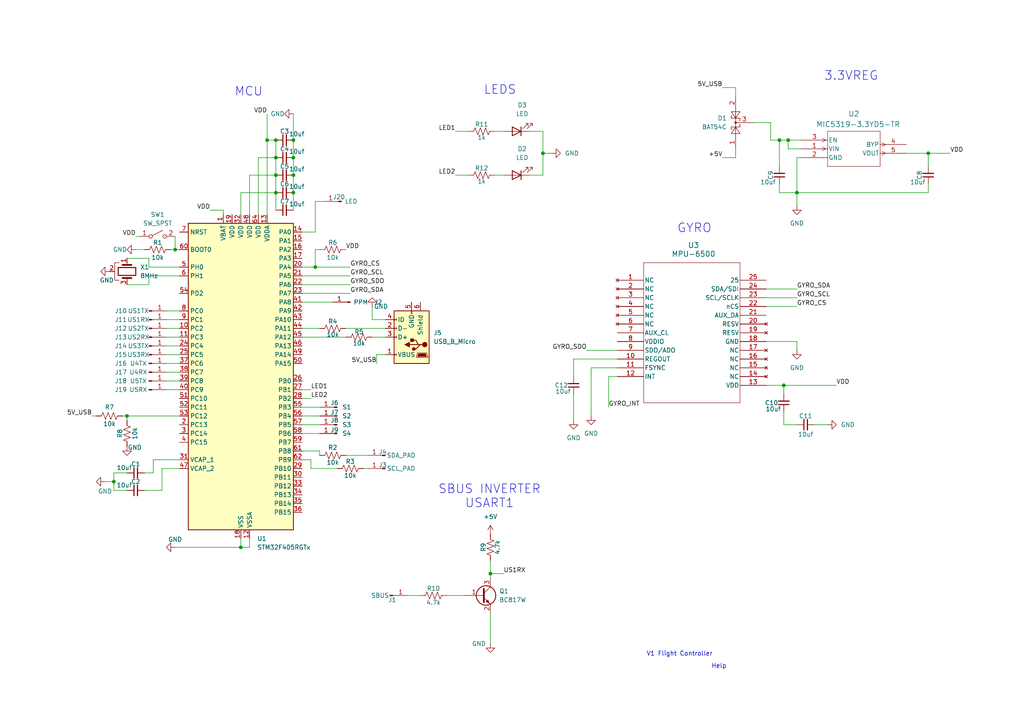
<source format=kicad_sch>
(kicad_sch
	(version 20231120)
	(generator "eeschema")
	(generator_version "8.0")
	(uuid "96c9ff8d-260b-4fe2-8129-d7549cf60560")
	(paper "A4")
	(lib_symbols
		(symbol "Library:+5V"
			(power)
			(pin_numbers hide)
			(pin_names
				(offset 0) hide)
			(exclude_from_sim no)
			(in_bom yes)
			(on_board yes)
			(property "Reference" "#PWR"
				(at 0 -3.81 0)
				(effects
					(font
						(size 1.27 1.27)
					)
					(hide yes)
				)
			)
			(property "Value" "+5V"
				(at 0 3.556 0)
				(effects
					(font
						(size 1.27 1.27)
					)
				)
			)
			(property "Footprint" ""
				(at 0 0 0)
				(effects
					(font
						(size 1.27 1.27)
					)
					(hide yes)
				)
			)
			(property "Datasheet" ""
				(at 0 0 0)
				(effects
					(font
						(size 1.27 1.27)
					)
					(hide yes)
				)
			)
			(property "Description" "Power symbol creates a global label with name \"+5V\""
				(at 0 0 0)
				(effects
					(font
						(size 1.27 1.27)
					)
					(hide yes)
				)
			)
			(property "ki_keywords" "global power"
				(at 0 0 0)
				(effects
					(font
						(size 1.27 1.27)
					)
					(hide yes)
				)
			)
			(symbol "+5V_0_1"
				(polyline
					(pts
						(xy -0.762 1.27) (xy 0 2.54)
					)
					(stroke
						(width 0)
						(type default)
					)
					(fill
						(type none)
					)
				)
				(polyline
					(pts
						(xy 0 0) (xy 0 2.54)
					)
					(stroke
						(width 0)
						(type default)
					)
					(fill
						(type none)
					)
				)
				(polyline
					(pts
						(xy 0 2.54) (xy 0.762 1.27)
					)
					(stroke
						(width 0)
						(type default)
					)
					(fill
						(type none)
					)
				)
			)
			(symbol "+5V_1_1"
				(pin power_in line
					(at 0 0 90)
					(length 0)
					(name "~"
						(effects
							(font
								(size 1.27 1.27)
							)
						)
					)
					(number "1"
						(effects
							(font
								(size 1.27 1.27)
							)
						)
					)
				)
			)
		)
		(symbol "Library:BAT54C"
			(pin_names
				(offset 1.016)
			)
			(exclude_from_sim no)
			(in_bom yes)
			(on_board yes)
			(property "Reference" "D"
				(at 0.635 -3.81 0)
				(effects
					(font
						(size 1.27 1.27)
					)
					(justify left)
				)
			)
			(property "Value" "BAT54C"
				(at -6.35 3.175 0)
				(effects
					(font
						(size 1.27 1.27)
					)
					(justify left)
				)
			)
			(property "Footprint" "Package_TO_SOT_SMD:SOT-23"
				(at 1.905 3.175 0)
				(effects
					(font
						(size 1.27 1.27)
					)
					(justify left)
					(hide yes)
				)
			)
			(property "Datasheet" "http://www.diodes.com/_files/datasheets/ds11005.pdf"
				(at -2.032 0 0)
				(effects
					(font
						(size 1.27 1.27)
					)
					(hide yes)
				)
			)
			(property "Description" "dual schottky barrier diode, common cathode"
				(at 0 0 0)
				(effects
					(font
						(size 1.27 1.27)
					)
					(hide yes)
				)
			)
			(property "ki_keywords" "schottky diode common cathode"
				(at 0 0 0)
				(effects
					(font
						(size 1.27 1.27)
					)
					(hide yes)
				)
			)
			(property "ki_fp_filters" "SOT?23*"
				(at 0 0 0)
				(effects
					(font
						(size 1.27 1.27)
					)
					(hide yes)
				)
			)
			(symbol "BAT54C_0_1"
				(polyline
					(pts
						(xy -1.905 0) (xy 1.905 0)
					)
					(stroke
						(width 0)
						(type default)
					)
					(fill
						(type none)
					)
				)
				(polyline
					(pts
						(xy -1.905 1.27) (xy -1.905 1.016)
					)
					(stroke
						(width 0)
						(type default)
					)
					(fill
						(type none)
					)
				)
				(polyline
					(pts
						(xy -1.27 -1.27) (xy -0.635 -1.27)
					)
					(stroke
						(width 0)
						(type default)
					)
					(fill
						(type none)
					)
				)
				(polyline
					(pts
						(xy -1.27 0) (xy -3.81 0)
					)
					(stroke
						(width 0)
						(type default)
					)
					(fill
						(type none)
					)
				)
				(polyline
					(pts
						(xy -1.27 1.27) (xy -1.905 1.27)
					)
					(stroke
						(width 0)
						(type default)
					)
					(fill
						(type none)
					)
				)
				(polyline
					(pts
						(xy -1.27 1.27) (xy -1.27 -1.27)
					)
					(stroke
						(width 0)
						(type default)
					)
					(fill
						(type none)
					)
				)
				(polyline
					(pts
						(xy -0.635 -1.27) (xy -0.635 -1.016)
					)
					(stroke
						(width 0)
						(type default)
					)
					(fill
						(type none)
					)
				)
				(polyline
					(pts
						(xy 0.635 -1.27) (xy 0.635 -1.016)
					)
					(stroke
						(width 0)
						(type default)
					)
					(fill
						(type none)
					)
				)
				(polyline
					(pts
						(xy 1.27 -1.27) (xy 0.635 -1.27)
					)
					(stroke
						(width 0)
						(type default)
					)
					(fill
						(type none)
					)
				)
				(polyline
					(pts
						(xy 1.27 1.27) (xy 1.27 -1.27)
					)
					(stroke
						(width 0)
						(type default)
					)
					(fill
						(type none)
					)
				)
				(polyline
					(pts
						(xy 1.27 1.27) (xy 1.905 1.27)
					)
					(stroke
						(width 0)
						(type default)
					)
					(fill
						(type none)
					)
				)
				(polyline
					(pts
						(xy 1.905 1.27) (xy 1.905 1.016)
					)
					(stroke
						(width 0)
						(type default)
					)
					(fill
						(type none)
					)
				)
				(polyline
					(pts
						(xy 3.81 0) (xy 1.27 0)
					)
					(stroke
						(width 0)
						(type default)
					)
					(fill
						(type none)
					)
				)
				(polyline
					(pts
						(xy -3.175 -1.27) (xy -3.175 1.27) (xy -1.27 0) (xy -3.175 -1.27)
					)
					(stroke
						(width 0)
						(type default)
					)
					(fill
						(type none)
					)
				)
				(polyline
					(pts
						(xy 3.175 -1.27) (xy 3.175 1.27) (xy 1.27 0) (xy 3.175 -1.27)
					)
					(stroke
						(width 0)
						(type default)
					)
					(fill
						(type none)
					)
				)
				(circle
					(center 0 0)
					(radius 0.254)
					(stroke
						(width 0)
						(type default)
					)
					(fill
						(type outline)
					)
				)
			)
			(symbol "BAT54C_1_1"
				(pin passive line
					(at -7.62 0 0)
					(length 3.81)
					(name "~"
						(effects
							(font
								(size 1.27 1.27)
							)
						)
					)
					(number "1"
						(effects
							(font
								(size 1.27 1.27)
							)
						)
					)
				)
				(pin passive line
					(at 7.62 0 180)
					(length 3.81)
					(name "~"
						(effects
							(font
								(size 1.27 1.27)
							)
						)
					)
					(number "2"
						(effects
							(font
								(size 1.27 1.27)
							)
						)
					)
				)
				(pin passive line
					(at 0 -5.08 90)
					(length 5.08)
					(name "~"
						(effects
							(font
								(size 1.27 1.27)
							)
						)
					)
					(number "3"
						(effects
							(font
								(size 1.27 1.27)
							)
						)
					)
				)
			)
		)
		(symbol "Library:BC817W"
			(pin_names
				(offset 0) hide)
			(exclude_from_sim no)
			(in_bom yes)
			(on_board yes)
			(property "Reference" "Q"
				(at 5.08 1.905 0)
				(effects
					(font
						(size 1.27 1.27)
					)
					(justify left)
				)
			)
			(property "Value" "BC817W"
				(at 5.08 0 0)
				(effects
					(font
						(size 1.27 1.27)
					)
					(justify left)
				)
			)
			(property "Footprint" "Package_TO_SOT_SMD:SOT-323_SC-70"
				(at 5.08 -1.905 0)
				(effects
					(font
						(size 1.27 1.27)
						(italic yes)
					)
					(justify left)
					(hide yes)
				)
			)
			(property "Datasheet" "https://www.onsemi.com/pub/Collateral/BC818-D.pdf"
				(at 0 0 0)
				(effects
					(font
						(size 1.27 1.27)
					)
					(justify left)
					(hide yes)
				)
			)
			(property "Description" "0.8A Ic, 45V Vce, NPN Transistor, SOT-323"
				(at 0 0 0)
				(effects
					(font
						(size 1.27 1.27)
					)
					(hide yes)
				)
			)
			(property "ki_keywords" "NPN Transistor"
				(at 0 0 0)
				(effects
					(font
						(size 1.27 1.27)
					)
					(hide yes)
				)
			)
			(property "ki_fp_filters" "SOT?323*"
				(at 0 0 0)
				(effects
					(font
						(size 1.27 1.27)
					)
					(hide yes)
				)
			)
			(symbol "BC817W_0_1"
				(polyline
					(pts
						(xy 0.635 0.635) (xy 2.54 2.54)
					)
					(stroke
						(width 0)
						(type default)
					)
					(fill
						(type none)
					)
				)
				(polyline
					(pts
						(xy 0.635 -0.635) (xy 2.54 -2.54) (xy 2.54 -2.54)
					)
					(stroke
						(width 0)
						(type default)
					)
					(fill
						(type none)
					)
				)
				(polyline
					(pts
						(xy 0.635 1.905) (xy 0.635 -1.905) (xy 0.635 -1.905)
					)
					(stroke
						(width 0.508)
						(type default)
					)
					(fill
						(type none)
					)
				)
				(polyline
					(pts
						(xy 1.27 -1.778) (xy 1.778 -1.27) (xy 2.286 -2.286) (xy 1.27 -1.778) (xy 1.27 -1.778)
					)
					(stroke
						(width 0)
						(type default)
					)
					(fill
						(type outline)
					)
				)
				(circle
					(center 1.27 0)
					(radius 2.8194)
					(stroke
						(width 0.254)
						(type default)
					)
					(fill
						(type none)
					)
				)
			)
			(symbol "BC817W_1_1"
				(pin input line
					(at -5.08 0 0)
					(length 5.715)
					(name "B"
						(effects
							(font
								(size 1.27 1.27)
							)
						)
					)
					(number "1"
						(effects
							(font
								(size 1.27 1.27)
							)
						)
					)
				)
				(pin passive line
					(at 2.54 -5.08 90)
					(length 2.54)
					(name "E"
						(effects
							(font
								(size 1.27 1.27)
							)
						)
					)
					(number "2"
						(effects
							(font
								(size 1.27 1.27)
							)
						)
					)
				)
				(pin passive line
					(at 2.54 5.08 270)
					(length 2.54)
					(name "C"
						(effects
							(font
								(size 1.27 1.27)
							)
						)
					)
					(number "3"
						(effects
							(font
								(size 1.27 1.27)
							)
						)
					)
				)
			)
		)
		(symbol "Library:C_Small"
			(pin_numbers hide)
			(pin_names
				(offset 0.254) hide)
			(exclude_from_sim no)
			(in_bom yes)
			(on_board yes)
			(property "Reference" "C"
				(at 0.254 1.778 0)
				(effects
					(font
						(size 1.27 1.27)
					)
					(justify left)
				)
			)
			(property "Value" "C_Small"
				(at 0.254 -2.032 0)
				(effects
					(font
						(size 1.27 1.27)
					)
					(justify left)
				)
			)
			(property "Footprint" ""
				(at 0 0 0)
				(effects
					(font
						(size 1.27 1.27)
					)
					(hide yes)
				)
			)
			(property "Datasheet" "~"
				(at 0 0 0)
				(effects
					(font
						(size 1.27 1.27)
					)
					(hide yes)
				)
			)
			(property "Description" "Unpolarized capacitor, small symbol"
				(at 0 0 0)
				(effects
					(font
						(size 1.27 1.27)
					)
					(hide yes)
				)
			)
			(property "ki_keywords" "capacitor cap"
				(at 0 0 0)
				(effects
					(font
						(size 1.27 1.27)
					)
					(hide yes)
				)
			)
			(property "ki_fp_filters" "C_*"
				(at 0 0 0)
				(effects
					(font
						(size 1.27 1.27)
					)
					(hide yes)
				)
			)
			(symbol "C_Small_0_1"
				(polyline
					(pts
						(xy -1.524 -0.508) (xy 1.524 -0.508)
					)
					(stroke
						(width 0.3302)
						(type default)
					)
					(fill
						(type none)
					)
				)
				(polyline
					(pts
						(xy -1.524 0.508) (xy 1.524 0.508)
					)
					(stroke
						(width 0.3048)
						(type default)
					)
					(fill
						(type none)
					)
				)
			)
			(symbol "C_Small_1_1"
				(pin passive line
					(at 0 2.54 270)
					(length 2.032)
					(name "~"
						(effects
							(font
								(size 1.27 1.27)
							)
						)
					)
					(number "1"
						(effects
							(font
								(size 1.27 1.27)
							)
						)
					)
				)
				(pin passive line
					(at 0 -2.54 90)
					(length 2.032)
					(name "~"
						(effects
							(font
								(size 1.27 1.27)
							)
						)
					)
					(number "2"
						(effects
							(font
								(size 1.27 1.27)
							)
						)
					)
				)
			)
		)
		(symbol "Library:Conn_01x01_Pin"
			(pin_names
				(offset 1.016) hide)
			(exclude_from_sim no)
			(in_bom yes)
			(on_board yes)
			(property "Reference" "J"
				(at 0 2.54 0)
				(effects
					(font
						(size 1.27 1.27)
					)
				)
			)
			(property "Value" "Conn_01x01_Pin"
				(at 0 -2.54 0)
				(effects
					(font
						(size 1.27 1.27)
					)
				)
			)
			(property "Footprint" ""
				(at 0 0 0)
				(effects
					(font
						(size 1.27 1.27)
					)
					(hide yes)
				)
			)
			(property "Datasheet" "~"
				(at 0 0 0)
				(effects
					(font
						(size 1.27 1.27)
					)
					(hide yes)
				)
			)
			(property "Description" "Generic connector, single row, 01x01, script generated"
				(at 0 0 0)
				(effects
					(font
						(size 1.27 1.27)
					)
					(hide yes)
				)
			)
			(property "ki_locked" ""
				(at 0 0 0)
				(effects
					(font
						(size 1.27 1.27)
					)
				)
			)
			(property "ki_keywords" "connector"
				(at 0 0 0)
				(effects
					(font
						(size 1.27 1.27)
					)
					(hide yes)
				)
			)
			(property "ki_fp_filters" "Connector*:*_1x??_*"
				(at 0 0 0)
				(effects
					(font
						(size 1.27 1.27)
					)
					(hide yes)
				)
			)
			(symbol "Conn_01x01_Pin_1_1"
				(polyline
					(pts
						(xy 1.27 0) (xy 0.8636 0)
					)
					(stroke
						(width 0.1524)
						(type default)
					)
					(fill
						(type none)
					)
				)
				(rectangle
					(start 0.8636 0.127)
					(end 0 -0.127)
					(stroke
						(width 0.1524)
						(type default)
					)
					(fill
						(type outline)
					)
				)
				(pin passive line
					(at 5.08 0 180)
					(length 3.81)
					(name "Pin_1"
						(effects
							(font
								(size 1.27 1.27)
							)
						)
					)
					(number "1"
						(effects
							(font
								(size 1.27 1.27)
							)
						)
					)
				)
			)
		)
		(symbol "Library:Crystal_GND2"
			(pin_names
				(offset 1.016) hide)
			(exclude_from_sim no)
			(in_bom yes)
			(on_board yes)
			(property "Reference" "Y"
				(at 0 5.715 0)
				(effects
					(font
						(size 1.27 1.27)
					)
				)
			)
			(property "Value" "Crystal_GND2"
				(at 0 3.81 0)
				(effects
					(font
						(size 1.27 1.27)
					)
				)
			)
			(property "Footprint" ""
				(at 0 0 0)
				(effects
					(font
						(size 1.27 1.27)
					)
					(hide yes)
				)
			)
			(property "Datasheet" "~"
				(at 0 0 0)
				(effects
					(font
						(size 1.27 1.27)
					)
					(hide yes)
				)
			)
			(property "Description" "Three pin crystal, GND on pin 2"
				(at 0 0 0)
				(effects
					(font
						(size 1.27 1.27)
					)
					(hide yes)
				)
			)
			(property "ki_keywords" "quartz ceramic resonator oscillator"
				(at 0 0 0)
				(effects
					(font
						(size 1.27 1.27)
					)
					(hide yes)
				)
			)
			(property "ki_fp_filters" "Crystal*"
				(at 0 0 0)
				(effects
					(font
						(size 1.27 1.27)
					)
					(hide yes)
				)
			)
			(symbol "Crystal_GND2_0_1"
				(rectangle
					(start -1.143 2.54)
					(end 1.143 -2.54)
					(stroke
						(width 0.3048)
						(type default)
					)
					(fill
						(type none)
					)
				)
				(polyline
					(pts
						(xy -2.54 0) (xy -1.905 0)
					)
					(stroke
						(width 0)
						(type default)
					)
					(fill
						(type none)
					)
				)
				(polyline
					(pts
						(xy -1.905 -1.27) (xy -1.905 1.27)
					)
					(stroke
						(width 0.508)
						(type default)
					)
					(fill
						(type none)
					)
				)
				(polyline
					(pts
						(xy 0 -3.81) (xy 0 -3.556)
					)
					(stroke
						(width 0)
						(type default)
					)
					(fill
						(type none)
					)
				)
				(polyline
					(pts
						(xy 1.905 0) (xy 2.54 0)
					)
					(stroke
						(width 0)
						(type default)
					)
					(fill
						(type none)
					)
				)
				(polyline
					(pts
						(xy 1.905 1.27) (xy 1.905 -1.27)
					)
					(stroke
						(width 0.508)
						(type default)
					)
					(fill
						(type none)
					)
				)
				(polyline
					(pts
						(xy -2.54 -2.286) (xy -2.54 -3.556) (xy 2.54 -3.556) (xy 2.54 -2.286)
					)
					(stroke
						(width 0)
						(type default)
					)
					(fill
						(type none)
					)
				)
			)
			(symbol "Crystal_GND2_1_1"
				(pin passive line
					(at -3.81 0 0)
					(length 1.27)
					(name "1"
						(effects
							(font
								(size 1.27 1.27)
							)
						)
					)
					(number "1"
						(effects
							(font
								(size 1.27 1.27)
							)
						)
					)
				)
				(pin passive line
					(at 0 -5.08 90)
					(length 1.27)
					(name "2"
						(effects
							(font
								(size 1.27 1.27)
							)
						)
					)
					(number "2"
						(effects
							(font
								(size 1.27 1.27)
							)
						)
					)
				)
				(pin passive line
					(at 3.81 0 180)
					(length 1.27)
					(name "3"
						(effects
							(font
								(size 1.27 1.27)
							)
						)
					)
					(number "3"
						(effects
							(font
								(size 1.27 1.27)
							)
						)
					)
				)
			)
		)
		(symbol "Library:GND"
			(power)
			(pin_numbers hide)
			(pin_names
				(offset 0) hide)
			(exclude_from_sim no)
			(in_bom yes)
			(on_board yes)
			(property "Reference" "#PWR"
				(at 0 -6.35 0)
				(effects
					(font
						(size 1.27 1.27)
					)
					(hide yes)
				)
			)
			(property "Value" "GND"
				(at 0 -3.81 0)
				(effects
					(font
						(size 1.27 1.27)
					)
				)
			)
			(property "Footprint" ""
				(at 0 0 0)
				(effects
					(font
						(size 1.27 1.27)
					)
					(hide yes)
				)
			)
			(property "Datasheet" ""
				(at 0 0 0)
				(effects
					(font
						(size 1.27 1.27)
					)
					(hide yes)
				)
			)
			(property "Description" "Power symbol creates a global label with name \"GND\" , ground"
				(at 0 0 0)
				(effects
					(font
						(size 1.27 1.27)
					)
					(hide yes)
				)
			)
			(property "ki_keywords" "global power"
				(at 0 0 0)
				(effects
					(font
						(size 1.27 1.27)
					)
					(hide yes)
				)
			)
			(symbol "GND_0_1"
				(polyline
					(pts
						(xy 0 0) (xy 0 -1.27) (xy 1.27 -1.27) (xy 0 -2.54) (xy -1.27 -1.27) (xy 0 -1.27)
					)
					(stroke
						(width 0)
						(type default)
					)
					(fill
						(type none)
					)
				)
			)
			(symbol "GND_1_1"
				(pin power_in line
					(at 0 0 270)
					(length 0)
					(name "~"
						(effects
							(font
								(size 1.27 1.27)
							)
						)
					)
					(number "1"
						(effects
							(font
								(size 1.27 1.27)
							)
						)
					)
				)
			)
		)
		(symbol "Library:LED"
			(pin_numbers hide)
			(pin_names
				(offset 1.016) hide)
			(exclude_from_sim no)
			(in_bom yes)
			(on_board yes)
			(property "Reference" "D"
				(at 0 2.54 0)
				(effects
					(font
						(size 1.27 1.27)
					)
				)
			)
			(property "Value" "LED"
				(at 0 -2.54 0)
				(effects
					(font
						(size 1.27 1.27)
					)
				)
			)
			(property "Footprint" ""
				(at 0 0 0)
				(effects
					(font
						(size 1.27 1.27)
					)
					(hide yes)
				)
			)
			(property "Datasheet" "~"
				(at 0 0 0)
				(effects
					(font
						(size 1.27 1.27)
					)
					(hide yes)
				)
			)
			(property "Description" "Light emitting diode"
				(at 0 0 0)
				(effects
					(font
						(size 1.27 1.27)
					)
					(hide yes)
				)
			)
			(property "ki_keywords" "LED diode"
				(at 0 0 0)
				(effects
					(font
						(size 1.27 1.27)
					)
					(hide yes)
				)
			)
			(property "ki_fp_filters" "LED* LED_SMD:* LED_THT:*"
				(at 0 0 0)
				(effects
					(font
						(size 1.27 1.27)
					)
					(hide yes)
				)
			)
			(symbol "LED_0_1"
				(polyline
					(pts
						(xy -1.27 -1.27) (xy -1.27 1.27)
					)
					(stroke
						(width 0.254)
						(type default)
					)
					(fill
						(type none)
					)
				)
				(polyline
					(pts
						(xy -1.27 0) (xy 1.27 0)
					)
					(stroke
						(width 0)
						(type default)
					)
					(fill
						(type none)
					)
				)
				(polyline
					(pts
						(xy 1.27 -1.27) (xy 1.27 1.27) (xy -1.27 0) (xy 1.27 -1.27)
					)
					(stroke
						(width 0.254)
						(type default)
					)
					(fill
						(type none)
					)
				)
				(polyline
					(pts
						(xy -3.048 -0.762) (xy -4.572 -2.286) (xy -3.81 -2.286) (xy -4.572 -2.286) (xy -4.572 -1.524)
					)
					(stroke
						(width 0)
						(type default)
					)
					(fill
						(type none)
					)
				)
				(polyline
					(pts
						(xy -1.778 -0.762) (xy -3.302 -2.286) (xy -2.54 -2.286) (xy -3.302 -2.286) (xy -3.302 -1.524)
					)
					(stroke
						(width 0)
						(type default)
					)
					(fill
						(type none)
					)
				)
			)
			(symbol "LED_1_1"
				(pin passive line
					(at -3.81 0 0)
					(length 2.54)
					(name "K"
						(effects
							(font
								(size 1.27 1.27)
							)
						)
					)
					(number "1"
						(effects
							(font
								(size 1.27 1.27)
							)
						)
					)
				)
				(pin passive line
					(at 3.81 0 180)
					(length 2.54)
					(name "A"
						(effects
							(font
								(size 1.27 1.27)
							)
						)
					)
					(number "2"
						(effects
							(font
								(size 1.27 1.27)
							)
						)
					)
				)
			)
		)
		(symbol "Library:MIC5319-3.3YD5-TR"
			(pin_names
				(offset 0.254)
			)
			(exclude_from_sim no)
			(in_bom yes)
			(on_board yes)
			(property "Reference" "U2"
				(at 15.24 7.62 0)
				(effects
					(font
						(size 1.524 1.524)
					)
				)
			)
			(property "Value" "MIC5319-3.3YD5-TR"
				(at 16.51 4.572 0)
				(effects
					(font
						(size 1.524 1.524)
					)
				)
			)
			(property "Footprint" "TSOT-23-5_D5_MCH"
				(at 0 0 0)
				(effects
					(font
						(size 1.27 1.27)
						(italic yes)
					)
					(hide yes)
				)
			)
			(property "Datasheet" "MIC5319-3.3YD5-TR"
				(at 0 0 0)
				(effects
					(font
						(size 1.27 1.27)
						(italic yes)
					)
					(hide yes)
				)
			)
			(property "Description" ""
				(at 0 0 0)
				(effects
					(font
						(size 1.27 1.27)
					)
					(hide yes)
				)
			)
			(property "ki_locked" ""
				(at 0 0 0)
				(effects
					(font
						(size 1.27 1.27)
					)
				)
			)
			(property "ki_keywords" "MIC5319-3.3YD5-TR"
				(at 0 0 0)
				(effects
					(font
						(size 1.27 1.27)
					)
					(hide yes)
				)
			)
			(property "ki_fp_filters" "TSOT-23-5_D5_MCH TSOT-23-5_D5_MCH-M TSOT-23-5_D5_MCH-L"
				(at 0 0 0)
				(effects
					(font
						(size 1.27 1.27)
					)
					(hide yes)
				)
			)
			(symbol "MIC5319-3.3YD5-TR_0_1"
				(polyline
					(pts
						(xy 7.0993 -2.54) (xy 6.0579 -3.0607)
					)
					(stroke
						(width 0.127)
						(type default)
					)
					(fill
						(type none)
					)
				)
				(polyline
					(pts
						(xy 7.0993 -2.54) (xy 6.0579 -2.0193)
					)
					(stroke
						(width 0.127)
						(type default)
					)
					(fill
						(type none)
					)
				)
				(polyline
					(pts
						(xy 7.0993 0) (xy 6.0579 -0.5207)
					)
					(stroke
						(width 0.127)
						(type default)
					)
					(fill
						(type none)
					)
				)
				(polyline
					(pts
						(xy 7.0993 0) (xy 6.0579 0.5207)
					)
					(stroke
						(width 0.127)
						(type default)
					)
					(fill
						(type none)
					)
				)
				(polyline
					(pts
						(xy 7.62 -7.62) (xy 22.86 -7.62)
					)
					(stroke
						(width 0.127)
						(type default)
					)
					(fill
						(type none)
					)
				)
				(polyline
					(pts
						(xy 7.62 2.54) (xy 7.62 -7.62)
					)
					(stroke
						(width 0.127)
						(type default)
					)
					(fill
						(type none)
					)
				)
				(polyline
					(pts
						(xy 22.86 -7.62) (xy 22.86 2.54)
					)
					(stroke
						(width 0.127)
						(type default)
					)
					(fill
						(type none)
					)
				)
				(polyline
					(pts
						(xy 22.86 2.54) (xy 7.62 2.54)
					)
					(stroke
						(width 0.127)
						(type default)
					)
					(fill
						(type none)
					)
				)
				(polyline
					(pts
						(xy 23.3807 -4.3307) (xy 24.4221 -3.81)
					)
					(stroke
						(width 0.127)
						(type default)
					)
					(fill
						(type none)
					)
				)
				(polyline
					(pts
						(xy 23.3807 -3.2893) (xy 24.4221 -3.81)
					)
					(stroke
						(width 0.127)
						(type default)
					)
					(fill
						(type none)
					)
				)
				(polyline
					(pts
						(xy 23.3807 -1.7907) (xy 24.4221 -1.27)
					)
					(stroke
						(width 0.127)
						(type default)
					)
					(fill
						(type none)
					)
				)
				(polyline
					(pts
						(xy 23.3807 -0.7493) (xy 24.4221 -1.27)
					)
					(stroke
						(width 0.127)
						(type default)
					)
					(fill
						(type none)
					)
				)
				(pin input line
					(at 0 -2.54 0)
					(length 7.62)
					(name "VIN"
						(effects
							(font
								(size 1.27 1.27)
							)
						)
					)
					(number "1"
						(effects
							(font
								(size 1.27 1.27)
							)
						)
					)
				)
				(pin power_in line
					(at 0 -5.08 0)
					(length 7.62)
					(name "GND"
						(effects
							(font
								(size 1.27 1.27)
							)
						)
					)
					(number "2"
						(effects
							(font
								(size 1.27 1.27)
							)
						)
					)
				)
				(pin input line
					(at 0 0 0)
					(length 7.62)
					(name "EN"
						(effects
							(font
								(size 1.27 1.27)
							)
						)
					)
					(number "3"
						(effects
							(font
								(size 1.27 1.27)
							)
						)
					)
				)
				(pin output line
					(at 30.48 -1.27 180)
					(length 7.62)
					(name "BYP"
						(effects
							(font
								(size 1.27 1.27)
							)
						)
					)
					(number "4"
						(effects
							(font
								(size 1.27 1.27)
							)
						)
					)
				)
				(pin output line
					(at 30.48 -3.81 180)
					(length 7.62)
					(name "VOUT"
						(effects
							(font
								(size 1.27 1.27)
							)
						)
					)
					(number "5"
						(effects
							(font
								(size 1.27 1.27)
							)
						)
					)
				)
			)
		)
		(symbol "Library:MPU-6500"
			(pin_names
				(offset 0.254)
			)
			(exclude_from_sim no)
			(in_bom yes)
			(on_board yes)
			(property "Reference" "U3"
				(at 22.098 10.16 0)
				(effects
					(font
						(size 1.524 1.524)
					)
				)
			)
			(property "Value" "MPU-6500"
				(at 22.098 7.62 0)
				(effects
					(font
						(size 1.524 1.524)
					)
				)
			)
			(property "Footprint" "QFN24_3X3X0P9_IVS"
				(at 0 0 0)
				(effects
					(font
						(size 1.27 1.27)
						(italic yes)
					)
					(hide yes)
				)
			)
			(property "Datasheet" "MPU-6500"
				(at 0 0 0)
				(effects
					(font
						(size 1.27 1.27)
						(italic yes)
					)
					(hide yes)
				)
			)
			(property "Description" ""
				(at 0 0 0)
				(effects
					(font
						(size 1.27 1.27)
					)
					(hide yes)
				)
			)
			(property "ki_locked" ""
				(at 0 0 0)
				(effects
					(font
						(size 1.27 1.27)
					)
				)
			)
			(property "ki_keywords" "MPU-6500"
				(at 0 0 0)
				(effects
					(font
						(size 1.27 1.27)
					)
					(hide yes)
				)
			)
			(property "ki_fp_filters" "QFN24_3X3X0P9_IVS QFN24_3X3X0P9_IVS-M QFN24_3X3X0P9_IVS-L"
				(at 0 0 0)
				(effects
					(font
						(size 1.27 1.27)
					)
					(hide yes)
				)
			)
			(symbol "MPU-6500_0_1"
				(polyline
					(pts
						(xy 7.62 -35.56) (xy 35.56 -35.56)
					)
					(stroke
						(width 0.127)
						(type default)
					)
					(fill
						(type none)
					)
				)
				(polyline
					(pts
						(xy 7.62 5.08) (xy 7.62 -35.56)
					)
					(stroke
						(width 0.127)
						(type default)
					)
					(fill
						(type none)
					)
				)
				(polyline
					(pts
						(xy 35.56 -35.56) (xy 35.56 5.08)
					)
					(stroke
						(width 0.127)
						(type default)
					)
					(fill
						(type none)
					)
				)
				(polyline
					(pts
						(xy 35.56 5.08) (xy 7.62 5.08)
					)
					(stroke
						(width 0.127)
						(type default)
					)
					(fill
						(type none)
					)
				)
				(pin no_connect line
					(at 0 0 0)
					(length 7.62)
					(name "NC"
						(effects
							(font
								(size 1.27 1.27)
							)
						)
					)
					(number "1"
						(effects
							(font
								(size 1.27 1.27)
							)
						)
					)
				)
				(pin unspecified line
					(at 0 -22.86 0)
					(length 7.62)
					(name "REGOUT"
						(effects
							(font
								(size 1.27 1.27)
							)
						)
					)
					(number "10"
						(effects
							(font
								(size 1.27 1.27)
							)
						)
					)
				)
				(pin input line
					(at 0 -25.4 0)
					(length 7.62)
					(name "FSYNC"
						(effects
							(font
								(size 1.27 1.27)
							)
						)
					)
					(number "11"
						(effects
							(font
								(size 1.27 1.27)
							)
						)
					)
				)
				(pin output line
					(at 0 -27.94 0)
					(length 7.62)
					(name "INT"
						(effects
							(font
								(size 1.27 1.27)
							)
						)
					)
					(number "12"
						(effects
							(font
								(size 1.27 1.27)
							)
						)
					)
				)
				(pin power_in line
					(at 43.18 -30.48 180)
					(length 7.62)
					(name "VDD"
						(effects
							(font
								(size 1.27 1.27)
							)
						)
					)
					(number "13"
						(effects
							(font
								(size 1.27 1.27)
							)
						)
					)
				)
				(pin no_connect line
					(at 43.18 -27.94 180)
					(length 7.62)
					(name "NC"
						(effects
							(font
								(size 1.27 1.27)
							)
						)
					)
					(number "14"
						(effects
							(font
								(size 1.27 1.27)
							)
						)
					)
				)
				(pin no_connect line
					(at 43.18 -25.4 180)
					(length 7.62)
					(name "NC"
						(effects
							(font
								(size 1.27 1.27)
							)
						)
					)
					(number "15"
						(effects
							(font
								(size 1.27 1.27)
							)
						)
					)
				)
				(pin no_connect line
					(at 43.18 -22.86 180)
					(length 7.62)
					(name "NC"
						(effects
							(font
								(size 1.27 1.27)
							)
						)
					)
					(number "16"
						(effects
							(font
								(size 1.27 1.27)
							)
						)
					)
				)
				(pin no_connect line
					(at 43.18 -20.32 180)
					(length 7.62)
					(name "NC"
						(effects
							(font
								(size 1.27 1.27)
							)
						)
					)
					(number "17"
						(effects
							(font
								(size 1.27 1.27)
							)
						)
					)
				)
				(pin power_out line
					(at 43.18 -17.78 180)
					(length 7.62)
					(name "GND"
						(effects
							(font
								(size 1.27 1.27)
							)
						)
					)
					(number "18"
						(effects
							(font
								(size 1.27 1.27)
							)
						)
					)
				)
				(pin no_connect line
					(at 43.18 -15.24 180)
					(length 7.62)
					(name "RESV"
						(effects
							(font
								(size 1.27 1.27)
							)
						)
					)
					(number "19"
						(effects
							(font
								(size 1.27 1.27)
							)
						)
					)
				)
				(pin no_connect line
					(at 0 -2.54 0)
					(length 7.62)
					(name "NC"
						(effects
							(font
								(size 1.27 1.27)
							)
						)
					)
					(number "2"
						(effects
							(font
								(size 1.27 1.27)
							)
						)
					)
				)
				(pin no_connect line
					(at 43.18 -12.7 180)
					(length 7.62)
					(name "RESV"
						(effects
							(font
								(size 1.27 1.27)
							)
						)
					)
					(number "20"
						(effects
							(font
								(size 1.27 1.27)
							)
						)
					)
				)
				(pin unspecified line
					(at 43.18 -10.16 180)
					(length 7.62)
					(name "AUX_DA"
						(effects
							(font
								(size 1.27 1.27)
							)
						)
					)
					(number "21"
						(effects
							(font
								(size 1.27 1.27)
							)
						)
					)
				)
				(pin unspecified line
					(at 43.18 -7.62 180)
					(length 7.62)
					(name "nCS"
						(effects
							(font
								(size 1.27 1.27)
							)
						)
					)
					(number "22"
						(effects
							(font
								(size 1.27 1.27)
							)
						)
					)
				)
				(pin unspecified line
					(at 43.18 -5.08 180)
					(length 7.62)
					(name "SCL/SCLK"
						(effects
							(font
								(size 1.27 1.27)
							)
						)
					)
					(number "23"
						(effects
							(font
								(size 1.27 1.27)
							)
						)
					)
				)
				(pin unspecified line
					(at 43.18 -2.54 180)
					(length 7.62)
					(name "SDA/SDI"
						(effects
							(font
								(size 1.27 1.27)
							)
						)
					)
					(number "24"
						(effects
							(font
								(size 1.27 1.27)
							)
						)
					)
				)
				(pin unspecified line
					(at 43.18 0 180)
					(length 7.62)
					(name "25"
						(effects
							(font
								(size 1.27 1.27)
							)
						)
					)
					(number "25"
						(effects
							(font
								(size 1.27 1.27)
							)
						)
					)
				)
				(pin no_connect line
					(at 0 -5.08 0)
					(length 7.62)
					(name "NC"
						(effects
							(font
								(size 1.27 1.27)
							)
						)
					)
					(number "3"
						(effects
							(font
								(size 1.27 1.27)
							)
						)
					)
				)
				(pin no_connect line
					(at 0 -7.62 0)
					(length 7.62)
					(name "NC"
						(effects
							(font
								(size 1.27 1.27)
							)
						)
					)
					(number "4"
						(effects
							(font
								(size 1.27 1.27)
							)
						)
					)
				)
				(pin no_connect line
					(at 0 -10.16 0)
					(length 7.62)
					(name "NC"
						(effects
							(font
								(size 1.27 1.27)
							)
						)
					)
					(number "5"
						(effects
							(font
								(size 1.27 1.27)
							)
						)
					)
				)
				(pin no_connect line
					(at 0 -12.7 0)
					(length 7.62)
					(name "NC"
						(effects
							(font
								(size 1.27 1.27)
							)
						)
					)
					(number "6"
						(effects
							(font
								(size 1.27 1.27)
							)
						)
					)
				)
				(pin unspecified line
					(at 0 -15.24 0)
					(length 7.62)
					(name "AUX_CL"
						(effects
							(font
								(size 1.27 1.27)
							)
						)
					)
					(number "7"
						(effects
							(font
								(size 1.27 1.27)
							)
						)
					)
				)
				(pin power_in line
					(at 0 -17.78 0)
					(length 7.62)
					(name "VDDIO"
						(effects
							(font
								(size 1.27 1.27)
							)
						)
					)
					(number "8"
						(effects
							(font
								(size 1.27 1.27)
							)
						)
					)
				)
				(pin unspecified line
					(at 0 -20.32 0)
					(length 7.62)
					(name "SDO/ADO"
						(effects
							(font
								(size 1.27 1.27)
							)
						)
					)
					(number "9"
						(effects
							(font
								(size 1.27 1.27)
							)
						)
					)
				)
			)
		)
		(symbol "Library:R_US"
			(pin_numbers hide)
			(pin_names
				(offset 0)
			)
			(exclude_from_sim no)
			(in_bom yes)
			(on_board yes)
			(property "Reference" "R"
				(at 2.54 0 90)
				(effects
					(font
						(size 1.27 1.27)
					)
				)
			)
			(property "Value" "R_US"
				(at -2.54 0 90)
				(effects
					(font
						(size 1.27 1.27)
					)
				)
			)
			(property "Footprint" ""
				(at 1.016 -0.254 90)
				(effects
					(font
						(size 1.27 1.27)
					)
					(hide yes)
				)
			)
			(property "Datasheet" "~"
				(at 0 0 0)
				(effects
					(font
						(size 1.27 1.27)
					)
					(hide yes)
				)
			)
			(property "Description" "Resistor, US symbol"
				(at 0 0 0)
				(effects
					(font
						(size 1.27 1.27)
					)
					(hide yes)
				)
			)
			(property "ki_keywords" "R res resistor"
				(at 0 0 0)
				(effects
					(font
						(size 1.27 1.27)
					)
					(hide yes)
				)
			)
			(property "ki_fp_filters" "R_*"
				(at 0 0 0)
				(effects
					(font
						(size 1.27 1.27)
					)
					(hide yes)
				)
			)
			(symbol "R_US_0_1"
				(polyline
					(pts
						(xy 0 -2.286) (xy 0 -2.54)
					)
					(stroke
						(width 0)
						(type default)
					)
					(fill
						(type none)
					)
				)
				(polyline
					(pts
						(xy 0 2.286) (xy 0 2.54)
					)
					(stroke
						(width 0)
						(type default)
					)
					(fill
						(type none)
					)
				)
				(polyline
					(pts
						(xy 0 -0.762) (xy 1.016 -1.143) (xy 0 -1.524) (xy -1.016 -1.905) (xy 0 -2.286)
					)
					(stroke
						(width 0)
						(type default)
					)
					(fill
						(type none)
					)
				)
				(polyline
					(pts
						(xy 0 0.762) (xy 1.016 0.381) (xy 0 0) (xy -1.016 -0.381) (xy 0 -0.762)
					)
					(stroke
						(width 0)
						(type default)
					)
					(fill
						(type none)
					)
				)
				(polyline
					(pts
						(xy 0 2.286) (xy 1.016 1.905) (xy 0 1.524) (xy -1.016 1.143) (xy 0 0.762)
					)
					(stroke
						(width 0)
						(type default)
					)
					(fill
						(type none)
					)
				)
			)
			(symbol "R_US_1_1"
				(pin passive line
					(at 0 3.81 270)
					(length 1.27)
					(name "~"
						(effects
							(font
								(size 1.27 1.27)
							)
						)
					)
					(number "1"
						(effects
							(font
								(size 1.27 1.27)
							)
						)
					)
				)
				(pin passive line
					(at 0 -3.81 90)
					(length 1.27)
					(name "~"
						(effects
							(font
								(size 1.27 1.27)
							)
						)
					)
					(number "2"
						(effects
							(font
								(size 1.27 1.27)
							)
						)
					)
				)
			)
		)
		(symbol "Library:STM32F405RGTx"
			(exclude_from_sim no)
			(in_bom yes)
			(on_board yes)
			(property "Reference" "U"
				(at -15.24 46.99 0)
				(effects
					(font
						(size 1.27 1.27)
					)
					(justify left)
				)
			)
			(property "Value" "STM32F405RGTx"
				(at 10.16 46.99 0)
				(effects
					(font
						(size 1.27 1.27)
					)
					(justify left)
				)
			)
			(property "Footprint" "Package_QFP:LQFP-64_10x10mm_P0.5mm"
				(at -15.24 -43.18 0)
				(effects
					(font
						(size 1.27 1.27)
					)
					(justify right)
					(hide yes)
				)
			)
			(property "Datasheet" "https://www.st.com/resource/en/datasheet/stm32f405rg.pdf"
				(at 0 0 0)
				(effects
					(font
						(size 1.27 1.27)
					)
					(hide yes)
				)
			)
			(property "Description" "STMicroelectronics Arm Cortex-M4 MCU, 1024KB flash, 192KB RAM, 168 MHz, 1.8-3.6V, 51 GPIO, LQFP64"
				(at 0 0 0)
				(effects
					(font
						(size 1.27 1.27)
					)
					(hide yes)
				)
			)
			(property "ki_locked" ""
				(at 0 0 0)
				(effects
					(font
						(size 1.27 1.27)
					)
				)
			)
			(property "ki_keywords" "Arm Cortex-M4 STM32F4 STM32F405/415"
				(at 0 0 0)
				(effects
					(font
						(size 1.27 1.27)
					)
					(hide yes)
				)
			)
			(property "ki_fp_filters" "LQFP*10x10mm*P0.5mm*"
				(at 0 0 0)
				(effects
					(font
						(size 1.27 1.27)
					)
					(hide yes)
				)
			)
			(symbol "STM32F405RGTx_0_1"
				(rectangle
					(start -15.24 -43.18)
					(end 15.24 45.72)
					(stroke
						(width 0.254)
						(type default)
					)
					(fill
						(type background)
					)
				)
			)
			(symbol "STM32F405RGTx_1_1"
				(pin power_in line
					(at -5.08 48.26 270)
					(length 2.54)
					(name "VBAT"
						(effects
							(font
								(size 1.27 1.27)
							)
						)
					)
					(number "1"
						(effects
							(font
								(size 1.27 1.27)
							)
						)
					)
				)
				(pin bidirectional line
					(at -17.78 15.24 0)
					(length 2.54)
					(name "PC2"
						(effects
							(font
								(size 1.27 1.27)
							)
						)
					)
					(number "10"
						(effects
							(font
								(size 1.27 1.27)
							)
						)
					)
					(alternate "ADC1_IN12" bidirectional line)
					(alternate "ADC2_IN12" bidirectional line)
					(alternate "ADC3_IN12" bidirectional line)
					(alternate "I2S2_ext_SD" bidirectional line)
					(alternate "SPI2_MISO" bidirectional line)
					(alternate "USB_OTG_HS_ULPI_DIR" bidirectional line)
				)
				(pin bidirectional line
					(at -17.78 12.7 0)
					(length 2.54)
					(name "PC3"
						(effects
							(font
								(size 1.27 1.27)
							)
						)
					)
					(number "11"
						(effects
							(font
								(size 1.27 1.27)
							)
						)
					)
					(alternate "ADC1_IN13" bidirectional line)
					(alternate "ADC2_IN13" bidirectional line)
					(alternate "ADC3_IN13" bidirectional line)
					(alternate "I2S2_SD" bidirectional line)
					(alternate "SPI2_MOSI" bidirectional line)
					(alternate "USB_OTG_HS_ULPI_NXT" bidirectional line)
				)
				(pin power_in line
					(at 2.54 -45.72 90)
					(length 2.54)
					(name "VSSA"
						(effects
							(font
								(size 1.27 1.27)
							)
						)
					)
					(number "12"
						(effects
							(font
								(size 1.27 1.27)
							)
						)
					)
				)
				(pin power_in line
					(at 7.62 48.26 270)
					(length 2.54)
					(name "VDDA"
						(effects
							(font
								(size 1.27 1.27)
							)
						)
					)
					(number "13"
						(effects
							(font
								(size 1.27 1.27)
							)
						)
					)
				)
				(pin bidirectional line
					(at 17.78 43.18 180)
					(length 2.54)
					(name "PA0"
						(effects
							(font
								(size 1.27 1.27)
							)
						)
					)
					(number "14"
						(effects
							(font
								(size 1.27 1.27)
							)
						)
					)
					(alternate "ADC1_IN0" bidirectional line)
					(alternate "ADC2_IN0" bidirectional line)
					(alternate "ADC3_IN0" bidirectional line)
					(alternate "SYS_WKUP" bidirectional line)
					(alternate "TIM2_CH1" bidirectional line)
					(alternate "TIM2_ETR" bidirectional line)
					(alternate "TIM5_CH1" bidirectional line)
					(alternate "TIM8_ETR" bidirectional line)
					(alternate "UART4_TX" bidirectional line)
					(alternate "USART2_CTS" bidirectional line)
				)
				(pin bidirectional line
					(at 17.78 40.64 180)
					(length 2.54)
					(name "PA1"
						(effects
							(font
								(size 1.27 1.27)
							)
						)
					)
					(number "15"
						(effects
							(font
								(size 1.27 1.27)
							)
						)
					)
					(alternate "ADC1_IN1" bidirectional line)
					(alternate "ADC2_IN1" bidirectional line)
					(alternate "ADC3_IN1" bidirectional line)
					(alternate "TIM2_CH2" bidirectional line)
					(alternate "TIM5_CH2" bidirectional line)
					(alternate "UART4_RX" bidirectional line)
					(alternate "USART2_RTS" bidirectional line)
				)
				(pin bidirectional line
					(at 17.78 38.1 180)
					(length 2.54)
					(name "PA2"
						(effects
							(font
								(size 1.27 1.27)
							)
						)
					)
					(number "16"
						(effects
							(font
								(size 1.27 1.27)
							)
						)
					)
					(alternate "ADC1_IN2" bidirectional line)
					(alternate "ADC2_IN2" bidirectional line)
					(alternate "ADC3_IN2" bidirectional line)
					(alternate "TIM2_CH3" bidirectional line)
					(alternate "TIM5_CH3" bidirectional line)
					(alternate "TIM9_CH1" bidirectional line)
					(alternate "USART2_TX" bidirectional line)
				)
				(pin bidirectional line
					(at 17.78 35.56 180)
					(length 2.54)
					(name "PA3"
						(effects
							(font
								(size 1.27 1.27)
							)
						)
					)
					(number "17"
						(effects
							(font
								(size 1.27 1.27)
							)
						)
					)
					(alternate "ADC1_IN3" bidirectional line)
					(alternate "ADC2_IN3" bidirectional line)
					(alternate "ADC3_IN3" bidirectional line)
					(alternate "TIM2_CH4" bidirectional line)
					(alternate "TIM5_CH4" bidirectional line)
					(alternate "TIM9_CH2" bidirectional line)
					(alternate "USART2_RX" bidirectional line)
					(alternate "USB_OTG_HS_ULPI_D0" bidirectional line)
				)
				(pin power_in line
					(at 0 -45.72 90)
					(length 2.54)
					(name "VSS"
						(effects
							(font
								(size 1.27 1.27)
							)
						)
					)
					(number "18"
						(effects
							(font
								(size 1.27 1.27)
							)
						)
					)
				)
				(pin power_in line
					(at -2.54 48.26 270)
					(length 2.54)
					(name "VDD"
						(effects
							(font
								(size 1.27 1.27)
							)
						)
					)
					(number "19"
						(effects
							(font
								(size 1.27 1.27)
							)
						)
					)
				)
				(pin bidirectional line
					(at -17.78 -12.7 0)
					(length 2.54)
					(name "PC13"
						(effects
							(font
								(size 1.27 1.27)
							)
						)
					)
					(number "2"
						(effects
							(font
								(size 1.27 1.27)
							)
						)
					)
					(alternate "RTC_AF1" bidirectional line)
				)
				(pin bidirectional line
					(at 17.78 33.02 180)
					(length 2.54)
					(name "PA4"
						(effects
							(font
								(size 1.27 1.27)
							)
						)
					)
					(number "20"
						(effects
							(font
								(size 1.27 1.27)
							)
						)
					)
					(alternate "ADC1_IN4" bidirectional line)
					(alternate "ADC2_IN4" bidirectional line)
					(alternate "DAC_OUT1" bidirectional line)
					(alternate "I2S3_WS" bidirectional line)
					(alternate "SPI1_NSS" bidirectional line)
					(alternate "SPI3_NSS" bidirectional line)
					(alternate "USART2_CK" bidirectional line)
					(alternate "USB_OTG_HS_SOF" bidirectional line)
				)
				(pin bidirectional line
					(at 17.78 30.48 180)
					(length 2.54)
					(name "PA5"
						(effects
							(font
								(size 1.27 1.27)
							)
						)
					)
					(number "21"
						(effects
							(font
								(size 1.27 1.27)
							)
						)
					)
					(alternate "ADC1_IN5" bidirectional line)
					(alternate "ADC2_IN5" bidirectional line)
					(alternate "DAC_OUT2" bidirectional line)
					(alternate "SPI1_SCK" bidirectional line)
					(alternate "TIM2_CH1" bidirectional line)
					(alternate "TIM2_ETR" bidirectional line)
					(alternate "TIM8_CH1N" bidirectional line)
					(alternate "USB_OTG_HS_ULPI_CK" bidirectional line)
				)
				(pin bidirectional line
					(at 17.78 27.94 180)
					(length 2.54)
					(name "PA6"
						(effects
							(font
								(size 1.27 1.27)
							)
						)
					)
					(number "22"
						(effects
							(font
								(size 1.27 1.27)
							)
						)
					)
					(alternate "ADC1_IN6" bidirectional line)
					(alternate "ADC2_IN6" bidirectional line)
					(alternate "SPI1_MISO" bidirectional line)
					(alternate "TIM13_CH1" bidirectional line)
					(alternate "TIM1_BKIN" bidirectional line)
					(alternate "TIM3_CH1" bidirectional line)
					(alternate "TIM8_BKIN" bidirectional line)
				)
				(pin bidirectional line
					(at 17.78 25.4 180)
					(length 2.54)
					(name "PA7"
						(effects
							(font
								(size 1.27 1.27)
							)
						)
					)
					(number "23"
						(effects
							(font
								(size 1.27 1.27)
							)
						)
					)
					(alternate "ADC1_IN7" bidirectional line)
					(alternate "ADC2_IN7" bidirectional line)
					(alternate "SPI1_MOSI" bidirectional line)
					(alternate "TIM14_CH1" bidirectional line)
					(alternate "TIM1_CH1N" bidirectional line)
					(alternate "TIM3_CH2" bidirectional line)
					(alternate "TIM8_CH1N" bidirectional line)
				)
				(pin bidirectional line
					(at -17.78 10.16 0)
					(length 2.54)
					(name "PC4"
						(effects
							(font
								(size 1.27 1.27)
							)
						)
					)
					(number "24"
						(effects
							(font
								(size 1.27 1.27)
							)
						)
					)
					(alternate "ADC1_IN14" bidirectional line)
					(alternate "ADC2_IN14" bidirectional line)
				)
				(pin bidirectional line
					(at -17.78 7.62 0)
					(length 2.54)
					(name "PC5"
						(effects
							(font
								(size 1.27 1.27)
							)
						)
					)
					(number "25"
						(effects
							(font
								(size 1.27 1.27)
							)
						)
					)
					(alternate "ADC1_IN15" bidirectional line)
					(alternate "ADC2_IN15" bidirectional line)
				)
				(pin bidirectional line
					(at 17.78 0 180)
					(length 2.54)
					(name "PB0"
						(effects
							(font
								(size 1.27 1.27)
							)
						)
					)
					(number "26"
						(effects
							(font
								(size 1.27 1.27)
							)
						)
					)
					(alternate "ADC1_IN8" bidirectional line)
					(alternate "ADC2_IN8" bidirectional line)
					(alternate "TIM1_CH2N" bidirectional line)
					(alternate "TIM3_CH3" bidirectional line)
					(alternate "TIM8_CH2N" bidirectional line)
					(alternate "USB_OTG_HS_ULPI_D1" bidirectional line)
				)
				(pin bidirectional line
					(at 17.78 -2.54 180)
					(length 2.54)
					(name "PB1"
						(effects
							(font
								(size 1.27 1.27)
							)
						)
					)
					(number "27"
						(effects
							(font
								(size 1.27 1.27)
							)
						)
					)
					(alternate "ADC1_IN9" bidirectional line)
					(alternate "ADC2_IN9" bidirectional line)
					(alternate "TIM1_CH3N" bidirectional line)
					(alternate "TIM3_CH4" bidirectional line)
					(alternate "TIM8_CH3N" bidirectional line)
					(alternate "USB_OTG_HS_ULPI_D2" bidirectional line)
				)
				(pin bidirectional line
					(at 17.78 -5.08 180)
					(length 2.54)
					(name "PB2"
						(effects
							(font
								(size 1.27 1.27)
							)
						)
					)
					(number "28"
						(effects
							(font
								(size 1.27 1.27)
							)
						)
					)
				)
				(pin bidirectional line
					(at 17.78 -25.4 180)
					(length 2.54)
					(name "PB10"
						(effects
							(font
								(size 1.27 1.27)
							)
						)
					)
					(number "29"
						(effects
							(font
								(size 1.27 1.27)
							)
						)
					)
					(alternate "I2C2_SCL" bidirectional line)
					(alternate "I2S2_CK" bidirectional line)
					(alternate "SPI2_SCK" bidirectional line)
					(alternate "TIM2_CH3" bidirectional line)
					(alternate "USART3_TX" bidirectional line)
					(alternate "USB_OTG_HS_ULPI_D3" bidirectional line)
				)
				(pin bidirectional line
					(at -17.78 -15.24 0)
					(length 2.54)
					(name "PC14"
						(effects
							(font
								(size 1.27 1.27)
							)
						)
					)
					(number "3"
						(effects
							(font
								(size 1.27 1.27)
							)
						)
					)
					(alternate "RCC_OSC32_IN" bidirectional line)
				)
				(pin bidirectional line
					(at 17.78 -27.94 180)
					(length 2.54)
					(name "PB11"
						(effects
							(font
								(size 1.27 1.27)
							)
						)
					)
					(number "30"
						(effects
							(font
								(size 1.27 1.27)
							)
						)
					)
					(alternate "ADC1_EXTI11" bidirectional line)
					(alternate "ADC2_EXTI11" bidirectional line)
					(alternate "ADC3_EXTI11" bidirectional line)
					(alternate "I2C2_SDA" bidirectional line)
					(alternate "TIM2_CH4" bidirectional line)
					(alternate "USART3_RX" bidirectional line)
					(alternate "USB_OTG_HS_ULPI_D4" bidirectional line)
				)
				(pin power_out line
					(at -17.78 -22.86 0)
					(length 2.54)
					(name "VCAP_1"
						(effects
							(font
								(size 1.27 1.27)
							)
						)
					)
					(number "31"
						(effects
							(font
								(size 1.27 1.27)
							)
						)
					)
				)
				(pin power_in line
					(at 0 48.26 270)
					(length 2.54)
					(name "VDD"
						(effects
							(font
								(size 1.27 1.27)
							)
						)
					)
					(number "32"
						(effects
							(font
								(size 1.27 1.27)
							)
						)
					)
				)
				(pin bidirectional line
					(at 17.78 -30.48 180)
					(length 2.54)
					(name "PB12"
						(effects
							(font
								(size 1.27 1.27)
							)
						)
					)
					(number "33"
						(effects
							(font
								(size 1.27 1.27)
							)
						)
					)
					(alternate "CAN2_RX" bidirectional line)
					(alternate "I2C2_SMBA" bidirectional line)
					(alternate "I2S2_WS" bidirectional line)
					(alternate "SPI2_NSS" bidirectional line)
					(alternate "TIM1_BKIN" bidirectional line)
					(alternate "USART3_CK" bidirectional line)
					(alternate "USB_OTG_HS_ID" bidirectional line)
					(alternate "USB_OTG_HS_ULPI_D5" bidirectional line)
				)
				(pin bidirectional line
					(at 17.78 -33.02 180)
					(length 2.54)
					(name "PB13"
						(effects
							(font
								(size 1.27 1.27)
							)
						)
					)
					(number "34"
						(effects
							(font
								(size 1.27 1.27)
							)
						)
					)
					(alternate "CAN2_TX" bidirectional line)
					(alternate "I2S2_CK" bidirectional line)
					(alternate "SPI2_SCK" bidirectional line)
					(alternate "TIM1_CH1N" bidirectional line)
					(alternate "USART3_CTS" bidirectional line)
					(alternate "USB_OTG_HS_ULPI_D6" bidirectional line)
					(alternate "USB_OTG_HS_VBUS" bidirectional line)
				)
				(pin bidirectional line
					(at 17.78 -35.56 180)
					(length 2.54)
					(name "PB14"
						(effects
							(font
								(size 1.27 1.27)
							)
						)
					)
					(number "35"
						(effects
							(font
								(size 1.27 1.27)
							)
						)
					)
					(alternate "I2S2_ext_SD" bidirectional line)
					(alternate "SPI2_MISO" bidirectional line)
					(alternate "TIM12_CH1" bidirectional line)
					(alternate "TIM1_CH2N" bidirectional line)
					(alternate "TIM8_CH2N" bidirectional line)
					(alternate "USART3_RTS" bidirectional line)
					(alternate "USB_OTG_HS_DM" bidirectional line)
				)
				(pin bidirectional line
					(at 17.78 -38.1 180)
					(length 2.54)
					(name "PB15"
						(effects
							(font
								(size 1.27 1.27)
							)
						)
					)
					(number "36"
						(effects
							(font
								(size 1.27 1.27)
							)
						)
					)
					(alternate "ADC1_EXTI15" bidirectional line)
					(alternate "ADC2_EXTI15" bidirectional line)
					(alternate "ADC3_EXTI15" bidirectional line)
					(alternate "I2S2_SD" bidirectional line)
					(alternate "RTC_REFIN" bidirectional line)
					(alternate "SPI2_MOSI" bidirectional line)
					(alternate "TIM12_CH2" bidirectional line)
					(alternate "TIM1_CH3N" bidirectional line)
					(alternate "TIM8_CH3N" bidirectional line)
					(alternate "USB_OTG_HS_DP" bidirectional line)
				)
				(pin bidirectional line
					(at -17.78 5.08 0)
					(length 2.54)
					(name "PC6"
						(effects
							(font
								(size 1.27 1.27)
							)
						)
					)
					(number "37"
						(effects
							(font
								(size 1.27 1.27)
							)
						)
					)
					(alternate "I2S2_MCK" bidirectional line)
					(alternate "SDIO_D6" bidirectional line)
					(alternate "TIM3_CH1" bidirectional line)
					(alternate "TIM8_CH1" bidirectional line)
					(alternate "USART6_TX" bidirectional line)
				)
				(pin bidirectional line
					(at -17.78 2.54 0)
					(length 2.54)
					(name "PC7"
						(effects
							(font
								(size 1.27 1.27)
							)
						)
					)
					(number "38"
						(effects
							(font
								(size 1.27 1.27)
							)
						)
					)
					(alternate "I2S3_MCK" bidirectional line)
					(alternate "SDIO_D7" bidirectional line)
					(alternate "TIM3_CH2" bidirectional line)
					(alternate "TIM8_CH2" bidirectional line)
					(alternate "USART6_RX" bidirectional line)
				)
				(pin bidirectional line
					(at -17.78 0 0)
					(length 2.54)
					(name "PC8"
						(effects
							(font
								(size 1.27 1.27)
							)
						)
					)
					(number "39"
						(effects
							(font
								(size 1.27 1.27)
							)
						)
					)
					(alternate "SDIO_D0" bidirectional line)
					(alternate "TIM3_CH3" bidirectional line)
					(alternate "TIM8_CH3" bidirectional line)
					(alternate "USART6_CK" bidirectional line)
				)
				(pin bidirectional line
					(at -17.78 -17.78 0)
					(length 2.54)
					(name "PC15"
						(effects
							(font
								(size 1.27 1.27)
							)
						)
					)
					(number "4"
						(effects
							(font
								(size 1.27 1.27)
							)
						)
					)
					(alternate "ADC1_EXTI15" bidirectional line)
					(alternate "ADC2_EXTI15" bidirectional line)
					(alternate "ADC3_EXTI15" bidirectional line)
					(alternate "RCC_OSC32_OUT" bidirectional line)
				)
				(pin bidirectional line
					(at -17.78 -2.54 0)
					(length 2.54)
					(name "PC9"
						(effects
							(font
								(size 1.27 1.27)
							)
						)
					)
					(number "40"
						(effects
							(font
								(size 1.27 1.27)
							)
						)
					)
					(alternate "DAC_EXTI9" bidirectional line)
					(alternate "I2C3_SDA" bidirectional line)
					(alternate "I2S_CKIN" bidirectional line)
					(alternate "RCC_MCO_2" bidirectional line)
					(alternate "SDIO_D1" bidirectional line)
					(alternate "TIM3_CH4" bidirectional line)
					(alternate "TIM8_CH4" bidirectional line)
				)
				(pin bidirectional line
					(at 17.78 22.86 180)
					(length 2.54)
					(name "PA8"
						(effects
							(font
								(size 1.27 1.27)
							)
						)
					)
					(number "41"
						(effects
							(font
								(size 1.27 1.27)
							)
						)
					)
					(alternate "I2C3_SCL" bidirectional line)
					(alternate "RCC_MCO_1" bidirectional line)
					(alternate "TIM1_CH1" bidirectional line)
					(alternate "USART1_CK" bidirectional line)
					(alternate "USB_OTG_FS_SOF" bidirectional line)
				)
				(pin bidirectional line
					(at 17.78 20.32 180)
					(length 2.54)
					(name "PA9"
						(effects
							(font
								(size 1.27 1.27)
							)
						)
					)
					(number "42"
						(effects
							(font
								(size 1.27 1.27)
							)
						)
					)
					(alternate "DAC_EXTI9" bidirectional line)
					(alternate "I2C3_SMBA" bidirectional line)
					(alternate "TIM1_CH2" bidirectional line)
					(alternate "USART1_TX" bidirectional line)
					(alternate "USB_OTG_FS_VBUS" bidirectional line)
				)
				(pin bidirectional line
					(at 17.78 17.78 180)
					(length 2.54)
					(name "PA10"
						(effects
							(font
								(size 1.27 1.27)
							)
						)
					)
					(number "43"
						(effects
							(font
								(size 1.27 1.27)
							)
						)
					)
					(alternate "TIM1_CH3" bidirectional line)
					(alternate "USART1_RX" bidirectional line)
					(alternate "USB_OTG_FS_ID" bidirectional line)
				)
				(pin bidirectional line
					(at 17.78 15.24 180)
					(length 2.54)
					(name "PA11"
						(effects
							(font
								(size 1.27 1.27)
							)
						)
					)
					(number "44"
						(effects
							(font
								(size 1.27 1.27)
							)
						)
					)
					(alternate "ADC1_EXTI11" bidirectional line)
					(alternate "ADC2_EXTI11" bidirectional line)
					(alternate "ADC3_EXTI11" bidirectional line)
					(alternate "CAN1_RX" bidirectional line)
					(alternate "TIM1_CH4" bidirectional line)
					(alternate "USART1_CTS" bidirectional line)
					(alternate "USB_OTG_FS_DM" bidirectional line)
				)
				(pin bidirectional line
					(at 17.78 12.7 180)
					(length 2.54)
					(name "PA12"
						(effects
							(font
								(size 1.27 1.27)
							)
						)
					)
					(number "45"
						(effects
							(font
								(size 1.27 1.27)
							)
						)
					)
					(alternate "CAN1_TX" bidirectional line)
					(alternate "TIM1_ETR" bidirectional line)
					(alternate "USART1_RTS" bidirectional line)
					(alternate "USB_OTG_FS_DP" bidirectional line)
				)
				(pin bidirectional line
					(at 17.78 10.16 180)
					(length 2.54)
					(name "PA13"
						(effects
							(font
								(size 1.27 1.27)
							)
						)
					)
					(number "46"
						(effects
							(font
								(size 1.27 1.27)
							)
						)
					)
					(alternate "SYS_JTMS-SWDIO" bidirectional line)
				)
				(pin power_out line
					(at -17.78 -25.4 0)
					(length 2.54)
					(name "VCAP_2"
						(effects
							(font
								(size 1.27 1.27)
							)
						)
					)
					(number "47"
						(effects
							(font
								(size 1.27 1.27)
							)
						)
					)
				)
				(pin power_in line
					(at 2.54 48.26 270)
					(length 2.54)
					(name "VDD"
						(effects
							(font
								(size 1.27 1.27)
							)
						)
					)
					(number "48"
						(effects
							(font
								(size 1.27 1.27)
							)
						)
					)
				)
				(pin bidirectional line
					(at 17.78 7.62 180)
					(length 2.54)
					(name "PA14"
						(effects
							(font
								(size 1.27 1.27)
							)
						)
					)
					(number "49"
						(effects
							(font
								(size 1.27 1.27)
							)
						)
					)
					(alternate "SYS_JTCK-SWCLK" bidirectional line)
				)
				(pin bidirectional line
					(at -17.78 33.02 0)
					(length 2.54)
					(name "PH0"
						(effects
							(font
								(size 1.27 1.27)
							)
						)
					)
					(number "5"
						(effects
							(font
								(size 1.27 1.27)
							)
						)
					)
					(alternate "RCC_OSC_IN" bidirectional line)
				)
				(pin bidirectional line
					(at 17.78 5.08 180)
					(length 2.54)
					(name "PA15"
						(effects
							(font
								(size 1.27 1.27)
							)
						)
					)
					(number "50"
						(effects
							(font
								(size 1.27 1.27)
							)
						)
					)
					(alternate "ADC1_EXTI15" bidirectional line)
					(alternate "ADC2_EXTI15" bidirectional line)
					(alternate "ADC3_EXTI15" bidirectional line)
					(alternate "I2S3_WS" bidirectional line)
					(alternate "SPI1_NSS" bidirectional line)
					(alternate "SPI3_NSS" bidirectional line)
					(alternate "SYS_JTDI" bidirectional line)
					(alternate "TIM2_CH1" bidirectional line)
					(alternate "TIM2_ETR" bidirectional line)
				)
				(pin bidirectional line
					(at -17.78 -5.08 0)
					(length 2.54)
					(name "PC10"
						(effects
							(font
								(size 1.27 1.27)
							)
						)
					)
					(number "51"
						(effects
							(font
								(size 1.27 1.27)
							)
						)
					)
					(alternate "I2S3_CK" bidirectional line)
					(alternate "SDIO_D2" bidirectional line)
					(alternate "SPI3_SCK" bidirectional line)
					(alternate "UART4_TX" bidirectional line)
					(alternate "USART3_TX" bidirectional line)
				)
				(pin bidirectional line
					(at -17.78 -7.62 0)
					(length 2.54)
					(name "PC11"
						(effects
							(font
								(size 1.27 1.27)
							)
						)
					)
					(number "52"
						(effects
							(font
								(size 1.27 1.27)
							)
						)
					)
					(alternate "ADC1_EXTI11" bidirectional line)
					(alternate "ADC2_EXTI11" bidirectional line)
					(alternate "ADC3_EXTI11" bidirectional line)
					(alternate "I2S3_ext_SD" bidirectional line)
					(alternate "SDIO_D3" bidirectional line)
					(alternate "SPI3_MISO" bidirectional line)
					(alternate "UART4_RX" bidirectional line)
					(alternate "USART3_RX" bidirectional line)
				)
				(pin bidirectional line
					(at -17.78 -10.16 0)
					(length 2.54)
					(name "PC12"
						(effects
							(font
								(size 1.27 1.27)
							)
						)
					)
					(number "53"
						(effects
							(font
								(size 1.27 1.27)
							)
						)
					)
					(alternate "I2S3_SD" bidirectional line)
					(alternate "SDIO_CK" bidirectional line)
					(alternate "SPI3_MOSI" bidirectional line)
					(alternate "UART5_TX" bidirectional line)
					(alternate "USART3_CK" bidirectional line)
				)
				(pin bidirectional line
					(at -17.78 25.4 0)
					(length 2.54)
					(name "PD2"
						(effects
							(font
								(size 1.27 1.27)
							)
						)
					)
					(number "54"
						(effects
							(font
								(size 1.27 1.27)
							)
						)
					)
					(alternate "SDIO_CMD" bidirectional line)
					(alternate "TIM3_ETR" bidirectional line)
					(alternate "UART5_RX" bidirectional line)
				)
				(pin bidirectional line
					(at 17.78 -7.62 180)
					(length 2.54)
					(name "PB3"
						(effects
							(font
								(size 1.27 1.27)
							)
						)
					)
					(number "55"
						(effects
							(font
								(size 1.27 1.27)
							)
						)
					)
					(alternate "I2S3_CK" bidirectional line)
					(alternate "SPI1_SCK" bidirectional line)
					(alternate "SPI3_SCK" bidirectional line)
					(alternate "SYS_JTDO-SWO" bidirectional line)
					(alternate "TIM2_CH2" bidirectional line)
				)
				(pin bidirectional line
					(at 17.78 -10.16 180)
					(length 2.54)
					(name "PB4"
						(effects
							(font
								(size 1.27 1.27)
							)
						)
					)
					(number "56"
						(effects
							(font
								(size 1.27 1.27)
							)
						)
					)
					(alternate "I2S3_ext_SD" bidirectional line)
					(alternate "SPI1_MISO" bidirectional line)
					(alternate "SPI3_MISO" bidirectional line)
					(alternate "SYS_JTRST" bidirectional line)
					(alternate "TIM3_CH1" bidirectional line)
				)
				(pin bidirectional line
					(at 17.78 -12.7 180)
					(length 2.54)
					(name "PB5"
						(effects
							(font
								(size 1.27 1.27)
							)
						)
					)
					(number "57"
						(effects
							(font
								(size 1.27 1.27)
							)
						)
					)
					(alternate "CAN2_RX" bidirectional line)
					(alternate "I2C1_SMBA" bidirectional line)
					(alternate "I2S3_SD" bidirectional line)
					(alternate "SPI1_MOSI" bidirectional line)
					(alternate "SPI3_MOSI" bidirectional line)
					(alternate "TIM3_CH2" bidirectional line)
					(alternate "USB_OTG_HS_ULPI_D7" bidirectional line)
				)
				(pin bidirectional line
					(at 17.78 -15.24 180)
					(length 2.54)
					(name "PB6"
						(effects
							(font
								(size 1.27 1.27)
							)
						)
					)
					(number "58"
						(effects
							(font
								(size 1.27 1.27)
							)
						)
					)
					(alternate "CAN2_TX" bidirectional line)
					(alternate "I2C1_SCL" bidirectional line)
					(alternate "TIM4_CH1" bidirectional line)
					(alternate "USART1_TX" bidirectional line)
				)
				(pin bidirectional line
					(at 17.78 -17.78 180)
					(length 2.54)
					(name "PB7"
						(effects
							(font
								(size 1.27 1.27)
							)
						)
					)
					(number "59"
						(effects
							(font
								(size 1.27 1.27)
							)
						)
					)
					(alternate "I2C1_SDA" bidirectional line)
					(alternate "TIM4_CH2" bidirectional line)
					(alternate "USART1_RX" bidirectional line)
				)
				(pin bidirectional line
					(at -17.78 30.48 0)
					(length 2.54)
					(name "PH1"
						(effects
							(font
								(size 1.27 1.27)
							)
						)
					)
					(number "6"
						(effects
							(font
								(size 1.27 1.27)
							)
						)
					)
					(alternate "RCC_OSC_OUT" bidirectional line)
				)
				(pin input line
					(at -17.78 38.1 0)
					(length 2.54)
					(name "BOOT0"
						(effects
							(font
								(size 1.27 1.27)
							)
						)
					)
					(number "60"
						(effects
							(font
								(size 1.27 1.27)
							)
						)
					)
				)
				(pin bidirectional line
					(at 17.78 -20.32 180)
					(length 2.54)
					(name "PB8"
						(effects
							(font
								(size 1.27 1.27)
							)
						)
					)
					(number "61"
						(effects
							(font
								(size 1.27 1.27)
							)
						)
					)
					(alternate "CAN1_RX" bidirectional line)
					(alternate "I2C1_SCL" bidirectional line)
					(alternate "SDIO_D4" bidirectional line)
					(alternate "TIM10_CH1" bidirectional line)
					(alternate "TIM4_CH3" bidirectional line)
				)
				(pin bidirectional line
					(at 17.78 -22.86 180)
					(length 2.54)
					(name "PB9"
						(effects
							(font
								(size 1.27 1.27)
							)
						)
					)
					(number "62"
						(effects
							(font
								(size 1.27 1.27)
							)
						)
					)
					(alternate "CAN1_TX" bidirectional line)
					(alternate "DAC_EXTI9" bidirectional line)
					(alternate "I2C1_SDA" bidirectional line)
					(alternate "I2S2_WS" bidirectional line)
					(alternate "SDIO_D5" bidirectional line)
					(alternate "SPI2_NSS" bidirectional line)
					(alternate "TIM11_CH1" bidirectional line)
					(alternate "TIM4_CH4" bidirectional line)
				)
				(pin passive line
					(at 0 -45.72 90)
					(length 2.54) hide
					(name "VSS"
						(effects
							(font
								(size 1.27 1.27)
							)
						)
					)
					(number "63"
						(effects
							(font
								(size 1.27 1.27)
							)
						)
					)
				)
				(pin power_in line
					(at 5.08 48.26 270)
					(length 2.54)
					(name "VDD"
						(effects
							(font
								(size 1.27 1.27)
							)
						)
					)
					(number "64"
						(effects
							(font
								(size 1.27 1.27)
							)
						)
					)
				)
				(pin input line
					(at -17.78 43.18 0)
					(length 2.54)
					(name "NRST"
						(effects
							(font
								(size 1.27 1.27)
							)
						)
					)
					(number "7"
						(effects
							(font
								(size 1.27 1.27)
							)
						)
					)
				)
				(pin bidirectional line
					(at -17.78 20.32 0)
					(length 2.54)
					(name "PC0"
						(effects
							(font
								(size 1.27 1.27)
							)
						)
					)
					(number "8"
						(effects
							(font
								(size 1.27 1.27)
							)
						)
					)
					(alternate "ADC1_IN10" bidirectional line)
					(alternate "ADC2_IN10" bidirectional line)
					(alternate "ADC3_IN10" bidirectional line)
					(alternate "USB_OTG_HS_ULPI_STP" bidirectional line)
				)
				(pin bidirectional line
					(at -17.78 17.78 0)
					(length 2.54)
					(name "PC1"
						(effects
							(font
								(size 1.27 1.27)
							)
						)
					)
					(number "9"
						(effects
							(font
								(size 1.27 1.27)
							)
						)
					)
					(alternate "ADC1_IN11" bidirectional line)
					(alternate "ADC2_IN11" bidirectional line)
					(alternate "ADC3_IN11" bidirectional line)
				)
			)
		)
		(symbol "Library:SW_SPST"
			(pin_names
				(offset 0) hide)
			(exclude_from_sim no)
			(in_bom yes)
			(on_board yes)
			(property "Reference" "SW"
				(at 0 3.175 0)
				(effects
					(font
						(size 1.27 1.27)
					)
				)
			)
			(property "Value" "SW_SPST"
				(at 0 -2.54 0)
				(effects
					(font
						(size 1.27 1.27)
					)
				)
			)
			(property "Footprint" ""
				(at 0 0 0)
				(effects
					(font
						(size 1.27 1.27)
					)
					(hide yes)
				)
			)
			(property "Datasheet" "~"
				(at 0 0 0)
				(effects
					(font
						(size 1.27 1.27)
					)
					(hide yes)
				)
			)
			(property "Description" "Single Pole Single Throw (SPST) switch"
				(at 0 0 0)
				(effects
					(font
						(size 1.27 1.27)
					)
					(hide yes)
				)
			)
			(property "ki_keywords" "switch lever"
				(at 0 0 0)
				(effects
					(font
						(size 1.27 1.27)
					)
					(hide yes)
				)
			)
			(symbol "SW_SPST_0_0"
				(circle
					(center -2.032 0)
					(radius 0.508)
					(stroke
						(width 0)
						(type default)
					)
					(fill
						(type none)
					)
				)
				(polyline
					(pts
						(xy -1.524 0.254) (xy 1.524 1.778)
					)
					(stroke
						(width 0)
						(type default)
					)
					(fill
						(type none)
					)
				)
				(circle
					(center 2.032 0)
					(radius 0.508)
					(stroke
						(width 0)
						(type default)
					)
					(fill
						(type none)
					)
				)
			)
			(symbol "SW_SPST_1_1"
				(pin passive line
					(at -5.08 0 0)
					(length 2.54)
					(name "A"
						(effects
							(font
								(size 1.27 1.27)
							)
						)
					)
					(number "1"
						(effects
							(font
								(size 1.27 1.27)
							)
						)
					)
				)
				(pin passive line
					(at 5.08 0 180)
					(length 2.54)
					(name "B"
						(effects
							(font
								(size 1.27 1.27)
							)
						)
					)
					(number "2"
						(effects
							(font
								(size 1.27 1.27)
							)
						)
					)
				)
			)
		)
		(symbol "Library:USB_B_Micro"
			(pin_names
				(offset 1.016)
			)
			(exclude_from_sim no)
			(in_bom yes)
			(on_board yes)
			(property "Reference" "J"
				(at -5.08 11.43 0)
				(effects
					(font
						(size 1.27 1.27)
					)
					(justify left)
				)
			)
			(property "Value" "USB_B_Micro"
				(at -5.08 8.89 0)
				(effects
					(font
						(size 1.27 1.27)
					)
					(justify left)
				)
			)
			(property "Footprint" ""
				(at 3.81 -1.27 0)
				(effects
					(font
						(size 1.27 1.27)
					)
					(hide yes)
				)
			)
			(property "Datasheet" "~"
				(at 3.81 -1.27 0)
				(effects
					(font
						(size 1.27 1.27)
					)
					(hide yes)
				)
			)
			(property "Description" "USB Micro Type B connector"
				(at 0 0 0)
				(effects
					(font
						(size 1.27 1.27)
					)
					(hide yes)
				)
			)
			(property "ki_keywords" "connector USB micro"
				(at 0 0 0)
				(effects
					(font
						(size 1.27 1.27)
					)
					(hide yes)
				)
			)
			(property "ki_fp_filters" "USB*"
				(at 0 0 0)
				(effects
					(font
						(size 1.27 1.27)
					)
					(hide yes)
				)
			)
			(symbol "USB_B_Micro_0_1"
				(rectangle
					(start -5.08 -7.62)
					(end 5.08 7.62)
					(stroke
						(width 0.254)
						(type default)
					)
					(fill
						(type background)
					)
				)
				(circle
					(center -3.81 2.159)
					(radius 0.635)
					(stroke
						(width 0.254)
						(type default)
					)
					(fill
						(type outline)
					)
				)
				(circle
					(center -0.635 3.429)
					(radius 0.381)
					(stroke
						(width 0.254)
						(type default)
					)
					(fill
						(type outline)
					)
				)
				(rectangle
					(start -0.127 -7.62)
					(end 0.127 -6.858)
					(stroke
						(width 0)
						(type default)
					)
					(fill
						(type none)
					)
				)
				(polyline
					(pts
						(xy -1.905 2.159) (xy 0.635 2.159)
					)
					(stroke
						(width 0.254)
						(type default)
					)
					(fill
						(type none)
					)
				)
				(polyline
					(pts
						(xy -3.175 2.159) (xy -2.54 2.159) (xy -1.27 3.429) (xy -0.635 3.429)
					)
					(stroke
						(width 0.254)
						(type default)
					)
					(fill
						(type none)
					)
				)
				(polyline
					(pts
						(xy -2.54 2.159) (xy -1.905 2.159) (xy -1.27 0.889) (xy 0 0.889)
					)
					(stroke
						(width 0.254)
						(type default)
					)
					(fill
						(type none)
					)
				)
				(polyline
					(pts
						(xy 0.635 2.794) (xy 0.635 1.524) (xy 1.905 2.159) (xy 0.635 2.794)
					)
					(stroke
						(width 0.254)
						(type default)
					)
					(fill
						(type outline)
					)
				)
				(polyline
					(pts
						(xy -4.318 5.588) (xy -1.778 5.588) (xy -2.032 4.826) (xy -4.064 4.826) (xy -4.318 5.588)
					)
					(stroke
						(width 0)
						(type default)
					)
					(fill
						(type outline)
					)
				)
				(polyline
					(pts
						(xy -4.699 5.842) (xy -4.699 5.588) (xy -4.445 4.826) (xy -4.445 4.572) (xy -1.651 4.572) (xy -1.651 4.826)
						(xy -1.397 5.588) (xy -1.397 5.842) (xy -4.699 5.842)
					)
					(stroke
						(width 0)
						(type default)
					)
					(fill
						(type none)
					)
				)
				(rectangle
					(start 0.254 1.27)
					(end -0.508 0.508)
					(stroke
						(width 0.254)
						(type default)
					)
					(fill
						(type outline)
					)
				)
				(rectangle
					(start 5.08 -5.207)
					(end 4.318 -4.953)
					(stroke
						(width 0)
						(type default)
					)
					(fill
						(type none)
					)
				)
				(rectangle
					(start 5.08 -2.667)
					(end 4.318 -2.413)
					(stroke
						(width 0)
						(type default)
					)
					(fill
						(type none)
					)
				)
				(rectangle
					(start 5.08 -0.127)
					(end 4.318 0.127)
					(stroke
						(width 0)
						(type default)
					)
					(fill
						(type none)
					)
				)
				(rectangle
					(start 5.08 4.953)
					(end 4.318 5.207)
					(stroke
						(width 0)
						(type default)
					)
					(fill
						(type none)
					)
				)
			)
			(symbol "USB_B_Micro_1_1"
				(pin power_out line
					(at 7.62 5.08 180)
					(length 2.54)
					(name "VBUS"
						(effects
							(font
								(size 1.27 1.27)
							)
						)
					)
					(number "1"
						(effects
							(font
								(size 1.27 1.27)
							)
						)
					)
				)
				(pin bidirectional line
					(at 7.62 -2.54 180)
					(length 2.54)
					(name "D-"
						(effects
							(font
								(size 1.27 1.27)
							)
						)
					)
					(number "2"
						(effects
							(font
								(size 1.27 1.27)
							)
						)
					)
				)
				(pin bidirectional line
					(at 7.62 0 180)
					(length 2.54)
					(name "D+"
						(effects
							(font
								(size 1.27 1.27)
							)
						)
					)
					(number "3"
						(effects
							(font
								(size 1.27 1.27)
							)
						)
					)
				)
				(pin passive line
					(at 7.62 -5.08 180)
					(length 2.54)
					(name "ID"
						(effects
							(font
								(size 1.27 1.27)
							)
						)
					)
					(number "4"
						(effects
							(font
								(size 1.27 1.27)
							)
						)
					)
				)
				(pin power_out line
					(at 0 -10.16 90)
					(length 2.54)
					(name "GND"
						(effects
							(font
								(size 1.27 1.27)
							)
						)
					)
					(number "5"
						(effects
							(font
								(size 1.27 1.27)
							)
						)
					)
				)
				(pin passive line
					(at -2.54 -10.16 90)
					(length 2.54)
					(name "Shield"
						(effects
							(font
								(size 1.27 1.27)
							)
						)
					)
					(number "6"
						(effects
							(font
								(size 1.27 1.27)
							)
						)
					)
				)
			)
		)
	)
	(junction
		(at 91.44 77.47)
		(diameter 0)
		(color 0 0 0 0)
		(uuid "0f8637b9-6fa1-4f8d-821c-d65af8ee5658")
	)
	(junction
		(at 80.01 50.8)
		(diameter 0)
		(color 0 0 0 0)
		(uuid "1480faa1-3bf9-437e-a80e-81f76f7e9a33")
	)
	(junction
		(at 50.8 72.39)
		(diameter 0)
		(color 0 0 0 0)
		(uuid "2c9ce723-9879-4250-9be0-1e06e1cba775")
	)
	(junction
		(at 77.47 40.64)
		(diameter 0)
		(color 0 0 0 0)
		(uuid "3573924d-e308-4b95-bd52-f87a40e1381c")
	)
	(junction
		(at 227.33 111.76)
		(diameter 0)
		(color 0 0 0 0)
		(uuid "40a8d014-85ad-47ba-83ad-2e9f7f1fc741")
	)
	(junction
		(at 80.01 40.64)
		(diameter 0)
		(color 0 0 0 0)
		(uuid "5d6ed5d3-09f8-45f0-8fd1-0cc7f513cd75")
	)
	(junction
		(at 157.48 44.45)
		(diameter 0)
		(color 0 0 0 0)
		(uuid "616f2c75-462f-4df1-befb-cd63aa1d4946")
	)
	(junction
		(at 80.01 45.72)
		(diameter 0)
		(color 0 0 0 0)
		(uuid "6f970e50-566a-4edc-86b0-fd61c58d776f")
	)
	(junction
		(at 33.02 139.7)
		(diameter 0)
		(color 0 0 0 0)
		(uuid "7292ba9e-76bc-4d38-9230-849d0020e85c")
	)
	(junction
		(at 85.09 55.88)
		(diameter 0)
		(color 0 0 0 0)
		(uuid "89a1949c-c3e8-42d2-847e-9e3eab5a2c8c")
	)
	(junction
		(at 142.24 166.37)
		(diameter 0)
		(color 0 0 0 0)
		(uuid "8ead01a2-4988-43d1-9541-17c17fbb5273")
	)
	(junction
		(at 228.6 40.64)
		(diameter 0)
		(color 0 0 0 0)
		(uuid "8f501103-ad40-460e-a55b-5ec8454adf08")
	)
	(junction
		(at 69.85 158.75)
		(diameter 0)
		(color 0 0 0 0)
		(uuid "94db177b-416f-492b-9d99-654f7dd7f33d")
	)
	(junction
		(at 36.83 120.65)
		(diameter 0)
		(color 0 0 0 0)
		(uuid "a72811ef-5c5c-4c13-bcac-e9bc39d26b82")
	)
	(junction
		(at 226.06 40.64)
		(diameter 0)
		(color 0 0 0 0)
		(uuid "b30845c9-7c32-4a77-96bc-20159cece86c")
	)
	(junction
		(at 85.09 50.8)
		(diameter 0)
		(color 0 0 0 0)
		(uuid "b53c954d-e162-44e5-b55d-50e11adda078")
	)
	(junction
		(at 85.09 45.72)
		(diameter 0)
		(color 0 0 0 0)
		(uuid "d7a86fe4-1ce2-4fea-a9b9-bcd4f91a81a4")
	)
	(junction
		(at 269.24 44.45)
		(diameter 0)
		(color 0 0 0 0)
		(uuid "d8f5391e-a92c-4f4f-a041-a675ce0e82e7")
	)
	(junction
		(at 231.14 55.88)
		(diameter 0)
		(color 0 0 0 0)
		(uuid "ec57af3d-5935-4a09-821a-083b877a5423")
	)
	(junction
		(at 85.09 40.64)
		(diameter 0)
		(color 0 0 0 0)
		(uuid "f3dcb743-ef4e-4341-9054-35890a5ed943")
	)
	(junction
		(at 80.01 55.88)
		(diameter 0)
		(color 0 0 0 0)
		(uuid "f6d09c85-8a56-43cf-abe4-1534f0af487c")
	)
	(wire
		(pts
			(xy 92.71 123.19) (xy 87.63 123.19)
		)
		(stroke
			(width 0)
			(type default)
		)
		(uuid "0123c81f-5d59-4a0c-b3e3-5f9d65518252")
	)
	(wire
		(pts
			(xy 72.39 50.8) (xy 80.01 50.8)
		)
		(stroke
			(width 0)
			(type default)
		)
		(uuid "046386ad-1554-45d6-b30c-d431f8832860")
	)
	(wire
		(pts
			(xy 209.55 45.72) (xy 213.36 45.72)
		)
		(stroke
			(width 0)
			(type default)
		)
		(uuid "06b2720a-0296-47b8-8810-650894c5df02")
	)
	(wire
		(pts
			(xy 39.37 72.39) (xy 41.91 72.39)
		)
		(stroke
			(width 0)
			(type default)
		)
		(uuid "08720fa3-98d3-49c2-b76b-ea42b7db2030")
	)
	(wire
		(pts
			(xy 87.63 87.63) (xy 96.52 87.63)
		)
		(stroke
			(width 0)
			(type default)
		)
		(uuid "0ac47652-3aee-4693-9c39-33c0fd1917a4")
	)
	(wire
		(pts
			(xy 44.45 137.16) (xy 44.45 133.35)
		)
		(stroke
			(width 0)
			(type default)
		)
		(uuid "0f9d7ba2-e31e-4a56-810e-3a618bfef36f")
	)
	(wire
		(pts
			(xy 222.25 83.82) (xy 231.14 83.82)
		)
		(stroke
			(width 0)
			(type default)
		)
		(uuid "0fa44168-92a4-49ff-a857-6661c3288f04")
	)
	(wire
		(pts
			(xy 48.26 95.25) (xy 52.07 95.25)
		)
		(stroke
			(width 0)
			(type default)
		)
		(uuid "0faee4cc-776b-461e-b905-9b58fd310837")
	)
	(wire
		(pts
			(xy 85.09 55.88) (xy 85.09 60.96)
		)
		(stroke
			(width 0)
			(type default)
		)
		(uuid "102653f8-9c10-4fc8-9821-0b7b12487c26")
	)
	(wire
		(pts
			(xy 231.14 45.72) (xy 232.41 45.72)
		)
		(stroke
			(width 0)
			(type default)
		)
		(uuid "10a9661b-2801-40ad-b1a5-7ec1b97e72fe")
	)
	(wire
		(pts
			(xy 43.18 77.47) (xy 52.07 77.47)
		)
		(stroke
			(width 0)
			(type default)
		)
		(uuid "12a2ba55-a31d-4d0a-a3e0-98da7fd35ad1")
	)
	(wire
		(pts
			(xy 90.17 135.89) (xy 90.17 133.35)
		)
		(stroke
			(width 0)
			(type default)
		)
		(uuid "12cb08f1-5d0b-4d31-a1cd-ace0576cd0bd")
	)
	(wire
		(pts
			(xy 213.36 27.94) (xy 213.36 25.4)
		)
		(stroke
			(width 0)
			(type default)
		)
		(uuid "13f812f6-08e9-4282-be8d-7e9767a4da46")
	)
	(wire
		(pts
			(xy 153.67 38.1) (xy 157.48 38.1)
		)
		(stroke
			(width 0)
			(type default)
		)
		(uuid "1735b3a6-6d0c-42e5-a59b-e63528a8998b")
	)
	(wire
		(pts
			(xy 90.17 135.89) (xy 97.79 135.89)
		)
		(stroke
			(width 0)
			(type default)
		)
		(uuid "17d092ec-facc-4899-a041-8e5e4eb73842")
	)
	(wire
		(pts
			(xy 87.63 115.57) (xy 90.17 115.57)
		)
		(stroke
			(width 0)
			(type default)
		)
		(uuid "18c5151e-1f0c-4bd6-9e23-19a77c0018e7")
	)
	(wire
		(pts
			(xy 64.77 60.96) (xy 64.77 62.23)
		)
		(stroke
			(width 0)
			(type default)
		)
		(uuid "18e3eae6-ef12-474c-8463-1b8bd71e2d2b")
	)
	(wire
		(pts
			(xy 142.24 166.37) (xy 146.05 166.37)
		)
		(stroke
			(width 0)
			(type default)
		)
		(uuid "19646bc6-0c7e-42d4-9e15-3841bf512934")
	)
	(wire
		(pts
			(xy 92.71 120.65) (xy 87.63 120.65)
		)
		(stroke
			(width 0)
			(type default)
		)
		(uuid "1b244df7-7518-42ff-b3ca-fd1836ba87ce")
	)
	(wire
		(pts
			(xy 231.14 55.88) (xy 231.14 59.69)
		)
		(stroke
			(width 0)
			(type default)
		)
		(uuid "1bee8220-1639-44b8-b289-6955672937b8")
	)
	(wire
		(pts
			(xy 60.96 60.96) (xy 64.77 60.96)
		)
		(stroke
			(width 0)
			(type default)
		)
		(uuid "227c2f74-fbc4-4434-ac56-787613d10c7e")
	)
	(wire
		(pts
			(xy 226.06 55.88) (xy 231.14 55.88)
		)
		(stroke
			(width 0)
			(type default)
		)
		(uuid "27aa5643-aca9-4a85-883e-872817e41f3d")
	)
	(wire
		(pts
			(xy 74.93 62.23) (xy 74.93 45.72)
		)
		(stroke
			(width 0)
			(type default)
		)
		(uuid "2893299c-14c2-4785-ae35-8776c5f0fcf7")
	)
	(wire
		(pts
			(xy 227.33 111.76) (xy 242.57 111.76)
		)
		(stroke
			(width 0)
			(type default)
		)
		(uuid "292cf0aa-eb0d-466b-bb00-f602f48ac0a2")
	)
	(wire
		(pts
			(xy 179.07 109.22) (xy 176.53 109.22)
		)
		(stroke
			(width 0)
			(type default)
		)
		(uuid "29cf2e3c-dee8-4018-80ce-6d2f3d500406")
	)
	(wire
		(pts
			(xy 236.22 123.19) (xy 240.03 123.19)
		)
		(stroke
			(width 0)
			(type default)
		)
		(uuid "2daadfeb-3c70-4ef4-b494-04b530f1b58f")
	)
	(wire
		(pts
			(xy 157.48 44.45) (xy 160.02 44.45)
		)
		(stroke
			(width 0)
			(type default)
		)
		(uuid "2dd97195-bd2b-476b-8d0d-c7b0e0c12b73")
	)
	(wire
		(pts
			(xy 111.76 92.71) (xy 107.95 92.71)
		)
		(stroke
			(width 0)
			(type default)
		)
		(uuid "2f231281-84f4-4156-8c07-ba3db45ce5ad")
	)
	(wire
		(pts
			(xy 118.11 172.72) (xy 121.92 172.72)
		)
		(stroke
			(width 0)
			(type default)
		)
		(uuid "31cddbf1-5df9-4693-b18f-659d2a02d3c1")
	)
	(wire
		(pts
			(xy 26.67 120.65) (xy 27.94 120.65)
		)
		(stroke
			(width 0)
			(type default)
		)
		(uuid "350a0e9c-21fd-48c1-9bdc-0cf0464bde32")
	)
	(wire
		(pts
			(xy 33.02 142.24) (xy 36.83 142.24)
		)
		(stroke
			(width 0)
			(type default)
		)
		(uuid "39b4ffe9-e992-4667-9a71-7c9f3005ac74")
	)
	(wire
		(pts
			(xy 142.24 162.56) (xy 142.24 166.37)
		)
		(stroke
			(width 0)
			(type default)
		)
		(uuid "3f247bdf-da69-4c18-96f5-90e793004256")
	)
	(wire
		(pts
			(xy 228.6 40.64) (xy 232.41 40.64)
		)
		(stroke
			(width 0)
			(type default)
		)
		(uuid "43c1082e-e708-416c-8780-68fbe60abf4c")
	)
	(wire
		(pts
			(xy 48.26 90.17) (xy 52.07 90.17)
		)
		(stroke
			(width 0)
			(type default)
		)
		(uuid "44767b90-aab6-484a-9393-d71b02e5fd54")
	)
	(wire
		(pts
			(xy 69.85 156.21) (xy 69.85 158.75)
		)
		(stroke
			(width 0)
			(type default)
		)
		(uuid "44b8f5a4-89ef-429d-8d6e-9dec84458c22")
	)
	(wire
		(pts
			(xy 77.47 33.02) (xy 77.47 40.64)
		)
		(stroke
			(width 0)
			(type default)
		)
		(uuid "46ac6805-8634-4e3a-81fa-a91a8e535a61")
	)
	(wire
		(pts
			(xy 170.18 101.6) (xy 179.07 101.6)
		)
		(stroke
			(width 0)
			(type default)
		)
		(uuid "4954604e-b5fa-4589-b676-a36557e62b6e")
	)
	(wire
		(pts
			(xy 72.39 62.23) (xy 72.39 50.8)
		)
		(stroke
			(width 0)
			(type default)
		)
		(uuid "4a7d65fe-34f7-4f24-b967-274ca3f62eae")
	)
	(wire
		(pts
			(xy 223.52 35.56) (xy 223.52 40.64)
		)
		(stroke
			(width 0)
			(type default)
		)
		(uuid "4b150907-2cef-4a60-836b-73e62307d5f7")
	)
	(wire
		(pts
			(xy 87.63 130.81) (xy 92.71 130.81)
		)
		(stroke
			(width 0)
			(type default)
		)
		(uuid "4dc96a94-94da-43d1-8358-5a6c8db6fe6e")
	)
	(wire
		(pts
			(xy 143.51 38.1) (xy 146.05 38.1)
		)
		(stroke
			(width 0)
			(type default)
		)
		(uuid "4dd2a41a-da35-496b-bea5-8470479507d0")
	)
	(wire
		(pts
			(xy 91.44 77.47) (xy 101.6 77.47)
		)
		(stroke
			(width 0)
			(type default)
		)
		(uuid "4e32b5bf-6ac5-41df-9c98-8e22d368fa19")
	)
	(wire
		(pts
			(xy 80.01 55.88) (xy 80.01 60.96)
		)
		(stroke
			(width 0)
			(type default)
		)
		(uuid "4eb37094-13de-4df9-baa7-ca8ae599503b")
	)
	(wire
		(pts
			(xy 92.71 125.73) (xy 87.63 125.73)
		)
		(stroke
			(width 0)
			(type default)
		)
		(uuid "4f11eb2a-d796-4ac9-87f2-0386e0be14a7")
	)
	(wire
		(pts
			(xy 46.99 135.89) (xy 46.99 142.24)
		)
		(stroke
			(width 0)
			(type default)
		)
		(uuid "4fb3bd00-3edc-45b7-8b11-7d41b38ea103")
	)
	(wire
		(pts
			(xy 52.07 135.89) (xy 46.99 135.89)
		)
		(stroke
			(width 0)
			(type default)
		)
		(uuid "54e47aaa-8716-4aa6-a50c-09d29cdd0ef9")
	)
	(wire
		(pts
			(xy 269.24 44.45) (xy 269.24 48.26)
		)
		(stroke
			(width 0)
			(type default)
		)
		(uuid "5674cd63-b021-4e49-96d4-c21ef41976ea")
	)
	(wire
		(pts
			(xy 85.09 33.02) (xy 85.09 40.64)
		)
		(stroke
			(width 0)
			(type default)
		)
		(uuid "572ccc8b-88d1-4ce6-886e-b6334208c3a2")
	)
	(wire
		(pts
			(xy 232.41 43.18) (xy 228.6 43.18)
		)
		(stroke
			(width 0)
			(type default)
		)
		(uuid "57e8deb6-6643-4409-b243-b5a73bda8039")
	)
	(wire
		(pts
			(xy 39.37 68.58) (xy 40.64 68.58)
		)
		(stroke
			(width 0)
			(type default)
		)
		(uuid "593fc830-52db-41cd-8dff-da2316ce2200")
	)
	(wire
		(pts
			(xy 227.33 123.19) (xy 231.14 123.19)
		)
		(stroke
			(width 0)
			(type default)
		)
		(uuid "5e99b8f0-7aa8-4de5-ae4b-0cfd28eebab9")
	)
	(wire
		(pts
			(xy 69.85 158.75) (xy 72.39 158.75)
		)
		(stroke
			(width 0)
			(type default)
		)
		(uuid "614c9e1b-6109-47a3-837c-0d649605321d")
	)
	(wire
		(pts
			(xy 171.45 106.68) (xy 179.07 106.68)
		)
		(stroke
			(width 0)
			(type default)
		)
		(uuid "617c1eef-62ac-4064-bdf3-aa71043dc3fb")
	)
	(wire
		(pts
			(xy 209.55 25.4) (xy 213.36 25.4)
		)
		(stroke
			(width 0)
			(type default)
		)
		(uuid "62211641-7e33-4199-8021-92c5ede6b043")
	)
	(wire
		(pts
			(xy 107.95 97.79) (xy 111.76 97.79)
		)
		(stroke
			(width 0)
			(type default)
		)
		(uuid "623dcd92-9502-496c-92e7-94155fb13c53")
	)
	(wire
		(pts
			(xy 46.99 142.24) (xy 41.91 142.24)
		)
		(stroke
			(width 0)
			(type default)
		)
		(uuid "639ca5ab-272c-4665-8418-5b88c0ae1ec7")
	)
	(wire
		(pts
			(xy 44.45 133.35) (xy 52.07 133.35)
		)
		(stroke
			(width 0)
			(type default)
		)
		(uuid "64a8c2e9-3737-42f6-9de1-d97c9e5eb839")
	)
	(wire
		(pts
			(xy 87.63 77.47) (xy 91.44 77.47)
		)
		(stroke
			(width 0)
			(type default)
		)
		(uuid "65601716-212d-49d4-bfce-f9c90b40efab")
	)
	(wire
		(pts
			(xy 74.93 45.72) (xy 80.01 45.72)
		)
		(stroke
			(width 0)
			(type default)
		)
		(uuid "6a29d604-d5f7-4670-830d-fc0ff074789f")
	)
	(wire
		(pts
			(xy 92.71 118.11) (xy 87.63 118.11)
		)
		(stroke
			(width 0)
			(type default)
		)
		(uuid "6b39345d-1a46-40d1-a2b9-05e00f5d18a5")
	)
	(wire
		(pts
			(xy 132.08 38.1) (xy 135.89 38.1)
		)
		(stroke
			(width 0)
			(type default)
		)
		(uuid "6d57e14e-97ec-4567-8310-d9d01f664f22")
	)
	(wire
		(pts
			(xy 80.01 50.8) (xy 80.01 55.88)
		)
		(stroke
			(width 0)
			(type default)
		)
		(uuid "6fe86190-c75f-4780-b2df-4ba35d865322")
	)
	(wire
		(pts
			(xy 269.24 44.45) (xy 275.59 44.45)
		)
		(stroke
			(width 0)
			(type default)
		)
		(uuid "72c6adbb-00cf-4942-b769-30e7e7b4929a")
	)
	(wire
		(pts
			(xy 49.53 72.39) (xy 50.8 72.39)
		)
		(stroke
			(width 0)
			(type default)
		)
		(uuid "73b129e2-5d29-4687-a68c-810d18eaf6d2")
	)
	(wire
		(pts
			(xy 85.09 50.8) (xy 85.09 55.88)
		)
		(stroke
			(width 0)
			(type default)
		)
		(uuid "754135f9-563a-4b1b-9785-197bf1b3354e")
	)
	(wire
		(pts
			(xy 43.18 82.55) (xy 43.18 80.01)
		)
		(stroke
			(width 0)
			(type default)
		)
		(uuid "76017711-73ab-4dfe-b44f-1cac1eef392a")
	)
	(wire
		(pts
			(xy 226.06 53.34) (xy 226.06 55.88)
		)
		(stroke
			(width 0)
			(type default)
		)
		(uuid "76b9621d-406c-4816-aa7b-5b2579ea10e9")
	)
	(wire
		(pts
			(xy 107.95 88.9) (xy 107.95 92.71)
		)
		(stroke
			(width 0)
			(type default)
		)
		(uuid "771ccc3b-24e1-43c5-8d44-13dab72fe165")
	)
	(wire
		(pts
			(xy 222.25 86.36) (xy 231.14 86.36)
		)
		(stroke
			(width 0)
			(type default)
		)
		(uuid "77913678-7a27-4b8e-b311-c2a87a170356")
	)
	(wire
		(pts
			(xy 69.85 62.23) (xy 69.85 55.88)
		)
		(stroke
			(width 0)
			(type default)
		)
		(uuid "7f8fab12-6178-4281-b232-f996bc122546")
	)
	(wire
		(pts
			(xy 33.02 139.7) (xy 33.02 142.24)
		)
		(stroke
			(width 0)
			(type default)
		)
		(uuid "81bf1773-9293-48eb-b9d6-a6f30f461fc9")
	)
	(wire
		(pts
			(xy 179.07 104.14) (xy 166.37 104.14)
		)
		(stroke
			(width 0)
			(type default)
		)
		(uuid "81e820ff-8fdb-4999-8bef-e1b76e267214")
	)
	(wire
		(pts
			(xy 85.09 40.64) (xy 85.09 45.72)
		)
		(stroke
			(width 0)
			(type default)
		)
		(uuid "8271202c-fe18-4691-a399-80e98c22a9a1")
	)
	(wire
		(pts
			(xy 227.33 111.76) (xy 227.33 114.3)
		)
		(stroke
			(width 0)
			(type default)
		)
		(uuid "8361e423-da9f-42b4-a90d-a8eea7c265d4")
	)
	(wire
		(pts
			(xy 106.68 132.08) (xy 100.33 132.08)
		)
		(stroke
			(width 0)
			(type default)
		)
		(uuid "8421a8a7-215a-4f9d-843d-156d7b44e040")
	)
	(wire
		(pts
			(xy 231.14 99.06) (xy 231.14 101.6)
		)
		(stroke
			(width 0)
			(type default)
		)
		(uuid "85071c9c-8344-48b1-a842-fab0c3363c86")
	)
	(wire
		(pts
			(xy 48.26 97.79) (xy 52.07 97.79)
		)
		(stroke
			(width 0)
			(type default)
		)
		(uuid "870a62d9-be7f-4e81-9b78-85619b69176f")
	)
	(wire
		(pts
			(xy 166.37 114.3) (xy 166.37 121.92)
		)
		(stroke
			(width 0)
			(type default)
		)
		(uuid "8a919c9c-bdaa-4e04-8075-ce795a582f89")
	)
	(wire
		(pts
			(xy 105.41 135.89) (xy 106.68 135.89)
		)
		(stroke
			(width 0)
			(type default)
		)
		(uuid "8ce33ec5-e09d-4758-bad0-88e655d1df05")
	)
	(wire
		(pts
			(xy 85.09 45.72) (xy 85.09 50.8)
		)
		(stroke
			(width 0)
			(type default)
		)
		(uuid "8cfdf159-df9d-41e6-b558-b56ff4467e23")
	)
	(wire
		(pts
			(xy 77.47 40.64) (xy 77.47 62.23)
		)
		(stroke
			(width 0)
			(type default)
		)
		(uuid "8e49caf8-2024-43eb-9884-8c81138122a8")
	)
	(wire
		(pts
			(xy 226.06 40.64) (xy 226.06 48.26)
		)
		(stroke
			(width 0)
			(type default)
		)
		(uuid "8ebfd16b-8ad3-4721-b119-59815114d9a9")
	)
	(wire
		(pts
			(xy 87.63 82.55) (xy 101.6 82.55)
		)
		(stroke
			(width 0)
			(type default)
		)
		(uuid "92285274-7f48-4616-9565-5c8d6c223ea8")
	)
	(wire
		(pts
			(xy 228.6 40.64) (xy 228.6 43.18)
		)
		(stroke
			(width 0)
			(type default)
		)
		(uuid "931f448e-25b6-4d32-9211-eff1749bb2b3")
	)
	(wire
		(pts
			(xy 35.56 120.65) (xy 36.83 120.65)
		)
		(stroke
			(width 0)
			(type default)
		)
		(uuid "93b208be-594c-421c-bf8b-f49734321e49")
	)
	(wire
		(pts
			(xy 36.83 120.65) (xy 36.83 121.92)
		)
		(stroke
			(width 0)
			(type default)
		)
		(uuid "94c7616e-2ab1-4588-a521-333b2d23d3ed")
	)
	(wire
		(pts
			(xy 48.26 110.49) (xy 52.07 110.49)
		)
		(stroke
			(width 0)
			(type default)
		)
		(uuid "9bda5cfc-85b5-456c-9895-7ce73215cff7")
	)
	(wire
		(pts
			(xy 41.91 137.16) (xy 44.45 137.16)
		)
		(stroke
			(width 0)
			(type default)
		)
		(uuid "9cc38fb0-ad23-4c89-a453-0f7be2371a1a")
	)
	(wire
		(pts
			(xy 111.76 102.87) (xy 109.22 102.87)
		)
		(stroke
			(width 0)
			(type default)
		)
		(uuid "9e5e3ff4-3404-4c56-b282-763e9f249ad2")
	)
	(wire
		(pts
			(xy 50.8 68.58) (xy 50.8 72.39)
		)
		(stroke
			(width 0)
			(type default)
		)
		(uuid "9f571cc8-d3ef-40dc-97b7-fc80b7ca9e2f")
	)
	(wire
		(pts
			(xy 30.48 139.7) (xy 33.02 139.7)
		)
		(stroke
			(width 0)
			(type default)
		)
		(uuid "9feffb54-c411-4945-94b4-dd260b0b1359")
	)
	(wire
		(pts
			(xy 48.26 102.87) (xy 52.07 102.87)
		)
		(stroke
			(width 0)
			(type default)
		)
		(uuid "a111261a-5fa2-444d-8f88-1ccc37055348")
	)
	(wire
		(pts
			(xy 91.44 72.39) (xy 92.71 72.39)
		)
		(stroke
			(width 0)
			(type default)
		)
		(uuid "a31beeea-785a-4d29-9246-9a0793284f60")
	)
	(wire
		(pts
			(xy 77.47 40.64) (xy 80.01 40.64)
		)
		(stroke
			(width 0)
			(type default)
		)
		(uuid "a39d1536-7781-4d91-baff-abc85a6f4615")
	)
	(wire
		(pts
			(xy 262.89 44.45) (xy 269.24 44.45)
		)
		(stroke
			(width 0)
			(type default)
		)
		(uuid "a83c5be1-55cd-40c6-8963-980cd3dac8a2")
	)
	(wire
		(pts
			(xy 222.25 99.06) (xy 231.14 99.06)
		)
		(stroke
			(width 0)
			(type default)
		)
		(uuid "a978425f-7039-48c8-b3c8-eb5d5e59a33b")
	)
	(wire
		(pts
			(xy 171.45 120.65) (xy 171.45 106.68)
		)
		(stroke
			(width 0)
			(type default)
		)
		(uuid "af28fd25-d915-4568-a79f-5900ac91b235")
	)
	(wire
		(pts
			(xy 43.18 74.93) (xy 43.18 77.47)
		)
		(stroke
			(width 0)
			(type default)
		)
		(uuid "af7281f7-cb69-41e8-a6d6-19adca343019")
	)
	(wire
		(pts
			(xy 87.63 133.35) (xy 90.17 133.35)
		)
		(stroke
			(width 0)
			(type default)
		)
		(uuid "b245b5f5-4d31-4f92-8054-9752dfdbe769")
	)
	(wire
		(pts
			(xy 72.39 156.21) (xy 72.39 158.75)
		)
		(stroke
			(width 0)
			(type default)
		)
		(uuid "b2655749-010d-4b54-abb8-c80794531b64")
	)
	(wire
		(pts
			(xy 269.24 55.88) (xy 269.24 53.34)
		)
		(stroke
			(width 0)
			(type default)
		)
		(uuid "b3050142-6d23-44b9-8159-4dc2df9a904a")
	)
	(wire
		(pts
			(xy 87.63 95.25) (xy 92.71 95.25)
		)
		(stroke
			(width 0)
			(type default)
		)
		(uuid "b6d5707f-059f-459d-b721-727cd6d96c10")
	)
	(wire
		(pts
			(xy 143.51 50.8) (xy 146.05 50.8)
		)
		(stroke
			(width 0)
			(type default)
		)
		(uuid "b7ac1ef0-eb05-4b1c-a8c1-6c5b15a3e126")
	)
	(wire
		(pts
			(xy 109.22 102.87) (xy 109.22 105.41)
		)
		(stroke
			(width 0)
			(type default)
		)
		(uuid "b82f1d46-3a68-44bc-9c6f-c28bb400a1b2")
	)
	(wire
		(pts
			(xy 227.33 119.38) (xy 227.33 123.19)
		)
		(stroke
			(width 0)
			(type default)
		)
		(uuid "ba048b4c-58b7-4fc5-80f7-6bf1e4c8b7ac")
	)
	(wire
		(pts
			(xy 36.83 74.93) (xy 43.18 74.93)
		)
		(stroke
			(width 0)
			(type default)
		)
		(uuid "bb0d0d63-747d-40c8-9072-9f0e427eeeac")
	)
	(wire
		(pts
			(xy 129.54 172.72) (xy 134.62 172.72)
		)
		(stroke
			(width 0)
			(type default)
		)
		(uuid "bc4aa27e-73a7-4749-aab7-5c4ba9b3aa84")
	)
	(wire
		(pts
			(xy 48.26 107.95) (xy 52.07 107.95)
		)
		(stroke
			(width 0)
			(type default)
		)
		(uuid "bd257b7c-2604-4d9c-8a30-ae28ed87e657")
	)
	(wire
		(pts
			(xy 100.33 95.25) (xy 111.76 95.25)
		)
		(stroke
			(width 0)
			(type default)
		)
		(uuid "bdcb2d1f-2fc6-41b7-9828-cf032a6e5d74")
	)
	(wire
		(pts
			(xy 50.8 158.75) (xy 69.85 158.75)
		)
		(stroke
			(width 0)
			(type default)
		)
		(uuid "bebc2cca-ca6e-4dbb-ab95-9af30c223aa5")
	)
	(wire
		(pts
			(xy 43.18 80.01) (xy 52.07 80.01)
		)
		(stroke
			(width 0)
			(type default)
		)
		(uuid "bfeec00f-4595-4a88-9b19-27b754ea05a3")
	)
	(wire
		(pts
			(xy 166.37 104.14) (xy 166.37 109.22)
		)
		(stroke
			(width 0)
			(type default)
		)
		(uuid "c161e3d5-7445-41c3-a9a1-24e31496f654")
	)
	(wire
		(pts
			(xy 142.24 177.8) (xy 142.24 186.69)
		)
		(stroke
			(width 0)
			(type default)
		)
		(uuid "c189981e-7a06-4072-b7bc-844af3d3ff18")
	)
	(wire
		(pts
			(xy 231.14 55.88) (xy 269.24 55.88)
		)
		(stroke
			(width 0)
			(type default)
		)
		(uuid "c95df64c-5bc2-43d2-8932-bffd9e8abc43")
	)
	(wire
		(pts
			(xy 91.44 72.39) (xy 91.44 77.47)
		)
		(stroke
			(width 0)
			(type default)
		)
		(uuid "cb023255-d961-41fd-a516-dab88f677c84")
	)
	(wire
		(pts
			(xy 69.85 55.88) (xy 80.01 55.88)
		)
		(stroke
			(width 0)
			(type default)
		)
		(uuid "cb61e6fa-867e-401a-b053-339fa6164335")
	)
	(wire
		(pts
			(xy 36.83 82.55) (xy 43.18 82.55)
		)
		(stroke
			(width 0)
			(type default)
		)
		(uuid "ceda9617-66e9-4d0f-9a83-b54efd0528d9")
	)
	(wire
		(pts
			(xy 48.26 100.33) (xy 52.07 100.33)
		)
		(stroke
			(width 0)
			(type default)
		)
		(uuid "d116cf23-5b0a-45dd-b871-fea4a3e48fe5")
	)
	(wire
		(pts
			(xy 91.44 67.31) (xy 91.44 58.42)
		)
		(stroke
			(width 0)
			(type default)
		)
		(uuid "d1e5c202-d008-4d91-a1aa-840103d7d925")
	)
	(wire
		(pts
			(xy 157.48 44.45) (xy 157.48 50.8)
		)
		(stroke
			(width 0)
			(type default)
		)
		(uuid "d2b71e1c-67f7-4412-a460-7e83a4aa7098")
	)
	(wire
		(pts
			(xy 87.63 97.79) (xy 100.33 97.79)
		)
		(stroke
			(width 0)
			(type default)
		)
		(uuid "d321edd9-23fd-4b4a-84e3-9c6e434ed72f")
	)
	(wire
		(pts
			(xy 80.01 40.64) (xy 80.01 45.72)
		)
		(stroke
			(width 0)
			(type default)
		)
		(uuid "d4e3fb24-ff78-4a8b-9801-e88add6dc1f9")
	)
	(wire
		(pts
			(xy 226.06 40.64) (xy 228.6 40.64)
		)
		(stroke
			(width 0)
			(type default)
		)
		(uuid "d53d6d59-60b8-46ea-acff-d0eebd19c7a3")
	)
	(wire
		(pts
			(xy 48.26 92.71) (xy 52.07 92.71)
		)
		(stroke
			(width 0)
			(type default)
		)
		(uuid "d9a55d91-018b-4447-9e7f-ad8933aeb47b")
	)
	(wire
		(pts
			(xy 231.14 45.72) (xy 231.14 55.88)
		)
		(stroke
			(width 0)
			(type default)
		)
		(uuid "da238b22-b782-4fb6-a203-1e12336e483e")
	)
	(wire
		(pts
			(xy 80.01 45.72) (xy 80.01 50.8)
		)
		(stroke
			(width 0)
			(type default)
		)
		(uuid "da2c5581-bd9c-4395-b957-612ccd46e30e")
	)
	(wire
		(pts
			(xy 36.83 137.16) (xy 33.02 137.16)
		)
		(stroke
			(width 0)
			(type default)
		)
		(uuid "dac257d2-6bb3-4717-ba50-289d048fb1ad")
	)
	(wire
		(pts
			(xy 92.71 132.08) (xy 92.71 130.81)
		)
		(stroke
			(width 0)
			(type default)
		)
		(uuid "dd594a20-b295-4ff2-8c98-9d40cade18ee")
	)
	(wire
		(pts
			(xy 48.26 105.41) (xy 52.07 105.41)
		)
		(stroke
			(width 0)
			(type default)
		)
		(uuid "dec7eb5c-0782-4aae-ba81-2a8355d78bf6")
	)
	(wire
		(pts
			(xy 48.26 113.03) (xy 52.07 113.03)
		)
		(stroke
			(width 0)
			(type default)
		)
		(uuid "e0a03019-7b59-4de4-aa1f-dd66aacf490b")
	)
	(wire
		(pts
			(xy 176.53 109.22) (xy 176.53 118.11)
		)
		(stroke
			(width 0)
			(type default)
		)
		(uuid "e24480e9-d535-4e60-bd6a-9c024766d9b0")
	)
	(wire
		(pts
			(xy 87.63 85.09) (xy 101.6 85.09)
		)
		(stroke
			(width 0)
			(type default)
		)
		(uuid "e2ea471a-ab9d-4435-80e4-c99ad8502c98")
	)
	(wire
		(pts
			(xy 218.44 35.56) (xy 223.52 35.56)
		)
		(stroke
			(width 0)
			(type default)
		)
		(uuid "e47ed68b-429a-4139-9fdc-4b316898467f")
	)
	(wire
		(pts
			(xy 91.44 58.42) (xy 93.98 58.42)
		)
		(stroke
			(width 0)
			(type default)
		)
		(uuid "e5d9c29b-d9d0-4f6e-ae67-f263743bc24c")
	)
	(wire
		(pts
			(xy 87.63 67.31) (xy 91.44 67.31)
		)
		(stroke
			(width 0)
			(type default)
		)
		(uuid "e7b22ae4-97ee-40bd-b556-bc2ddea060fd")
	)
	(wire
		(pts
			(xy 87.63 113.03) (xy 90.17 113.03)
		)
		(stroke
			(width 0)
			(type default)
		)
		(uuid "e9f9d3f6-8d82-4252-9a3d-e546970da3c4")
	)
	(wire
		(pts
			(xy 33.02 137.16) (xy 33.02 139.7)
		)
		(stroke
			(width 0)
			(type default)
		)
		(uuid "eada12fa-f26e-42a7-8ba8-2bf219abbd5e")
	)
	(wire
		(pts
			(xy 157.48 38.1) (xy 157.48 44.45)
		)
		(stroke
			(width 0)
			(type default)
		)
		(uuid "ebf81647-e227-4f2b-b1b1-ad43871f566d")
	)
	(wire
		(pts
			(xy 222.25 88.9) (xy 231.14 88.9)
		)
		(stroke
			(width 0)
			(type default)
		)
		(uuid "edf0bf4e-9f5f-41e6-811a-fcca356ae559")
	)
	(wire
		(pts
			(xy 87.63 80.01) (xy 101.6 80.01)
		)
		(stroke
			(width 0)
			(type default)
		)
		(uuid "ef7980c6-27d7-4cfa-8c18-959318522311")
	)
	(wire
		(pts
			(xy 153.67 50.8) (xy 157.48 50.8)
		)
		(stroke
			(width 0)
			(type default)
		)
		(uuid "efa7631b-29e4-4207-9ea7-a6bd09453919")
	)
	(wire
		(pts
			(xy 226.06 40.64) (xy 223.52 40.64)
		)
		(stroke
			(width 0)
			(type default)
		)
		(uuid "f1534a53-7eca-4fc9-9577-2b20f3f49c19")
	)
	(wire
		(pts
			(xy 213.36 43.18) (xy 213.36 45.72)
		)
		(stroke
			(width 0)
			(type default)
		)
		(uuid "f5183f58-d9cd-4d79-ab27-7179739ad5b2")
	)
	(wire
		(pts
			(xy 36.83 120.65) (xy 52.07 120.65)
		)
		(stroke
			(width 0)
			(type default)
		)
		(uuid "f6aa1112-94eb-493a-87a6-11e0d2429067")
	)
	(wire
		(pts
			(xy 142.24 166.37) (xy 142.24 167.64)
		)
		(stroke
			(width 0)
			(type default)
		)
		(uuid "f76dd6a3-e080-4ab6-ac13-df448fc7c7b5")
	)
	(wire
		(pts
			(xy 50.8 72.39) (xy 52.07 72.39)
		)
		(stroke
			(width 0)
			(type default)
		)
		(uuid "f98c1237-7158-4f92-a19c-6629c24b11a3")
	)
	(wire
		(pts
			(xy 222.25 111.76) (xy 227.33 111.76)
		)
		(stroke
			(width 0)
			(type default)
		)
		(uuid "f9d42d6d-cd03-4dc4-bcd2-dfabf2006fd4")
	)
	(wire
		(pts
			(xy 132.08 50.8) (xy 135.89 50.8)
		)
		(stroke
			(width 0)
			(type default)
		)
		(uuid "facf2360-f378-40b3-8662-d9f345d6f257")
	)
	(text "V1 Flight Controller"
		(exclude_from_sim no)
		(at 197.104 189.738 0)
		(effects
			(font
				(size 1.27 1.27)
			)
		)
		(uuid "0114d0bf-ff47-4275-99bb-a058968a7706")
	)
	(text "3.3VREG"
		(exclude_from_sim no)
		(at 246.888 22.098 0)
		(effects
			(font
				(size 2.54 2.54)
			)
		)
		(uuid "346fa35a-f173-45f3-9e6c-ad04068dc847")
	)
	(text "LEDS"
		(exclude_from_sim no)
		(at 145.034 26.162 0)
		(effects
			(font
				(size 2.54 2.54)
			)
		)
		(uuid "3607a6a8-50c8-439c-a71a-3db4f67658a9")
	)
	(text "GYRO"
		(exclude_from_sim no)
		(at 201.422 66.294 0)
		(effects
			(font
				(size 2.54 2.54)
			)
		)
		(uuid "65479c03-dc9d-4a8b-bae3-1b90eb711963")
	)
	(text "SBUS INVERTER\nUSART1"
		(exclude_from_sim no)
		(at 141.986 144.018 0)
		(effects
			(font
				(size 2.54 2.54)
			)
		)
		(uuid "6934bb29-32bd-4d21-9135-c18a0e024822")
	)
	(text "Help\n"
		(exclude_from_sim no)
		(at 208.534 193.294 0)
		(effects
			(font
				(size 1.27 1.27)
			)
		)
		(uuid "7bf76bb2-6c7d-4792-aed1-a8a4c82a5bb8")
	)
	(text "MCU"
		(exclude_from_sim no)
		(at 72.136 26.67 0)
		(effects
			(font
				(size 2.54 2.54)
			)
		)
		(uuid "83a458cc-1789-4341-be08-8bb636a570f8")
	)
	(label "LED2"
		(at 132.08 50.8 180)
		(fields_autoplaced yes)
		(effects
			(font
				(size 1.27 1.27)
			)
			(justify right bottom)
		)
		(uuid "015b4360-e764-4c64-8c8a-b0406f9517d6")
	)
	(label "VDD"
		(at 275.59 44.45 0)
		(fields_autoplaced yes)
		(effects
			(font
				(size 1.27 1.27)
			)
			(justify left bottom)
		)
		(uuid "05aef197-b10e-42ec-b85d-e87464893fbd")
	)
	(label "VDD"
		(at 60.96 60.96 180)
		(fields_autoplaced yes)
		(effects
			(font
				(size 1.27 1.27)
			)
			(justify right bottom)
		)
		(uuid "07c76ceb-0001-4fd4-8810-0c7234228010")
	)
	(label "5V_USB"
		(at 209.55 25.4 180)
		(fields_autoplaced yes)
		(effects
			(font
				(size 1.27 1.27)
			)
			(justify right bottom)
		)
		(uuid "116d1366-87d8-4980-81d1-91733b8e202d")
	)
	(label "GYRO_SDA"
		(at 101.6 85.09 0)
		(fields_autoplaced yes)
		(effects
			(font
				(size 1.27 1.27)
			)
			(justify left bottom)
		)
		(uuid "134c3787-37ab-4291-a8e8-d23b33f0629e")
	)
	(label "+5V"
		(at 209.55 45.72 180)
		(fields_autoplaced yes)
		(effects
			(font
				(size 1.27 1.27)
			)
			(justify right bottom)
		)
		(uuid "143f56d8-2872-49d5-95dc-f423165e91ea")
	)
	(label "5V_USB"
		(at 109.22 105.41 180)
		(fields_autoplaced yes)
		(effects
			(font
				(size 1.27 1.27)
			)
			(justify right bottom)
		)
		(uuid "347631d9-8e9c-4af3-87f2-7123f09570b1")
	)
	(label "VDD"
		(at 77.47 33.02 180)
		(fields_autoplaced yes)
		(effects
			(font
				(size 1.27 1.27)
			)
			(justify right bottom)
		)
		(uuid "3a93719f-e165-4cbb-91e0-fe14508e2aef")
	)
	(label "US1RX"
		(at 146.05 166.37 0)
		(fields_autoplaced yes)
		(effects
			(font
				(size 1.27 1.27)
			)
			(justify left bottom)
		)
		(uuid "3fc90c9a-d044-464e-a4fa-0dbc24eb6909")
	)
	(label "LED1"
		(at 132.08 38.1 180)
		(fields_autoplaced yes)
		(effects
			(font
				(size 1.27 1.27)
			)
			(justify right bottom)
		)
		(uuid "4aa13150-6f1d-4273-a001-8f76a7688d48")
	)
	(label "GYRO_SDA"
		(at 231.14 83.82 0)
		(fields_autoplaced yes)
		(effects
			(font
				(size 1.27 1.27)
			)
			(justify left bottom)
		)
		(uuid "5258995f-34da-456b-ab01-4a124c4a72c3")
	)
	(label "GYRO_SDO"
		(at 101.6 82.55 0)
		(fields_autoplaced yes)
		(effects
			(font
				(size 1.27 1.27)
			)
			(justify left bottom)
		)
		(uuid "59abbf92-3f84-4415-af74-a6cffe2df43c")
	)
	(label "GYRO_SCL"
		(at 231.14 86.36 0)
		(fields_autoplaced yes)
		(effects
			(font
				(size 1.27 1.27)
			)
			(justify left bottom)
		)
		(uuid "5aee132b-22dd-44d7-a105-872f5009b321")
	)
	(label "GYRO_INT"
		(at 176.53 118.11 0)
		(fields_autoplaced yes)
		(effects
			(font
				(size 1.27 1.27)
			)
			(justify left bottom)
		)
		(uuid "5f49bfb9-01dc-4d68-aa65-e808601ed9a7")
	)
	(label "VDD"
		(at 242.57 111.76 0)
		(fields_autoplaced yes)
		(effects
			(font
				(size 1.27 1.27)
			)
			(justify left bottom)
		)
		(uuid "64a1a476-8507-4b38-8af6-b514e35b5514")
	)
	(label "VDD"
		(at 100.33 72.39 0)
		(fields_autoplaced yes)
		(effects
			(font
				(size 1.27 1.27)
			)
			(justify left bottom)
		)
		(uuid "7de5804e-5eee-465c-8943-0eeb25ce8614")
	)
	(label "VDD"
		(at 39.37 68.58 180)
		(fields_autoplaced yes)
		(effects
			(font
				(size 1.27 1.27)
			)
			(justify right bottom)
		)
		(uuid "802b4136-5597-4a78-ba8b-07b584e7d74b")
	)
	(label "5V_USB"
		(at 26.67 120.65 180)
		(fields_autoplaced yes)
		(effects
			(font
				(size 1.27 1.27)
			)
			(justify right bottom)
		)
		(uuid "8e5b2aff-eb13-43f2-a259-5c1b3ff49a9e")
	)
	(label "GYRO_CS"
		(at 101.6 77.47 0)
		(fields_autoplaced yes)
		(effects
			(font
				(size 1.27 1.27)
			)
			(justify left bottom)
		)
		(uuid "938126c8-c7d6-408d-a0e7-45e0a745233f")
	)
	(label "GYRO_SCL"
		(at 101.6 80.01 0)
		(fields_autoplaced yes)
		(effects
			(font
				(size 1.27 1.27)
			)
			(justify left bottom)
		)
		(uuid "b6b09e1e-28fb-4bfe-8806-66b14b8f0f3c")
	)
	(label "LED1"
		(at 90.17 113.03 0)
		(fields_autoplaced yes)
		(effects
			(font
				(size 1.27 1.27)
			)
			(justify left bottom)
		)
		(uuid "d5af3b89-5db3-4ec5-b7fd-a44b4419e227")
	)
	(label "LED2"
		(at 90.17 115.57 0)
		(fields_autoplaced yes)
		(effects
			(font
				(size 1.27 1.27)
			)
			(justify left bottom)
		)
		(uuid "e2c852c6-5cec-4511-80f5-3a3a973a5f1b")
	)
	(label "GYRO_CS"
		(at 231.14 88.9 0)
		(fields_autoplaced yes)
		(effects
			(font
				(size 1.27 1.27)
			)
			(justify left bottom)
		)
		(uuid "e7a6b15f-e660-446b-85ae-88124c41b54f")
	)
	(label "GYRO_SDO"
		(at 170.18 101.6 180)
		(fields_autoplaced yes)
		(effects
			(font
				(size 1.27 1.27)
			)
			(justify right bottom)
		)
		(uuid "fa8bdadc-09b5-491d-b49c-6f533a7e330f")
	)
	(symbol
		(lib_id "Library:GND")
		(at 142.24 186.69 0)
		(unit 1)
		(exclude_from_sim no)
		(in_bom yes)
		(on_board yes)
		(dnp no)
		(uuid "0271f8d5-2d13-437e-a877-da39f6af42c8")
		(property "Reference" "#PWR013"
			(at 142.24 193.04 0)
			(effects
				(font
					(size 1.27 1.27)
				)
				(hide yes)
			)
		)
		(property "Value" "GND"
			(at 140.97 186.69 0)
			(effects
				(font
					(size 1.27 1.27)
				)
				(justify right)
			)
		)
		(property "Footprint" ""
			(at 142.24 186.69 0)
			(effects
				(font
					(size 1.27 1.27)
				)
				(hide yes)
			)
		)
		(property "Datasheet" ""
			(at 142.24 186.69 0)
			(effects
				(font
					(size 1.27 1.27)
				)
				(hide yes)
			)
		)
		(property "Description" "Power symbol creates a global label with name \"GND\" , ground"
			(at 142.24 186.69 0)
			(effects
				(font
					(size 1.27 1.27)
				)
				(hide yes)
			)
		)
		(pin "1"
			(uuid "22d25d98-e3bf-401d-9286-1f2e9cb0c864")
		)
		(instances
			(project "dronehopefully"
				(path "/96c9ff8d-260b-4fe2-8129-d7549cf60560"
					(reference "#PWR013")
					(unit 1)
				)
			)
		)
	)
	(symbol
		(lib_id "Library:STM32F405RGTx")
		(at 69.85 110.49 0)
		(unit 1)
		(exclude_from_sim no)
		(in_bom yes)
		(on_board yes)
		(dnp no)
		(fields_autoplaced yes)
		(uuid "04503608-9765-4b34-a85b-00c1731e5bbe")
		(property "Reference" "U1"
			(at 74.5841 156.21 0)
			(effects
				(font
					(size 1.27 1.27)
				)
				(justify left)
			)
		)
		(property "Value" "STM32F405RGTx"
			(at 74.5841 158.75 0)
			(effects
				(font
					(size 1.27 1.27)
				)
				(justify left)
			)
		)
		(property "Footprint" "Package_QFP:LQFP-64_10x10mm_P0.5mm"
			(at 54.61 153.67 0)
			(effects
				(font
					(size 1.27 1.27)
				)
				(justify right)
				(hide yes)
			)
		)
		(property "Datasheet" "https://www.st.com/resource/en/datasheet/stm32f405rg.pdf"
			(at 69.85 110.49 0)
			(effects
				(font
					(size 1.27 1.27)
				)
				(hide yes)
			)
		)
		(property "Description" "STMicroelectronics Arm Cortex-M4 MCU, 1024KB flash, 192KB RAM, 168 MHz, 1.8-3.6V, 51 GPIO, LQFP64"
			(at 69.85 110.49 0)
			(effects
				(font
					(size 1.27 1.27)
				)
				(hide yes)
			)
		)
		(pin "12"
			(uuid "f35ecf49-a00b-47d9-a0db-242726c19c88")
		)
		(pin "18"
			(uuid "072b4cf5-8ee0-4fc9-9dcd-4b374cd77f58")
		)
		(pin "28"
			(uuid "d1452c95-706c-4977-9575-232044394774")
		)
		(pin "43"
			(uuid "ccf83982-42c3-4eb8-9e49-83cbfc734f1e")
		)
		(pin "49"
			(uuid "87c1e141-039a-4303-a43c-05e482c2e343")
		)
		(pin "37"
			(uuid "4d355673-bb9e-4ced-a872-e936735d2f38")
		)
		(pin "10"
			(uuid "5fdea4cb-e2f9-4930-be1c-3a5a37f7ea02")
		)
		(pin "52"
			(uuid "4e43baea-f12b-44e1-9034-b4b28218792b")
		)
		(pin "54"
			(uuid "1200769a-d46c-428e-b155-f7e3ca43d2c0")
		)
		(pin "40"
			(uuid "a4d3ae57-1f9c-4e19-b90c-6187711df932")
		)
		(pin "62"
			(uuid "dc4b5cd1-8804-4fc8-ba44-f71ede3733c2")
		)
		(pin "8"
			(uuid "3bc2352e-b9af-4a45-845b-1f4a0027c7f7")
		)
		(pin "9"
			(uuid "8e31a3a7-c34d-49d6-9709-b91202ed3d66")
		)
		(pin "20"
			(uuid "db6d7d53-06b1-4783-a5e8-21ec17399e04")
		)
		(pin "17"
			(uuid "60ff9d86-bdbf-4769-853b-43193f56e362")
		)
		(pin "1"
			(uuid "751cd629-10b5-409b-b8b1-0d33be9ad725")
		)
		(pin "22"
			(uuid "9c8f9f70-0a69-4081-8caa-b6b443f6057d")
		)
		(pin "34"
			(uuid "a66b7ac6-34f3-4b14-9442-3445b786a8a4")
		)
		(pin "36"
			(uuid "a03a7189-6203-4e2e-9c1d-64f52f4a8d20")
		)
		(pin "55"
			(uuid "9f7bcc00-c37a-4ffc-b867-ca9396ac6e89")
		)
		(pin "39"
			(uuid "55b6f971-0f9c-4a09-a2a8-c7c83bcfe241")
		)
		(pin "30"
			(uuid "f01761ef-c98b-4a51-b4d7-6faed9a1f64c")
		)
		(pin "19"
			(uuid "762e9a7a-5b3c-48a9-aa4c-e004d48edbd7")
		)
		(pin "33"
			(uuid "b55a259c-94f5-4936-a2ed-5e84ed119adb")
		)
		(pin "41"
			(uuid "8b3cee50-175a-49e1-8120-160f59e2cdca")
		)
		(pin "47"
			(uuid "15f9c4c6-e41b-4e6c-a78f-53c9edc96ebe")
		)
		(pin "11"
			(uuid "16d30fe1-a5cb-4e3b-a9ba-b1182b74d737")
		)
		(pin "24"
			(uuid "21119525-9d9d-4c2a-b326-29438396db81")
		)
		(pin "16"
			(uuid "ded70372-71fc-48f5-a8e1-ee3f2c1f9a7f")
		)
		(pin "35"
			(uuid "4f2e18b2-2a61-4d98-8743-10b117867892")
		)
		(pin "31"
			(uuid "073d330a-2928-4971-9365-a2f0acdce2b9")
		)
		(pin "14"
			(uuid "739f2f89-d170-4a46-851b-ccbd6d6f3dbd")
		)
		(pin "4"
			(uuid "80ce63df-e964-4534-9309-53052bb630c9")
		)
		(pin "5"
			(uuid "96186e3b-53ad-45d9-85cc-6a126c7cceee")
		)
		(pin "23"
			(uuid "8325a8bf-3d77-4bbb-a875-a79e430a225f")
		)
		(pin "42"
			(uuid "715f54e4-3ac5-4be4-bedf-3be1ca49fae3")
		)
		(pin "46"
			(uuid "9c29559d-a93d-4780-a5a0-997c7e000c3e")
		)
		(pin "53"
			(uuid "27825447-e0a1-462e-8f64-d60eb3de026f")
		)
		(pin "15"
			(uuid "5178f39f-04c2-4ee8-9028-baef44923572")
		)
		(pin "2"
			(uuid "ac4005c9-20c8-453d-ab9c-3765bd49df6c")
		)
		(pin "32"
			(uuid "afac1e53-1eef-498d-a7ca-91819cc8f2b9")
		)
		(pin "38"
			(uuid "f2268412-d099-484d-8d32-18977a0a712d")
		)
		(pin "45"
			(uuid "cfadd6e4-69ff-4dae-8682-fe97c2173c6d")
		)
		(pin "56"
			(uuid "3f61a97d-fc08-40f3-a386-6aa3f118fcf9")
		)
		(pin "57"
			(uuid "8214d3d7-d46f-471f-a538-cc98499eb18a")
		)
		(pin "50"
			(uuid "9cded1b6-60bf-4a43-94f6-5b3de9a4b90b")
		)
		(pin "3"
			(uuid "432d8fce-adc9-4328-acfa-ad38c480d744")
		)
		(pin "44"
			(uuid "f505aa4c-8ca9-4413-bb67-962e4d941033")
		)
		(pin "59"
			(uuid "fc7e37b0-54af-4729-aee6-17c5dc49ec83")
		)
		(pin "58"
			(uuid "61888354-9a08-419f-91b0-950cff9ede13")
		)
		(pin "6"
			(uuid "fa7abe7f-9db5-46e9-9696-621b300f3925")
		)
		(pin "61"
			(uuid "3162a1af-c91f-46f7-afdf-02d2de913c76")
		)
		(pin "63"
			(uuid "8df19cd0-b4ab-4eca-9629-bddef13532dc")
		)
		(pin "21"
			(uuid "46915436-fb6a-494d-b4fd-c62fdff6adcb")
		)
		(pin "25"
			(uuid "37ac0554-0497-4779-95b7-371fe8e77ed0")
		)
		(pin "13"
			(uuid "b1f108fe-f49d-4cca-87cb-0f06d47ff6be")
		)
		(pin "27"
			(uuid "8e12022b-a68f-4c71-b70d-ac950d0fd7b6")
		)
		(pin "48"
			(uuid "66457654-fe75-4a99-bd5a-3ac49710ce88")
		)
		(pin "51"
			(uuid "dcc1f6ee-e62e-458b-a799-9df758041425")
		)
		(pin "60"
			(uuid "327dd8d0-e06f-4760-b8df-a751d8056d34")
		)
		(pin "64"
			(uuid "9e9d5839-e480-4c24-bef8-389d2a191dec")
		)
		(pin "7"
			(uuid "a253df1b-d457-4916-a94d-70883d8370bd")
		)
		(pin "26"
			(uuid "07cfff67-6fd6-4531-8f1f-73f03ad66d2d")
		)
		(pin "29"
			(uuid "d1ca7220-6fd0-4cd3-a94a-fe3f9cfc7a5f")
		)
		(instances
			(project "dronehopefully"
				(path "/96c9ff8d-260b-4fe2-8129-d7549cf60560"
					(reference "U1")
					(unit 1)
				)
			)
		)
	)
	(symbol
		(lib_id "Library:Conn_01x01_Pin")
		(at 43.18 97.79 0)
		(unit 1)
		(exclude_from_sim no)
		(in_bom yes)
		(on_board yes)
		(dnp no)
		(uuid "0bfd0050-b603-4350-9bd1-2e0b1cce954b")
		(property "Reference" "J13"
			(at 35.052 97.79 0)
			(effects
				(font
					(size 1.27 1.27)
				)
			)
		)
		(property "Value" "US2RX"
			(at 40.132 97.79 0)
			(effects
				(font
					(size 1.27 1.27)
				)
			)
		)
		(property "Footprint" "oscillator:sqarepad"
			(at 43.18 97.79 0)
			(effects
				(font
					(size 1.27 1.27)
				)
				(hide yes)
			)
		)
		(property "Datasheet" "~"
			(at 43.18 97.79 0)
			(effects
				(font
					(size 1.27 1.27)
				)
				(hide yes)
			)
		)
		(property "Description" "Generic connector, single row, 01x01, script generated"
			(at 43.18 97.79 0)
			(effects
				(font
					(size 1.27 1.27)
				)
				(hide yes)
			)
		)
		(pin "1"
			(uuid "c81b5e93-a229-45d5-84af-661bd15010e3")
		)
		(instances
			(project "dronehopefully"
				(path "/96c9ff8d-260b-4fe2-8129-d7549cf60560"
					(reference "J13")
					(unit 1)
				)
			)
		)
	)
	(symbol
		(lib_id "Library:R_US")
		(at 96.52 132.08 270)
		(unit 1)
		(exclude_from_sim no)
		(in_bom yes)
		(on_board yes)
		(dnp no)
		(uuid "0f26afaa-54c8-40c2-8529-7b52254dde3d")
		(property "Reference" "R2"
			(at 96.52 129.794 90)
			(effects
				(font
					(size 1.27 1.27)
				)
			)
		)
		(property "Value" "10k"
			(at 96.52 134.112 90)
			(effects
				(font
					(size 1.27 1.27)
				)
			)
		)
		(property "Footprint" "Resistor_SMD:R_0402_1005Metric"
			(at 96.266 133.096 90)
			(effects
				(font
					(size 1.27 1.27)
				)
				(hide yes)
			)
		)
		(property "Datasheet" "~"
			(at 96.52 132.08 0)
			(effects
				(font
					(size 1.27 1.27)
				)
				(hide yes)
			)
		)
		(property "Description" "Resistor, US symbol"
			(at 96.52 132.08 0)
			(effects
				(font
					(size 1.27 1.27)
				)
				(hide yes)
			)
		)
		(pin "1"
			(uuid "4c7449ff-c298-411a-bd82-d9e0d5e9ccd9")
		)
		(pin "2"
			(uuid "574062d0-dbd1-497a-b495-d8d684db49a6")
		)
		(instances
			(project "dronehopefully"
				(path "/96c9ff8d-260b-4fe2-8129-d7549cf60560"
					(reference "R2")
					(unit 1)
				)
			)
		)
	)
	(symbol
		(lib_id "Library:Conn_01x01_Pin")
		(at 97.79 123.19 180)
		(unit 1)
		(exclude_from_sim no)
		(in_bom yes)
		(on_board yes)
		(dnp no)
		(uuid "1af3b9b0-8fc1-480b-be09-ff5a4abed20b")
		(property "Reference" "J8"
			(at 97.028 121.92 0)
			(effects
				(font
					(size 1.27 1.27)
				)
			)
		)
		(property "Value" "S3"
			(at 100.584 123.19 0)
			(effects
				(font
					(size 1.27 1.27)
				)
			)
		)
		(property "Footprint" "oscillator:sqarepad"
			(at 97.79 123.19 0)
			(effects
				(font
					(size 1.27 1.27)
				)
				(hide yes)
			)
		)
		(property "Datasheet" "~"
			(at 97.79 123.19 0)
			(effects
				(font
					(size 1.27 1.27)
				)
				(hide yes)
			)
		)
		(property "Description" "Generic connector, single row, 01x01, script generated"
			(at 97.79 123.19 0)
			(effects
				(font
					(size 1.27 1.27)
				)
				(hide yes)
			)
		)
		(pin "1"
			(uuid "f450a8b5-f64d-4ee8-afc7-04a1905c7069")
		)
		(instances
			(project "dronehopefully"
				(path "/96c9ff8d-260b-4fe2-8129-d7549cf60560"
					(reference "J8")
					(unit 1)
				)
			)
		)
	)
	(symbol
		(lib_id "Library:C_Small")
		(at 166.37 111.76 180)
		(unit 1)
		(exclude_from_sim no)
		(in_bom yes)
		(on_board yes)
		(dnp no)
		(uuid "1f0e0378-5aa5-4aa2-a269-6e073c50adcb")
		(property "Reference" "C12"
			(at 162.814 111.76 0)
			(effects
				(font
					(size 1.27 1.27)
				)
			)
		)
		(property "Value" "10uf"
			(at 163.322 113.538 0)
			(effects
				(font
					(size 1.27 1.27)
				)
			)
		)
		(property "Footprint" "Capacitor_SMD:C_0402_1005Metric"
			(at 166.37 111.76 0)
			(effects
				(font
					(size 1.27 1.27)
				)
				(hide yes)
			)
		)
		(property "Datasheet" "~"
			(at 166.37 111.76 0)
			(effects
				(font
					(size 1.27 1.27)
				)
				(hide yes)
			)
		)
		(property "Description" "Unpolarized capacitor, small symbol"
			(at 166.37 111.76 0)
			(effects
				(font
					(size 1.27 1.27)
				)
				(hide yes)
			)
		)
		(pin "1"
			(uuid "450dfaab-543f-4891-bc98-170712d0620d")
		)
		(pin "2"
			(uuid "00ef0043-28a9-4791-a6c3-528bab44a8a0")
		)
		(instances
			(project "dronehopefully"
				(path "/96c9ff8d-260b-4fe2-8129-d7549cf60560"
					(reference "C12")
					(unit 1)
				)
			)
		)
	)
	(symbol
		(lib_id "Library:GND")
		(at 166.37 121.92 0)
		(unit 1)
		(exclude_from_sim no)
		(in_bom yes)
		(on_board yes)
		(dnp no)
		(fields_autoplaced yes)
		(uuid "22473196-7c91-4076-8880-c68625692fa3")
		(property "Reference" "#PWR06"
			(at 166.37 128.27 0)
			(effects
				(font
					(size 1.27 1.27)
				)
				(hide yes)
			)
		)
		(property "Value" "GND"
			(at 166.37 127 0)
			(effects
				(font
					(size 1.27 1.27)
				)
			)
		)
		(property "Footprint" ""
			(at 166.37 121.92 0)
			(effects
				(font
					(size 1.27 1.27)
				)
				(hide yes)
			)
		)
		(property "Datasheet" ""
			(at 166.37 121.92 0)
			(effects
				(font
					(size 1.27 1.27)
				)
				(hide yes)
			)
		)
		(property "Description" "Power symbol creates a global label with name \"GND\" , ground"
			(at 166.37 121.92 0)
			(effects
				(font
					(size 1.27 1.27)
				)
				(hide yes)
			)
		)
		(pin "1"
			(uuid "6d5f4998-d048-4179-a04d-753051888200")
		)
		(instances
			(project "dronehopefully"
				(path "/96c9ff8d-260b-4fe2-8129-d7549cf60560"
					(reference "#PWR06")
					(unit 1)
				)
			)
		)
	)
	(symbol
		(lib_id "Library:C_Small")
		(at 82.55 45.72 90)
		(unit 1)
		(exclude_from_sim no)
		(in_bom yes)
		(on_board yes)
		(dnp no)
		(uuid "2717ad22-becd-4c2b-b6c0-fcbb532c197d")
		(property "Reference" "C4"
			(at 82.55 43.18 90)
			(effects
				(font
					(size 1.27 1.27)
				)
			)
		)
		(property "Value" "10uf"
			(at 86.106 43.942 90)
			(effects
				(font
					(size 1.27 1.27)
				)
			)
		)
		(property "Footprint" "Capacitor_SMD:C_0402_1005Metric"
			(at 82.55 45.72 0)
			(effects
				(font
					(size 1.27 1.27)
				)
				(hide yes)
			)
		)
		(property "Datasheet" "~"
			(at 82.55 45.72 0)
			(effects
				(font
					(size 1.27 1.27)
				)
				(hide yes)
			)
		)
		(property "Description" "Unpolarized capacitor, small symbol"
			(at 82.55 45.72 0)
			(effects
				(font
					(size 1.27 1.27)
				)
				(hide yes)
			)
		)
		(pin "1"
			(uuid "3c7500b1-0077-4167-928f-ccd50b812444")
		)
		(pin "2"
			(uuid "45d8573b-6e1e-48b2-9da4-1d85f0f77c50")
		)
		(instances
			(project "dronehopefully"
				(path "/96c9ff8d-260b-4fe2-8129-d7549cf60560"
					(reference "C4")
					(unit 1)
				)
			)
		)
	)
	(symbol
		(lib_id "Library:Conn_01x01_Pin")
		(at 43.18 95.25 0)
		(unit 1)
		(exclude_from_sim no)
		(in_bom yes)
		(on_board yes)
		(dnp no)
		(uuid "2b83ad3c-474a-47d1-9cdc-e27003777b6e")
		(property "Reference" "J12"
			(at 35.052 95.25 0)
			(effects
				(font
					(size 1.27 1.27)
				)
			)
		)
		(property "Value" "US2TX"
			(at 40.132 95.25 0)
			(effects
				(font
					(size 1.27 1.27)
				)
			)
		)
		(property "Footprint" "oscillator:sqarepad"
			(at 43.18 95.25 0)
			(effects
				(font
					(size 1.27 1.27)
				)
				(hide yes)
			)
		)
		(property "Datasheet" "~"
			(at 43.18 95.25 0)
			(effects
				(font
					(size 1.27 1.27)
				)
				(hide yes)
			)
		)
		(property "Description" "Generic connector, single row, 01x01, script generated"
			(at 43.18 95.25 0)
			(effects
				(font
					(size 1.27 1.27)
				)
				(hide yes)
			)
		)
		(pin "1"
			(uuid "36b7d6f0-d38a-411e-9b31-3203ce631956")
		)
		(instances
			(project "dronehopefully"
				(path "/96c9ff8d-260b-4fe2-8129-d7549cf60560"
					(reference "J12")
					(unit 1)
				)
			)
		)
	)
	(symbol
		(lib_id "Library:Conn_01x01_Pin")
		(at 43.18 105.41 0)
		(unit 1)
		(exclude_from_sim no)
		(in_bom yes)
		(on_board yes)
		(dnp no)
		(uuid "2b965e72-3bb1-459e-aba6-f35486aec7f1")
		(property "Reference" "J16"
			(at 35.052 105.41 0)
			(effects
				(font
					(size 1.27 1.27)
				)
			)
		)
		(property "Value" "U4TX"
			(at 40.132 105.41 0)
			(effects
				(font
					(size 1.27 1.27)
				)
			)
		)
		(property "Footprint" "oscillator:sqarepad"
			(at 43.18 105.41 0)
			(effects
				(font
					(size 1.27 1.27)
				)
				(hide yes)
			)
		)
		(property "Datasheet" "~"
			(at 43.18 105.41 0)
			(effects
				(font
					(size 1.27 1.27)
				)
				(hide yes)
			)
		)
		(property "Description" "Generic connector, single row, 01x01, script generated"
			(at 43.18 105.41 0)
			(effects
				(font
					(size 1.27 1.27)
				)
				(hide yes)
			)
		)
		(pin "1"
			(uuid "d0136d8b-a782-4c45-95a7-1bccb29214d3")
		)
		(instances
			(project "dronehopefully"
				(path "/96c9ff8d-260b-4fe2-8129-d7549cf60560"
					(reference "J16")
					(unit 1)
				)
			)
		)
	)
	(symbol
		(lib_id "Library:Conn_01x01_Pin")
		(at 97.79 118.11 180)
		(unit 1)
		(exclude_from_sim no)
		(in_bom yes)
		(on_board yes)
		(dnp no)
		(uuid "35085b54-00d5-40f4-9486-6bcecd36c356")
		(property "Reference" "J6"
			(at 97.028 116.84 0)
			(effects
				(font
					(size 1.27 1.27)
				)
			)
		)
		(property "Value" "S1"
			(at 100.584 118.11 0)
			(effects
				(font
					(size 1.27 1.27)
				)
			)
		)
		(property "Footprint" "oscillator:sqarepad"
			(at 97.79 118.11 0)
			(effects
				(font
					(size 1.27 1.27)
				)
				(hide yes)
			)
		)
		(property "Datasheet" "~"
			(at 97.79 118.11 0)
			(effects
				(font
					(size 1.27 1.27)
				)
				(hide yes)
			)
		)
		(property "Description" "Generic connector, single row, 01x01, script generated"
			(at 97.79 118.11 0)
			(effects
				(font
					(size 1.27 1.27)
				)
				(hide yes)
			)
		)
		(pin "1"
			(uuid "9f2b93a7-458e-4d25-a0d7-8291f6f65cd4")
		)
		(instances
			(project "dronehopefully"
				(path "/96c9ff8d-260b-4fe2-8129-d7549cf60560"
					(reference "J6")
					(unit 1)
				)
			)
		)
	)
	(symbol
		(lib_id "Library:MIC5319-3.3YD5-TR")
		(at 232.41 40.64 0)
		(unit 1)
		(exclude_from_sim no)
		(in_bom yes)
		(on_board yes)
		(dnp no)
		(fields_autoplaced yes)
		(uuid "35f2f5e6-90a3-46f2-a57a-aa4a1d2917d2")
		(property "Reference" "U2"
			(at 247.65 33.02 0)
			(effects
				(font
					(size 1.524 1.524)
				)
			)
		)
		(property "Value" "MIC5319-3.3YD5-TR"
			(at 248.92 36.068 0)
			(effects
				(font
					(size 1.524 1.524)
				)
			)
		)
		(property "Footprint" "Package_TO_SOT_SMD:TSOT-23-5_HandSoldering"
			(at 232.41 40.64 0)
			(effects
				(font
					(size 1.27 1.27)
					(italic yes)
				)
				(hide yes)
			)
		)
		(property "Datasheet" "MIC5319-3.3YD5-TR"
			(at 232.41 40.64 0)
			(effects
				(font
					(size 1.27 1.27)
					(italic yes)
				)
				(hide yes)
			)
		)
		(property "Description" ""
			(at 232.41 40.64 0)
			(effects
				(font
					(size 1.27 1.27)
				)
				(hide yes)
			)
		)
		(pin "5"
			(uuid "ac55bc10-2129-45b3-88e9-501106af63cb")
		)
		(pin "1"
			(uuid "9a3493d3-5a8f-4260-87f0-7eb8a2236a6f")
		)
		(pin "3"
			(uuid "551fe1cd-acce-46dc-be1a-a2ff14f4517a")
		)
		(pin "2"
			(uuid "cf4c77ee-ab09-4f4c-a452-3acf52f6765d")
		)
		(pin "4"
			(uuid "1c531e8e-8e70-44af-af52-35d3ede9c261")
		)
		(instances
			(project "dronehopefully"
				(path "/96c9ff8d-260b-4fe2-8129-d7549cf60560"
					(reference "U2")
					(unit 1)
				)
			)
		)
	)
	(symbol
		(lib_id "Library:R_US")
		(at 31.75 120.65 90)
		(unit 1)
		(exclude_from_sim no)
		(in_bom yes)
		(on_board yes)
		(dnp no)
		(uuid "3ce7a11f-6b84-47c6-81ea-8b069afd3e13")
		(property "Reference" "R7"
			(at 31.75 118.11 90)
			(effects
				(font
					(size 1.27 1.27)
				)
			)
		)
		(property "Value" "10k"
			(at 31.75 122.936 90)
			(effects
				(font
					(size 1.27 1.27)
				)
			)
		)
		(property "Footprint" "Resistor_SMD:R_0402_1005Metric"
			(at 32.004 119.634 90)
			(effects
				(font
					(size 1.27 1.27)
				)
				(hide yes)
			)
		)
		(property "Datasheet" "~"
			(at 31.75 120.65 0)
			(effects
				(font
					(size 1.27 1.27)
				)
				(hide yes)
			)
		)
		(property "Description" "Resistor, US symbol"
			(at 31.75 120.65 0)
			(effects
				(font
					(size 1.27 1.27)
				)
				(hide yes)
			)
		)
		(pin "1"
			(uuid "20ea91cb-b9be-457f-b501-1a2aee561010")
		)
		(pin "2"
			(uuid "f85abfdd-01bd-4f59-a350-df9528ae5f7c")
		)
		(instances
			(project "dronehopefully"
				(path "/96c9ff8d-260b-4fe2-8129-d7549cf60560"
					(reference "R7")
					(unit 1)
				)
			)
		)
	)
	(symbol
		(lib_id "Library:Conn_01x01_Pin")
		(at 97.79 120.65 180)
		(unit 1)
		(exclude_from_sim no)
		(in_bom yes)
		(on_board yes)
		(dnp no)
		(uuid "3d77f0c1-3609-4d3b-a3f4-f5d3668c1885")
		(property "Reference" "J7"
			(at 97.028 119.634 0)
			(effects
				(font
					(size 1.27 1.27)
				)
			)
		)
		(property "Value" "S2"
			(at 100.584 120.65 0)
			(effects
				(font
					(size 1.27 1.27)
				)
			)
		)
		(property "Footprint" "oscillator:sqarepad"
			(at 97.79 120.65 0)
			(effects
				(font
					(size 1.27 1.27)
				)
				(hide yes)
			)
		)
		(property "Datasheet" "~"
			(at 97.79 120.65 0)
			(effects
				(font
					(size 1.27 1.27)
				)
				(hide yes)
			)
		)
		(property "Description" "Generic connector, single row, 01x01, script generated"
			(at 97.79 120.65 0)
			(effects
				(font
					(size 1.27 1.27)
				)
				(hide yes)
			)
		)
		(pin "1"
			(uuid "e8425e88-2bbe-40e7-b7dd-2754cde30622")
		)
		(instances
			(project "dronehopefully"
				(path "/96c9ff8d-260b-4fe2-8129-d7549cf60560"
					(reference "J7")
					(unit 1)
				)
			)
		)
	)
	(symbol
		(lib_id "Library:R_US")
		(at 96.52 95.25 270)
		(unit 1)
		(exclude_from_sim no)
		(in_bom yes)
		(on_board yes)
		(dnp no)
		(uuid "3fd73f09-42e8-49ac-929b-9fb55db7ff93")
		(property "Reference" "R4"
			(at 96.52 93.218 90)
			(effects
				(font
					(size 1.27 1.27)
				)
			)
		)
		(property "Value" "10k"
			(at 96.52 97.028 90)
			(effects
				(font
					(size 1.27 1.27)
				)
			)
		)
		(property "Footprint" "Resistor_SMD:R_0402_1005Metric"
			(at 96.266 96.266 90)
			(effects
				(font
					(size 1.27 1.27)
				)
				(hide yes)
			)
		)
		(property "Datasheet" "~"
			(at 96.52 95.25 0)
			(effects
				(font
					(size 1.27 1.27)
				)
				(hide yes)
			)
		)
		(property "Description" "Resistor, US symbol"
			(at 96.52 95.25 0)
			(effects
				(font
					(size 1.27 1.27)
				)
				(hide yes)
			)
		)
		(pin "1"
			(uuid "923d69e5-3421-4624-933e-63f27fcb0fc3")
		)
		(pin "2"
			(uuid "61f7e0e6-fac2-40ad-96a8-f59da14a5ad4")
		)
		(instances
			(project "dronehopefully"
				(path "/96c9ff8d-260b-4fe2-8129-d7549cf60560"
					(reference "R4")
					(unit 1)
				)
			)
		)
	)
	(symbol
		(lib_id "Library:C_Small")
		(at 82.55 50.8 90)
		(unit 1)
		(exclude_from_sim no)
		(in_bom yes)
		(on_board yes)
		(dnp no)
		(uuid "40b3645a-8daf-423d-b6bc-fb2ba571a891")
		(property "Reference" "C5"
			(at 82.55 48.26 90)
			(effects
				(font
					(size 1.27 1.27)
				)
			)
		)
		(property "Value" "10uf"
			(at 86.106 49.022 90)
			(effects
				(font
					(size 1.27 1.27)
				)
			)
		)
		(property "Footprint" "Capacitor_SMD:C_0402_1005Metric"
			(at 82.55 50.8 0)
			(effects
				(font
					(size 1.27 1.27)
				)
				(hide yes)
			)
		)
		(property "Datasheet" "~"
			(at 82.55 50.8 0)
			(effects
				(font
					(size 1.27 1.27)
				)
				(hide yes)
			)
		)
		(property "Description" "Unpolarized capacitor, small symbol"
			(at 82.55 50.8 0)
			(effects
				(font
					(size 1.27 1.27)
				)
				(hide yes)
			)
		)
		(pin "1"
			(uuid "6138704d-6ad4-4fb8-bdb3-dd4af2055ca4")
		)
		(pin "2"
			(uuid "9f73795a-0ef6-452f-8fcd-01a5a73a8359")
		)
		(instances
			(project "dronehopefully"
				(path "/96c9ff8d-260b-4fe2-8129-d7549cf60560"
					(reference "C5")
					(unit 1)
				)
			)
		)
	)
	(symbol
		(lib_id "Library:+5V")
		(at 142.24 154.94 0)
		(unit 1)
		(exclude_from_sim no)
		(in_bom yes)
		(on_board yes)
		(dnp no)
		(fields_autoplaced yes)
		(uuid "42e3a862-2053-4947-ad35-e165d1bd638b")
		(property "Reference" "#PWR017"
			(at 142.24 158.75 0)
			(effects
				(font
					(size 1.27 1.27)
				)
				(hide yes)
			)
		)
		(property "Value" "+5V"
			(at 142.24 149.86 0)
			(effects
				(font
					(size 1.27 1.27)
				)
			)
		)
		(property "Footprint" ""
			(at 142.24 154.94 0)
			(effects
				(font
					(size 1.27 1.27)
				)
				(hide yes)
			)
		)
		(property "Datasheet" ""
			(at 142.24 154.94 0)
			(effects
				(font
					(size 1.27 1.27)
				)
				(hide yes)
			)
		)
		(property "Description" "Power symbol creates a global label with name \"+5V\""
			(at 142.24 154.94 0)
			(effects
				(font
					(size 1.27 1.27)
				)
				(hide yes)
			)
		)
		(pin "1"
			(uuid "e8b1b8a8-8c86-47ce-ba4d-d6f123160807")
		)
		(instances
			(project "dronehopefully"
				(path "/96c9ff8d-260b-4fe2-8129-d7549cf60560"
					(reference "#PWR017")
					(unit 1)
				)
			)
		)
	)
	(symbol
		(lib_id "Library:R_US")
		(at 139.7 50.8 270)
		(unit 1)
		(exclude_from_sim no)
		(in_bom yes)
		(on_board yes)
		(dnp no)
		(uuid "435ae0f2-b897-45e4-9931-2a29c0e4a220")
		(property "Reference" "R12"
			(at 139.7 48.768 90)
			(effects
				(font
					(size 1.27 1.27)
				)
			)
		)
		(property "Value" "1k"
			(at 139.7 52.578 90)
			(effects
				(font
					(size 1.27 1.27)
				)
			)
		)
		(property "Footprint" "Resistor_SMD:R_0402_1005Metric"
			(at 139.446 51.816 90)
			(effects
				(font
					(size 1.27 1.27)
				)
				(hide yes)
			)
		)
		(property "Datasheet" "~"
			(at 139.7 50.8 0)
			(effects
				(font
					(size 1.27 1.27)
				)
				(hide yes)
			)
		)
		(property "Description" "Resistor, US symbol"
			(at 139.7 50.8 0)
			(effects
				(font
					(size 1.27 1.27)
				)
				(hide yes)
			)
		)
		(pin "1"
			(uuid "42b8bede-2cb6-4a13-a734-73aef63233a8")
		)
		(pin "2"
			(uuid "b8ae8851-9ee3-4883-9c0d-3a5e29abef6e")
		)
		(instances
			(project "dronehopefully"
				(path "/96c9ff8d-260b-4fe2-8129-d7549cf60560"
					(reference "R12")
					(unit 1)
				)
			)
		)
	)
	(symbol
		(lib_id "Library:C_Small")
		(at 233.68 123.19 90)
		(unit 1)
		(exclude_from_sim no)
		(in_bom yes)
		(on_board yes)
		(dnp no)
		(uuid "44b3b6c5-84c3-4048-8a6a-7957d9bc9775")
		(property "Reference" "C11"
			(at 233.68 120.65 90)
			(effects
				(font
					(size 1.27 1.27)
				)
			)
		)
		(property "Value" "10uf"
			(at 233.68 125.984 90)
			(effects
				(font
					(size 1.27 1.27)
				)
			)
		)
		(property "Footprint" "Capacitor_SMD:C_0402_1005Metric"
			(at 233.68 123.19 0)
			(effects
				(font
					(size 1.27 1.27)
				)
				(hide yes)
			)
		)
		(property "Datasheet" "~"
			(at 233.68 123.19 0)
			(effects
				(font
					(size 1.27 1.27)
				)
				(hide yes)
			)
		)
		(property "Description" "Unpolarized capacitor, small symbol"
			(at 233.68 123.19 0)
			(effects
				(font
					(size 1.27 1.27)
				)
				(hide yes)
			)
		)
		(pin "1"
			(uuid "29b7e3a4-f7d1-42a0-b0fe-fdab74bcc683")
		)
		(pin "2"
			(uuid "68f22746-861f-4521-a60b-71f70796493c")
		)
		(instances
			(project "dronehopefully"
				(path "/96c9ff8d-260b-4fe2-8129-d7549cf60560"
					(reference "C11")
					(unit 1)
				)
			)
		)
	)
	(symbol
		(lib_id "Library:Conn_01x01_Pin")
		(at 43.18 100.33 0)
		(unit 1)
		(exclude_from_sim no)
		(in_bom yes)
		(on_board yes)
		(dnp no)
		(uuid "48f16e9d-7430-4f82-848d-43b03de83847")
		(property "Reference" "J14"
			(at 35.052 100.33 0)
			(effects
				(font
					(size 1.27 1.27)
				)
			)
		)
		(property "Value" "US3TX"
			(at 40.132 100.33 0)
			(effects
				(font
					(size 1.27 1.27)
				)
			)
		)
		(property "Footprint" "oscillator:sqarepad"
			(at 43.18 100.33 0)
			(effects
				(font
					(size 1.27 1.27)
				)
				(hide yes)
			)
		)
		(property "Datasheet" "~"
			(at 43.18 100.33 0)
			(effects
				(font
					(size 1.27 1.27)
				)
				(hide yes)
			)
		)
		(property "Description" "Generic connector, single row, 01x01, script generated"
			(at 43.18 100.33 0)
			(effects
				(font
					(size 1.27 1.27)
				)
				(hide yes)
			)
		)
		(pin "1"
			(uuid "d62ec28b-0448-4784-8c8b-c799fb4259eb")
		)
		(instances
			(project "dronehopefully"
				(path "/96c9ff8d-260b-4fe2-8129-d7549cf60560"
					(reference "J14")
					(unit 1)
				)
			)
		)
	)
	(symbol
		(lib_id "Library:R_US")
		(at 139.7 38.1 270)
		(unit 1)
		(exclude_from_sim no)
		(in_bom yes)
		(on_board yes)
		(dnp no)
		(uuid "49c19ab6-f84d-4800-afd6-cddc7052387a")
		(property "Reference" "R11"
			(at 139.7 36.068 90)
			(effects
				(font
					(size 1.27 1.27)
				)
			)
		)
		(property "Value" "1k"
			(at 139.7 39.878 90)
			(effects
				(font
					(size 1.27 1.27)
				)
			)
		)
		(property "Footprint" "Resistor_SMD:R_0402_1005Metric"
			(at 139.446 39.116 90)
			(effects
				(font
					(size 1.27 1.27)
				)
				(hide yes)
			)
		)
		(property "Datasheet" "~"
			(at 139.7 38.1 0)
			(effects
				(font
					(size 1.27 1.27)
				)
				(hide yes)
			)
		)
		(property "Description" "Resistor, US symbol"
			(at 139.7 38.1 0)
			(effects
				(font
					(size 1.27 1.27)
				)
				(hide yes)
			)
		)
		(pin "1"
			(uuid "abacf6ec-cc86-41ab-8baf-8ae080e350f6")
		)
		(pin "2"
			(uuid "4a6c38f1-d171-4918-aa60-36af53a2f5d4")
		)
		(instances
			(project "dronehopefully"
				(path "/96c9ff8d-260b-4fe2-8129-d7549cf60560"
					(reference "R11")
					(unit 1)
				)
			)
		)
	)
	(symbol
		(lib_id "Library:Conn_01x01_Pin")
		(at 111.76 132.08 180)
		(unit 1)
		(exclude_from_sim no)
		(in_bom yes)
		(on_board yes)
		(dnp no)
		(uuid "4a8f2f93-5eea-4b4d-a2be-62f3d5353f24")
		(property "Reference" "J4"
			(at 110.998 131.064 0)
			(effects
				(font
					(size 1.27 1.27)
				)
			)
		)
		(property "Value" "SDA_PAD"
			(at 116.332 132.08 0)
			(effects
				(font
					(size 1.27 1.27)
				)
			)
		)
		(property "Footprint" "oscillator:sqarepad"
			(at 111.76 132.08 0)
			(effects
				(font
					(size 1.27 1.27)
				)
				(hide yes)
			)
		)
		(property "Datasheet" "~"
			(at 111.76 132.08 0)
			(effects
				(font
					(size 1.27 1.27)
				)
				(hide yes)
			)
		)
		(property "Description" "Generic connector, single row, 01x01, script generated"
			(at 111.76 132.08 0)
			(effects
				(font
					(size 1.27 1.27)
				)
				(hide yes)
			)
		)
		(pin "1"
			(uuid "1d05d039-309d-4206-a8d4-d982fe1c2310")
		)
		(instances
			(project "dronehopefully"
				(path "/96c9ff8d-260b-4fe2-8129-d7549cf60560"
					(reference "J4")
					(unit 1)
				)
			)
		)
	)
	(symbol
		(lib_id "Library:GND")
		(at 107.95 88.9 180)
		(unit 1)
		(exclude_from_sim no)
		(in_bom yes)
		(on_board yes)
		(dnp no)
		(uuid "4af9c4ec-ce93-456d-b8bc-aaa55d918f1e")
		(property "Reference" "#PWR05"
			(at 107.95 82.55 0)
			(effects
				(font
					(size 1.27 1.27)
				)
				(hide yes)
			)
		)
		(property "Value" "GND"
			(at 108.458 88.9 0)
			(effects
				(font
					(size 1.27 1.27)
				)
				(justify right)
			)
		)
		(property "Footprint" ""
			(at 107.95 88.9 0)
			(effects
				(font
					(size 1.27 1.27)
				)
				(hide yes)
			)
		)
		(property "Datasheet" ""
			(at 107.95 88.9 0)
			(effects
				(font
					(size 1.27 1.27)
				)
				(hide yes)
			)
		)
		(property "Description" "Power symbol creates a global label with name \"GND\" , ground"
			(at 107.95 88.9 0)
			(effects
				(font
					(size 1.27 1.27)
				)
				(hide yes)
			)
		)
		(pin "1"
			(uuid "dd6ca971-e0a9-453a-964f-1b705d6f486f")
		)
		(instances
			(project "dronehopefully"
				(path "/96c9ff8d-260b-4fe2-8129-d7549cf60560"
					(reference "#PWR05")
					(unit 1)
				)
			)
		)
	)
	(symbol
		(lib_id "Library:GND")
		(at 171.45 120.65 0)
		(unit 1)
		(exclude_from_sim no)
		(in_bom yes)
		(on_board yes)
		(dnp no)
		(fields_autoplaced yes)
		(uuid "4e02a8eb-dc18-4cc1-b437-7064b54ef4e1")
		(property "Reference" "#PWR07"
			(at 171.45 127 0)
			(effects
				(font
					(size 1.27 1.27)
				)
				(hide yes)
			)
		)
		(property "Value" "GND"
			(at 171.45 125.73 0)
			(effects
				(font
					(size 1.27 1.27)
				)
			)
		)
		(property "Footprint" ""
			(at 171.45 120.65 0)
			(effects
				(font
					(size 1.27 1.27)
				)
				(hide yes)
			)
		)
		(property "Datasheet" ""
			(at 171.45 120.65 0)
			(effects
				(font
					(size 1.27 1.27)
				)
				(hide yes)
			)
		)
		(property "Description" "Power symbol creates a global label with name \"GND\" , ground"
			(at 171.45 120.65 0)
			(effects
				(font
					(size 1.27 1.27)
				)
				(hide yes)
			)
		)
		(pin "1"
			(uuid "c83e8aa3-14c4-4003-9378-67b90c700dd8")
		)
		(instances
			(project "dronehopefully"
				(path "/96c9ff8d-260b-4fe2-8129-d7549cf60560"
					(reference "#PWR07")
					(unit 1)
				)
			)
		)
	)
	(symbol
		(lib_id "Library:Conn_01x01_Pin")
		(at 43.18 90.17 0)
		(unit 1)
		(exclude_from_sim no)
		(in_bom yes)
		(on_board yes)
		(dnp no)
		(uuid "5d7b6220-e2e3-4666-96b8-6fb969a8551e")
		(property "Reference" "J10"
			(at 35.052 90.17 0)
			(effects
				(font
					(size 1.27 1.27)
				)
			)
		)
		(property "Value" "US1TX"
			(at 40.132 90.17 0)
			(effects
				(font
					(size 1.27 1.27)
				)
			)
		)
		(property "Footprint" "oscillator:sqarepad"
			(at 43.18 90.17 0)
			(effects
				(font
					(size 1.27 1.27)
				)
				(hide yes)
			)
		)
		(property "Datasheet" "~"
			(at 43.18 90.17 0)
			(effects
				(font
					(size 1.27 1.27)
				)
				(hide yes)
			)
		)
		(property "Description" "Generic connector, single row, 01x01, script generated"
			(at 43.18 90.17 0)
			(effects
				(font
					(size 1.27 1.27)
				)
				(hide yes)
			)
		)
		(pin "1"
			(uuid "1d83aea5-9047-4f69-8061-f5750d9c782b")
		)
		(instances
			(project "dronehopefully"
				(path "/96c9ff8d-260b-4fe2-8129-d7549cf60560"
					(reference "J10")
					(unit 1)
				)
			)
		)
	)
	(symbol
		(lib_id "Library:GND")
		(at 39.37 72.39 270)
		(unit 1)
		(exclude_from_sim no)
		(in_bom yes)
		(on_board yes)
		(dnp no)
		(uuid "69d4401b-62a2-42b5-9d55-668e71f96bee")
		(property "Reference" "#PWR01"
			(at 33.02 72.39 0)
			(effects
				(font
					(size 1.27 1.27)
				)
				(hide yes)
			)
		)
		(property "Value" "GND"
			(at 36.83 72.3899 90)
			(effects
				(font
					(size 1.27 1.27)
				)
				(justify right)
			)
		)
		(property "Footprint" ""
			(at 39.37 72.39 0)
			(effects
				(font
					(size 1.27 1.27)
				)
				(hide yes)
			)
		)
		(property "Datasheet" ""
			(at 39.37 72.39 0)
			(effects
				(font
					(size 1.27 1.27)
				)
				(hide yes)
			)
		)
		(property "Description" "Power symbol creates a global label with name \"GND\" , ground"
			(at 39.37 72.39 0)
			(effects
				(font
					(size 1.27 1.27)
				)
				(hide yes)
			)
		)
		(pin "1"
			(uuid "8d49a516-e66a-4667-9db6-b8f778112192")
		)
		(instances
			(project "dronehopefully"
				(path "/96c9ff8d-260b-4fe2-8129-d7549cf60560"
					(reference "#PWR01")
					(unit 1)
				)
			)
		)
	)
	(symbol
		(lib_id "Library:Conn_01x01_Pin")
		(at 43.18 107.95 0)
		(unit 1)
		(exclude_from_sim no)
		(in_bom yes)
		(on_board yes)
		(dnp no)
		(uuid "6d083193-7876-462c-8bf4-fa4566f11f20")
		(property "Reference" "J17"
			(at 35.052 107.95 0)
			(effects
				(font
					(size 1.27 1.27)
				)
			)
		)
		(property "Value" "U4RX"
			(at 40.132 107.95 0)
			(effects
				(font
					(size 1.27 1.27)
				)
			)
		)
		(property "Footprint" "oscillator:sqarepad"
			(at 43.18 107.95 0)
			(effects
				(font
					(size 1.27 1.27)
				)
				(hide yes)
			)
		)
		(property "Datasheet" "~"
			(at 43.18 107.95 0)
			(effects
				(font
					(size 1.27 1.27)
				)
				(hide yes)
			)
		)
		(property "Description" "Generic connector, single row, 01x01, script generated"
			(at 43.18 107.95 0)
			(effects
				(font
					(size 1.27 1.27)
				)
				(hide yes)
			)
		)
		(pin "1"
			(uuid "0dd18687-7b12-472c-bdbf-03beb7f1bced")
		)
		(instances
			(project "dronehopefully"
				(path "/96c9ff8d-260b-4fe2-8129-d7549cf60560"
					(reference "J17")
					(unit 1)
				)
			)
		)
	)
	(symbol
		(lib_id "Library:R_US")
		(at 101.6 135.89 270)
		(unit 1)
		(exclude_from_sim no)
		(in_bom yes)
		(on_board yes)
		(dnp no)
		(uuid "73628888-b2f6-4b30-942e-7cbe811969fc")
		(property "Reference" "R3"
			(at 101.6 133.858 90)
			(effects
				(font
					(size 1.27 1.27)
				)
			)
		)
		(property "Value" "10k"
			(at 101.6 137.922 90)
			(effects
				(font
					(size 1.27 1.27)
				)
			)
		)
		(property "Footprint" "Resistor_SMD:R_0402_1005Metric"
			(at 101.346 136.906 90)
			(effects
				(font
					(size 1.27 1.27)
				)
				(hide yes)
			)
		)
		(property "Datasheet" "~"
			(at 101.6 135.89 0)
			(effects
				(font
					(size 1.27 1.27)
				)
				(hide yes)
			)
		)
		(property "Description" "Resistor, US symbol"
			(at 101.6 135.89 0)
			(effects
				(font
					(size 1.27 1.27)
				)
				(hide yes)
			)
		)
		(pin "1"
			(uuid "1f8815c6-9b53-4a03-b32d-1370cd62d8f8")
		)
		(pin "2"
			(uuid "0cd068a6-b816-434d-b24c-4d5ff07c3a22")
		)
		(instances
			(project "dronehopefully"
				(path "/96c9ff8d-260b-4fe2-8129-d7549cf60560"
					(reference "R3")
					(unit 1)
				)
			)
		)
	)
	(symbol
		(lib_id "Library:Conn_01x01_Pin")
		(at 43.18 113.03 0)
		(unit 1)
		(exclude_from_sim no)
		(in_bom yes)
		(on_board yes)
		(dnp no)
		(uuid "7a88f8d9-d851-4166-8a03-f662058f6947")
		(property "Reference" "J19"
			(at 35.052 113.03 0)
			(effects
				(font
					(size 1.27 1.27)
				)
			)
		)
		(property "Value" "U5RX"
			(at 40.132 113.03 0)
			(effects
				(font
					(size 1.27 1.27)
				)
			)
		)
		(property "Footprint" "oscillator:sqarepad"
			(at 43.18 113.03 0)
			(effects
				(font
					(size 1.27 1.27)
				)
				(hide yes)
			)
		)
		(property "Datasheet" "~"
			(at 43.18 113.03 0)
			(effects
				(font
					(size 1.27 1.27)
				)
				(hide yes)
			)
		)
		(property "Description" "Generic connector, single row, 01x01, script generated"
			(at 43.18 113.03 0)
			(effects
				(font
					(size 1.27 1.27)
				)
				(hide yes)
			)
		)
		(pin "1"
			(uuid "d651ddef-17f6-4b38-8a95-20aeef10acf8")
		)
		(instances
			(project "dronehopefully"
				(path "/96c9ff8d-260b-4fe2-8129-d7549cf60560"
					(reference "J19")
					(unit 1)
				)
			)
		)
	)
	(symbol
		(lib_id "Library:R_US")
		(at 36.83 125.73 180)
		(unit 1)
		(exclude_from_sim no)
		(in_bom yes)
		(on_board yes)
		(dnp no)
		(uuid "7afb8a6d-bdc5-445f-aa81-3c9b5bc930ec")
		(property "Reference" "R8"
			(at 34.798 125.73 90)
			(effects
				(font
					(size 1.27 1.27)
				)
			)
		)
		(property "Value" "10k"
			(at 39.116 125.73 90)
			(effects
				(font
					(size 1.27 1.27)
				)
			)
		)
		(property "Footprint" "Resistor_SMD:R_0402_1005Metric"
			(at 35.814 125.476 90)
			(effects
				(font
					(size 1.27 1.27)
				)
				(hide yes)
			)
		)
		(property "Datasheet" "~"
			(at 36.83 125.73 0)
			(effects
				(font
					(size 1.27 1.27)
				)
				(hide yes)
			)
		)
		(property "Description" "Resistor, US symbol"
			(at 36.83 125.73 0)
			(effects
				(font
					(size 1.27 1.27)
				)
				(hide yes)
			)
		)
		(pin "1"
			(uuid "bc98716f-8a9e-47fb-8d34-3e8e41717c0d")
		)
		(pin "2"
			(uuid "62e62ee7-de63-4aa3-9591-691ff5525f5a")
		)
		(instances
			(project "dronehopefully"
				(path "/96c9ff8d-260b-4fe2-8129-d7549cf60560"
					(reference "R8")
					(unit 1)
				)
			)
		)
	)
	(symbol
		(lib_id "Library:LED")
		(at 149.86 50.8 180)
		(unit 1)
		(exclude_from_sim no)
		(in_bom yes)
		(on_board yes)
		(dnp no)
		(fields_autoplaced yes)
		(uuid "7cdffb64-6a31-4d14-a372-529926417dc7")
		(property "Reference" "D2"
			(at 151.4475 43.18 0)
			(effects
				(font
					(size 1.27 1.27)
				)
			)
		)
		(property "Value" "LED"
			(at 151.4475 45.72 0)
			(effects
				(font
					(size 1.27 1.27)
				)
			)
		)
		(property "Footprint" "LED_SMD:LED_0402_1005Metric"
			(at 149.86 50.8 0)
			(effects
				(font
					(size 1.27 1.27)
				)
				(hide yes)
			)
		)
		(property "Datasheet" "~"
			(at 149.86 50.8 0)
			(effects
				(font
					(size 1.27 1.27)
				)
				(hide yes)
			)
		)
		(property "Description" "Light emitting diode"
			(at 149.86 50.8 0)
			(effects
				(font
					(size 1.27 1.27)
				)
				(hide yes)
			)
		)
		(pin "1"
			(uuid "bcfbfcf5-149f-4d7d-9feb-136fc9399665")
		)
		(pin "2"
			(uuid "cb112bfe-590b-44fc-acbb-20a394044290")
		)
		(instances
			(project "dronehopefully"
				(path "/96c9ff8d-260b-4fe2-8129-d7549cf60560"
					(reference "D2")
					(unit 1)
				)
			)
		)
	)
	(symbol
		(lib_id "Library:SW_SPST")
		(at 45.72 68.58 0)
		(unit 1)
		(exclude_from_sim no)
		(in_bom yes)
		(on_board yes)
		(dnp no)
		(fields_autoplaced yes)
		(uuid "7f61859e-21ae-4b9c-97cc-62c8581c9a76")
		(property "Reference" "SW1"
			(at 45.72 62.23 0)
			(effects
				(font
					(size 1.27 1.27)
				)
			)
		)
		(property "Value" "SW_SPST"
			(at 45.72 64.77 0)
			(effects
				(font
					(size 1.27 1.27)
				)
			)
		)
		(property "Footprint" "bootswitch:SW_DHT-4235A"
			(at 45.72 68.58 0)
			(effects
				(font
					(size 1.27 1.27)
				)
				(hide yes)
			)
		)
		(property "Datasheet" "~"
			(at 45.72 68.58 0)
			(effects
				(font
					(size 1.27 1.27)
				)
				(hide yes)
			)
		)
		(property "Description" "Single Pole Single Throw (SPST) switch"
			(at 45.72 68.58 0)
			(effects
				(font
					(size 1.27 1.27)
				)
				(hide yes)
			)
		)
		(pin "1"
			(uuid "6405c8d7-9720-4f0a-9e48-3ea820619561")
		)
		(pin "2"
			(uuid "cf3400dc-3db1-4b94-810e-afaf5eef9adb")
		)
		(instances
			(project "dronehopefully"
				(path "/96c9ff8d-260b-4fe2-8129-d7549cf60560"
					(reference "SW1")
					(unit 1)
				)
			)
		)
	)
	(symbol
		(lib_id "Library:C_Small")
		(at 226.06 50.8 180)
		(unit 1)
		(exclude_from_sim no)
		(in_bom yes)
		(on_board yes)
		(dnp no)
		(uuid "81c4bd0c-5238-4566-973a-46e06ceb8404")
		(property "Reference" "C9"
			(at 223.52 50.8 90)
			(effects
				(font
					(size 1.27 1.27)
				)
			)
		)
		(property "Value" "10uf"
			(at 222.758 52.832 0)
			(effects
				(font
					(size 1.27 1.27)
				)
			)
		)
		(property "Footprint" "Capacitor_SMD:C_0402_1005Metric"
			(at 226.06 50.8 0)
			(effects
				(font
					(size 1.27 1.27)
				)
				(hide yes)
			)
		)
		(property "Datasheet" "~"
			(at 226.06 50.8 0)
			(effects
				(font
					(size 1.27 1.27)
				)
				(hide yes)
			)
		)
		(property "Description" "Unpolarized capacitor, small symbol"
			(at 226.06 50.8 0)
			(effects
				(font
					(size 1.27 1.27)
				)
				(hide yes)
			)
		)
		(pin "1"
			(uuid "2677b0a8-6392-4e91-8446-6e2186beb0c2")
		)
		(pin "2"
			(uuid "b65461a6-83cb-41fa-8ee3-eaa6e4316632")
		)
		(instances
			(project "dronehopefully"
				(path "/96c9ff8d-260b-4fe2-8129-d7549cf60560"
					(reference "C9")
					(unit 1)
				)
			)
		)
	)
	(symbol
		(lib_id "Library:Conn_01x01_Pin")
		(at 97.79 125.73 180)
		(unit 1)
		(exclude_from_sim no)
		(in_bom yes)
		(on_board yes)
		(dnp no)
		(uuid "873aa0a8-c0f1-456d-8ab5-c31d3b3b6b9f")
		(property "Reference" "J9"
			(at 97.028 124.714 0)
			(effects
				(font
					(size 1.27 1.27)
				)
			)
		)
		(property "Value" "S4"
			(at 100.584 125.73 0)
			(effects
				(font
					(size 1.27 1.27)
				)
			)
		)
		(property "Footprint" "oscillator:sqarepad"
			(at 97.79 125.73 0)
			(effects
				(font
					(size 1.27 1.27)
				)
				(hide yes)
			)
		)
		(property "Datasheet" "~"
			(at 97.79 125.73 0)
			(effects
				(font
					(size 1.27 1.27)
				)
				(hide yes)
			)
		)
		(property "Description" "Generic connector, single row, 01x01, script generated"
			(at 97.79 125.73 0)
			(effects
				(font
					(size 1.27 1.27)
				)
				(hide yes)
			)
		)
		(pin "1"
			(uuid "d028327b-3e58-47a9-a3ea-6aa508d944fe")
		)
		(instances
			(project "dronehopefully"
				(path "/96c9ff8d-260b-4fe2-8129-d7549cf60560"
					(reference "J9")
					(unit 1)
				)
			)
		)
	)
	(symbol
		(lib_id "Library:C_Small")
		(at 227.33 116.84 180)
		(unit 1)
		(exclude_from_sim no)
		(in_bom yes)
		(on_board yes)
		(dnp no)
		(uuid "937356c0-770e-4c55-91ad-755b36a1837c")
		(property "Reference" "C10"
			(at 223.774 116.84 0)
			(effects
				(font
					(size 1.27 1.27)
				)
			)
		)
		(property "Value" "10uf"
			(at 224.282 118.618 0)
			(effects
				(font
					(size 1.27 1.27)
				)
			)
		)
		(property "Footprint" "Capacitor_SMD:C_0402_1005Metric"
			(at 227.33 116.84 0)
			(effects
				(font
					(size 1.27 1.27)
				)
				(hide yes)
			)
		)
		(property "Datasheet" "~"
			(at 227.33 116.84 0)
			(effects
				(font
					(size 1.27 1.27)
				)
				(hide yes)
			)
		)
		(property "Description" "Unpolarized capacitor, small symbol"
			(at 227.33 116.84 0)
			(effects
				(font
					(size 1.27 1.27)
				)
				(hide yes)
			)
		)
		(pin "1"
			(uuid "0a434535-eaa0-4553-832f-cd328014992f")
		)
		(pin "2"
			(uuid "192f702f-9822-4bcd-bc93-633fb0b03066")
		)
		(instances
			(project "dronehopefully"
				(path "/96c9ff8d-260b-4fe2-8129-d7549cf60560"
					(reference "C10")
					(unit 1)
				)
			)
		)
	)
	(symbol
		(lib_id "Library:BC817W")
		(at 139.7 172.72 0)
		(unit 1)
		(exclude_from_sim no)
		(in_bom yes)
		(on_board yes)
		(dnp no)
		(fields_autoplaced yes)
		(uuid "97445a34-2437-4259-b210-4d5110d40a93")
		(property "Reference" "Q1"
			(at 144.78 171.4499 0)
			(effects
				(font
					(size 1.27 1.27)
				)
				(justify left)
			)
		)
		(property "Value" "BC817W"
			(at 144.78 173.9899 0)
			(effects
				(font
					(size 1.27 1.27)
				)
				(justify left)
			)
		)
		(property "Footprint" "Package_TO_SOT_SMD:SOT-323_SC-70"
			(at 144.78 174.625 0)
			(effects
				(font
					(size 1.27 1.27)
					(italic yes)
				)
				(justify left)
				(hide yes)
			)
		)
		(property "Datasheet" "https://www.onsemi.com/pub/Collateral/BC818-D.pdf"
			(at 139.7 172.72 0)
			(effects
				(font
					(size 1.27 1.27)
				)
				(justify left)
				(hide yes)
			)
		)
		(property "Description" "0.8A Ic, 45V Vce, NPN Transistor, SOT-323"
			(at 139.7 172.72 0)
			(effects
				(font
					(size 1.27 1.27)
				)
				(hide yes)
			)
		)
		(pin "1"
			(uuid "badabc64-7b90-479b-8cf1-ea45527da55d")
		)
		(pin "2"
			(uuid "e5aae11f-99fa-49d6-ac75-199a3d87ed5a")
		)
		(pin "3"
			(uuid "0e4ebd37-2757-4892-8d1b-eb5caf4848ae")
		)
		(instances
			(project "dronehopefully"
				(path "/96c9ff8d-260b-4fe2-8129-d7549cf60560"
					(reference "Q1")
					(unit 1)
				)
			)
		)
	)
	(symbol
		(lib_id "Library:Crystal_GND2")
		(at 36.83 78.74 270)
		(unit 1)
		(exclude_from_sim no)
		(in_bom yes)
		(on_board yes)
		(dnp no)
		(fields_autoplaced yes)
		(uuid "9af51a3b-88dd-4c99-9962-1ac41d5e9b11")
		(property "Reference" "X1"
			(at 40.64 77.4699 90)
			(effects
				(font
					(size 1.27 1.27)
				)
				(justify left)
			)
		)
		(property "Value" "8MHz"
			(at 40.64 80.0099 90)
			(effects
				(font
					(size 1.27 1.27)
				)
				(justify left)
			)
		)
		(property "Footprint" "oscillator:CSTCE_MUR"
			(at 36.83 78.74 0)
			(effects
				(font
					(size 1.27 1.27)
				)
				(hide yes)
			)
		)
		(property "Datasheet" "~"
			(at 36.83 78.74 0)
			(effects
				(font
					(size 1.27 1.27)
				)
				(hide yes)
			)
		)
		(property "Description" "Three pin crystal, GND on pin 2"
			(at 36.83 78.74 0)
			(effects
				(font
					(size 1.27 1.27)
				)
				(hide yes)
			)
		)
		(pin "3"
			(uuid "8e927ddc-8929-42f2-b135-ab9c48292812")
		)
		(pin "1"
			(uuid "3a0013dc-9c61-42a7-8148-3bf6d846f85a")
		)
		(pin "2"
			(uuid "f7972a91-8682-4f9c-b801-7f51863ebf88")
		)
		(instances
			(project "dronehopefully"
				(path "/96c9ff8d-260b-4fe2-8129-d7549cf60560"
					(reference "X1")
					(unit 1)
				)
			)
		)
	)
	(symbol
		(lib_id "Library:GND")
		(at 240.03 123.19 90)
		(unit 1)
		(exclude_from_sim no)
		(in_bom yes)
		(on_board yes)
		(dnp no)
		(fields_autoplaced yes)
		(uuid "9af7aada-e932-4d44-be8c-735d9581ff69")
		(property "Reference" "#PWR04"
			(at 246.38 123.19 0)
			(effects
				(font
					(size 1.27 1.27)
				)
				(hide yes)
			)
		)
		(property "Value" "GND"
			(at 243.84 123.1899 90)
			(effects
				(font
					(size 1.27 1.27)
				)
				(justify right)
			)
		)
		(property "Footprint" ""
			(at 240.03 123.19 0)
			(effects
				(font
					(size 1.27 1.27)
				)
				(hide yes)
			)
		)
		(property "Datasheet" ""
			(at 240.03 123.19 0)
			(effects
				(font
					(size 1.27 1.27)
				)
				(hide yes)
			)
		)
		(property "Description" "Power symbol creates a global label with name \"GND\" , ground"
			(at 240.03 123.19 0)
			(effects
				(font
					(size 1.27 1.27)
				)
				(hide yes)
			)
		)
		(pin "1"
			(uuid "965261ee-f99d-470e-b864-8091ae39b601")
		)
		(instances
			(project "dronehopefully"
				(path "/96c9ff8d-260b-4fe2-8129-d7549cf60560"
					(reference "#PWR04")
					(unit 1)
				)
			)
		)
	)
	(symbol
		(lib_id "Library:Conn_01x01_Pin")
		(at 43.18 92.71 0)
		(unit 1)
		(exclude_from_sim no)
		(in_bom yes)
		(on_board yes)
		(dnp no)
		(uuid "9eeb21f8-2ee7-42ff-bbe1-037fdf4f9ad8")
		(property "Reference" "J11"
			(at 35.052 92.71 0)
			(effects
				(font
					(size 1.27 1.27)
				)
			)
		)
		(property "Value" "US1RX"
			(at 40.132 92.71 0)
			(effects
				(font
					(size 1.27 1.27)
				)
			)
		)
		(property "Footprint" "oscillator:sqarepad"
			(at 43.18 92.71 0)
			(effects
				(font
					(size 1.27 1.27)
				)
				(hide yes)
			)
		)
		(property "Datasheet" "~"
			(at 43.18 92.71 0)
			(effects
				(font
					(size 1.27 1.27)
				)
				(hide yes)
			)
		)
		(property "Description" "Generic connector, single row, 01x01, script generated"
			(at 43.18 92.71 0)
			(effects
				(font
					(size 1.27 1.27)
				)
				(hide yes)
			)
		)
		(pin "1"
			(uuid "6ac006b5-d6ab-46a2-957d-519fb7f517e6")
		)
		(instances
			(project "dronehopefully"
				(path "/96c9ff8d-260b-4fe2-8129-d7549cf60560"
					(reference "J11")
					(unit 1)
				)
			)
		)
	)
	(symbol
		(lib_id "Library:LED")
		(at 149.86 38.1 180)
		(unit 1)
		(exclude_from_sim no)
		(in_bom yes)
		(on_board yes)
		(dnp no)
		(fields_autoplaced yes)
		(uuid "9efb226c-58c1-4b00-9f37-106c3a00c54d")
		(property "Reference" "D3"
			(at 151.4475 30.48 0)
			(effects
				(font
					(size 1.27 1.27)
				)
			)
		)
		(property "Value" "LED"
			(at 151.4475 33.02 0)
			(effects
				(font
					(size 1.27 1.27)
				)
			)
		)
		(property "Footprint" "LED_SMD:LED_0402_1005Metric"
			(at 149.86 38.1 0)
			(effects
				(font
					(size 1.27 1.27)
				)
				(hide yes)
			)
		)
		(property "Datasheet" "~"
			(at 149.86 38.1 0)
			(effects
				(font
					(size 1.27 1.27)
				)
				(hide yes)
			)
		)
		(property "Description" "Light emitting diode"
			(at 149.86 38.1 0)
			(effects
				(font
					(size 1.27 1.27)
				)
				(hide yes)
			)
		)
		(pin "2"
			(uuid "3ac32763-d77d-4f39-9932-84647618250f")
		)
		(pin "1"
			(uuid "9277a6cc-24bf-465e-88b1-675d9f452a2b")
		)
		(instances
			(project "dronehopefully"
				(path "/96c9ff8d-260b-4fe2-8129-d7549cf60560"
					(reference "D3")
					(unit 1)
				)
			)
		)
	)
	(symbol
		(lib_id "Library:GND")
		(at 160.02 44.45 90)
		(unit 1)
		(exclude_from_sim no)
		(in_bom yes)
		(on_board yes)
		(dnp no)
		(fields_autoplaced yes)
		(uuid "a09d8165-29d2-4742-b5ed-8761441a7da5")
		(property "Reference" "#PWR011"
			(at 166.37 44.45 0)
			(effects
				(font
					(size 1.27 1.27)
				)
				(hide yes)
			)
		)
		(property "Value" "GND"
			(at 163.83 44.4499 90)
			(effects
				(font
					(size 1.27 1.27)
				)
				(justify right)
			)
		)
		(property "Footprint" ""
			(at 160.02 44.45 0)
			(effects
				(font
					(size 1.27 1.27)
				)
				(hide yes)
			)
		)
		(property "Datasheet" ""
			(at 160.02 44.45 0)
			(effects
				(font
					(size 1.27 1.27)
				)
				(hide yes)
			)
		)
		(property "Description" "Power symbol creates a global label with name \"GND\" , ground"
			(at 160.02 44.45 0)
			(effects
				(font
					(size 1.27 1.27)
				)
				(hide yes)
			)
		)
		(pin "1"
			(uuid "6d26a3b9-bdd0-4587-b080-1044a904f789")
		)
		(instances
			(project "dronehopefully"
				(path "/96c9ff8d-260b-4fe2-8129-d7549cf60560"
					(reference "#PWR011")
					(unit 1)
				)
			)
		)
	)
	(symbol
		(lib_id "Library:GND")
		(at 231.14 59.69 0)
		(unit 1)
		(exclude_from_sim no)
		(in_bom yes)
		(on_board yes)
		(dnp no)
		(fields_autoplaced yes)
		(uuid "a1e09648-acee-48f0-9282-7fc81479e71e")
		(property "Reference" "#PWR09"
			(at 231.14 66.04 0)
			(effects
				(font
					(size 1.27 1.27)
				)
				(hide yes)
			)
		)
		(property "Value" "GND"
			(at 231.14 64.77 0)
			(effects
				(font
					(size 1.27 1.27)
				)
			)
		)
		(property "Footprint" ""
			(at 231.14 59.69 0)
			(effects
				(font
					(size 1.27 1.27)
				)
				(hide yes)
			)
		)
		(property "Datasheet" ""
			(at 231.14 59.69 0)
			(effects
				(font
					(size 1.27 1.27)
				)
				(hide yes)
			)
		)
		(property "Description" "Power symbol creates a global label with name \"GND\" , ground"
			(at 231.14 59.69 0)
			(effects
				(font
					(size 1.27 1.27)
				)
				(hide yes)
			)
		)
		(pin "1"
			(uuid "c4606469-f90f-44fe-92f6-5747bfdaa881")
		)
		(instances
			(project "dronehopefully"
				(path "/96c9ff8d-260b-4fe2-8129-d7549cf60560"
					(reference "#PWR09")
					(unit 1)
				)
			)
		)
	)
	(symbol
		(lib_id "Library:Conn_01x01_Pin")
		(at 43.18 102.87 0)
		(unit 1)
		(exclude_from_sim no)
		(in_bom yes)
		(on_board yes)
		(dnp no)
		(uuid "a6fbeb72-d6be-407c-a508-effd62aa9459")
		(property "Reference" "J15"
			(at 35.052 102.87 0)
			(effects
				(font
					(size 1.27 1.27)
				)
			)
		)
		(property "Value" "US3RX"
			(at 40.132 102.87 0)
			(effects
				(font
					(size 1.27 1.27)
				)
			)
		)
		(property "Footprint" "oscillator:sqarepad"
			(at 43.18 102.87 0)
			(effects
				(font
					(size 1.27 1.27)
				)
				(hide yes)
			)
		)
		(property "Datasheet" "~"
			(at 43.18 102.87 0)
			(effects
				(font
					(size 1.27 1.27)
				)
				(hide yes)
			)
		)
		(property "Description" "Generic connector, single row, 01x01, script generated"
			(at 43.18 102.87 0)
			(effects
				(font
					(size 1.27 1.27)
				)
				(hide yes)
			)
		)
		(pin "1"
			(uuid "13098c6b-e3dd-4206-af54-39e83a1b2e3b")
		)
		(instances
			(project "dronehopefully"
				(path "/96c9ff8d-260b-4fe2-8129-d7549cf60560"
					(reference "J15")
					(unit 1)
				)
			)
		)
	)
	(symbol
		(lib_id "Library:Conn_01x01_Pin")
		(at 101.6 87.63 180)
		(unit 1)
		(exclude_from_sim no)
		(in_bom yes)
		(on_board yes)
		(dnp no)
		(uuid "a7dd6d50-e313-4e50-afb6-5938709743e1")
		(property "Reference" "J2"
			(at 109.728 87.63 0)
			(effects
				(font
					(size 1.27 1.27)
				)
			)
		)
		(property "Value" "PPM"
			(at 104.648 87.63 0)
			(effects
				(font
					(size 1.27 1.27)
				)
			)
		)
		(property "Footprint" "oscillator:sqarepad"
			(at 101.6 87.63 0)
			(effects
				(font
					(size 1.27 1.27)
				)
				(hide yes)
			)
		)
		(property "Datasheet" "~"
			(at 101.6 87.63 0)
			(effects
				(font
					(size 1.27 1.27)
				)
				(hide yes)
			)
		)
		(property "Description" "Generic connector, single row, 01x01, script generated"
			(at 101.6 87.63 0)
			(effects
				(font
					(size 1.27 1.27)
				)
				(hide yes)
			)
		)
		(pin "1"
			(uuid "3d7f0769-abf1-4343-b397-2330275a86e0")
		)
		(instances
			(project "dronehopefully"
				(path "/96c9ff8d-260b-4fe2-8129-d7549cf60560"
					(reference "J2")
					(unit 1)
				)
			)
		)
	)
	(symbol
		(lib_id "Library:GND")
		(at 36.83 129.54 0)
		(unit 1)
		(exclude_from_sim no)
		(in_bom yes)
		(on_board yes)
		(dnp no)
		(uuid "aaf25453-6505-4823-8db9-22d79fabd9cf")
		(property "Reference" "#PWR08"
			(at 36.83 135.89 0)
			(effects
				(font
					(size 1.27 1.27)
				)
				(hide yes)
			)
		)
		(property "Value" "GND"
			(at 41.148 129.794 0)
			(effects
				(font
					(size 1.27 1.27)
				)
				(justify right)
			)
		)
		(property "Footprint" ""
			(at 36.83 129.54 0)
			(effects
				(font
					(size 1.27 1.27)
				)
				(hide yes)
			)
		)
		(property "Datasheet" ""
			(at 36.83 129.54 0)
			(effects
				(font
					(size 1.27 1.27)
				)
				(hide yes)
			)
		)
		(property "Description" "Power symbol creates a global label with name \"GND\" , ground"
			(at 36.83 129.54 0)
			(effects
				(font
					(size 1.27 1.27)
				)
				(hide yes)
			)
		)
		(pin "1"
			(uuid "371293c6-3293-4592-8338-1cba7d2c1795")
		)
		(instances
			(project "dronehopefully"
				(path "/96c9ff8d-260b-4fe2-8129-d7549cf60560"
					(reference "#PWR08")
					(unit 1)
				)
			)
		)
	)
	(symbol
		(lib_id "Library:R_US")
		(at 125.73 172.72 270)
		(unit 1)
		(exclude_from_sim no)
		(in_bom yes)
		(on_board yes)
		(dnp no)
		(uuid "abff8e15-b2c5-450b-a21b-f8df355aa0e1")
		(property "Reference" "R10"
			(at 125.73 170.688 90)
			(effects
				(font
					(size 1.27 1.27)
				)
			)
		)
		(property "Value" "4.7k"
			(at 125.73 174.752 90)
			(effects
				(font
					(size 1.27 1.27)
				)
			)
		)
		(property "Footprint" "Resistor_SMD:R_0402_1005Metric"
			(at 125.476 173.736 90)
			(effects
				(font
					(size 1.27 1.27)
				)
				(hide yes)
			)
		)
		(property "Datasheet" "~"
			(at 125.73 172.72 0)
			(effects
				(font
					(size 1.27 1.27)
				)
				(hide yes)
			)
		)
		(property "Description" "Resistor, US symbol"
			(at 125.73 172.72 0)
			(effects
				(font
					(size 1.27 1.27)
				)
				(hide yes)
			)
		)
		(pin "1"
			(uuid "ac69b288-4601-4f96-b939-1f7c156ab011")
		)
		(pin "2"
			(uuid "ac7e0aae-2e8f-4081-a694-ef3a084d2e3e")
		)
		(instances
			(project "dronehopefully"
				(path "/96c9ff8d-260b-4fe2-8129-d7549cf60560"
					(reference "R10")
					(unit 1)
				)
			)
		)
	)
	(symbol
		(lib_id "Library:GND")
		(at 50.8 158.75 270)
		(unit 1)
		(exclude_from_sim no)
		(in_bom yes)
		(on_board yes)
		(dnp no)
		(uuid "ae2d7f65-15a5-44e3-945b-eec44cf2678a")
		(property "Reference" "#PWR010"
			(at 44.45 158.75 0)
			(effects
				(font
					(size 1.27 1.27)
				)
				(hide yes)
			)
		)
		(property "Value" "GND"
			(at 52.832 156.464 90)
			(effects
				(font
					(size 1.27 1.27)
				)
				(justify right)
			)
		)
		(property "Footprint" ""
			(at 50.8 158.75 0)
			(effects
				(font
					(size 1.27 1.27)
				)
				(hide yes)
			)
		)
		(property "Datasheet" ""
			(at 50.8 158.75 0)
			(effects
				(font
					(size 1.27 1.27)
				)
				(hide yes)
			)
		)
		(property "Description" "Power symbol creates a global label with name \"GND\" , ground"
			(at 50.8 158.75 0)
			(effects
				(font
					(size 1.27 1.27)
				)
				(hide yes)
			)
		)
		(pin "1"
			(uuid "70183660-8f6b-4962-a5cd-442010fd0556")
		)
		(instances
			(project "dronehopefully"
				(path "/96c9ff8d-260b-4fe2-8129-d7549cf60560"
					(reference "#PWR010")
					(unit 1)
				)
			)
		)
	)
	(symbol
		(lib_id "Library:GND")
		(at 31.75 78.74 270)
		(unit 1)
		(exclude_from_sim no)
		(in_bom yes)
		(on_board yes)
		(dnp no)
		(uuid "afb97f7e-750a-495c-85d0-345dd489c1df")
		(property "Reference" "#PWR03"
			(at 25.4 78.74 0)
			(effects
				(font
					(size 1.27 1.27)
				)
				(hide yes)
			)
		)
		(property "Value" "GND"
			(at 33.02 81.28 90)
			(effects
				(font
					(size 1.27 1.27)
				)
				(justify right)
			)
		)
		(property "Footprint" ""
			(at 31.75 78.74 0)
			(effects
				(font
					(size 1.27 1.27)
				)
				(hide yes)
			)
		)
		(property "Datasheet" ""
			(at 31.75 78.74 0)
			(effects
				(font
					(size 1.27 1.27)
				)
				(hide yes)
			)
		)
		(property "Description" "Power symbol creates a global label with name \"GND\" , ground"
			(at 31.75 78.74 0)
			(effects
				(font
					(size 1.27 1.27)
				)
				(hide yes)
			)
		)
		(pin "1"
			(uuid "dbe4b505-6055-43af-b9a6-cb719a94d0bc")
		)
		(instances
			(project "dronehopefully"
				(path "/96c9ff8d-260b-4fe2-8129-d7549cf60560"
					(reference "#PWR03")
					(unit 1)
				)
			)
		)
	)
	(symbol
		(lib_id "Library:R_US")
		(at 142.24 158.75 0)
		(unit 1)
		(exclude_from_sim no)
		(in_bom yes)
		(on_board yes)
		(dnp no)
		(uuid "b0f21add-c35a-4e40-a71f-581ce2a0dd0d")
		(property "Reference" "R9"
			(at 140.208 158.75 90)
			(effects
				(font
					(size 1.27 1.27)
				)
			)
		)
		(property "Value" "4.7k"
			(at 144.272 158.75 90)
			(effects
				(font
					(size 1.27 1.27)
				)
			)
		)
		(property "Footprint" "Resistor_SMD:R_0402_1005Metric"
			(at 143.256 159.004 90)
			(effects
				(font
					(size 1.27 1.27)
				)
				(hide yes)
			)
		)
		(property "Datasheet" "~"
			(at 142.24 158.75 0)
			(effects
				(font
					(size 1.27 1.27)
				)
				(hide yes)
			)
		)
		(property "Description" "Resistor, US symbol"
			(at 142.24 158.75 0)
			(effects
				(font
					(size 1.27 1.27)
				)
				(hide yes)
			)
		)
		(pin "1"
			(uuid "285e3d4a-a640-4e49-bc7a-b5cb00ca01ba")
		)
		(pin "2"
			(uuid "297d0ad5-9040-4cba-9fcc-26a6aa477774")
		)
		(instances
			(project "dronehopefully"
				(path "/96c9ff8d-260b-4fe2-8129-d7549cf60560"
					(reference "R9")
					(unit 1)
				)
			)
		)
	)
	(symbol
		(lib_id "Library:C_Small")
		(at 82.55 55.88 90)
		(unit 1)
		(exclude_from_sim no)
		(in_bom yes)
		(on_board yes)
		(dnp no)
		(uuid "b270ca7f-c5e5-4dba-bc33-a706c7628554")
		(property "Reference" "C6"
			(at 82.55 53.34 90)
			(effects
				(font
					(size 1.27 1.27)
				)
			)
		)
		(property "Value" "10uf"
			(at 86.106 54.102 90)
			(effects
				(font
					(size 1.27 1.27)
				)
			)
		)
		(property "Footprint" "Capacitor_SMD:C_0402_1005Metric"
			(at 82.55 55.88 0)
			(effects
				(font
					(size 1.27 1.27)
				)
				(hide yes)
			)
		)
		(property "Datasheet" "~"
			(at 82.55 55.88 0)
			(effects
				(font
					(size 1.27 1.27)
				)
				(hide yes)
			)
		)
		(property "Description" "Unpolarized capacitor, small symbol"
			(at 82.55 55.88 0)
			(effects
				(font
					(size 1.27 1.27)
				)
				(hide yes)
			)
		)
		(pin "1"
			(uuid "aa4deb90-b113-418b-9d4f-b89c5b14eb26")
		)
		(pin "2"
			(uuid "8dc31ef7-b7d8-4ceb-bc9b-fb12fd2ba147")
		)
		(instances
			(project "dronehopefully"
				(path "/96c9ff8d-260b-4fe2-8129-d7549cf60560"
					(reference "C6")
					(unit 1)
				)
			)
		)
	)
	(symbol
		(lib_id "Library:C_Small")
		(at 82.55 40.64 90)
		(unit 1)
		(exclude_from_sim no)
		(in_bom yes)
		(on_board yes)
		(dnp no)
		(uuid "b39acd32-972c-49c2-b638-847092abaffe")
		(property "Reference" "C3"
			(at 82.55 38.1 90)
			(effects
				(font
					(size 1.27 1.27)
				)
			)
		)
		(property "Value" "10uf"
			(at 86.106 38.862 90)
			(effects
				(font
					(size 1.27 1.27)
				)
			)
		)
		(property "Footprint" "Capacitor_SMD:C_0402_1005Metric"
			(at 82.55 40.64 0)
			(effects
				(font
					(size 1.27 1.27)
				)
				(hide yes)
			)
		)
		(property "Datasheet" "~"
			(at 82.55 40.64 0)
			(effects
				(font
					(size 1.27 1.27)
				)
				(hide yes)
			)
		)
		(property "Description" "Unpolarized capacitor, small symbol"
			(at 82.55 40.64 0)
			(effects
				(font
					(size 1.27 1.27)
				)
				(hide yes)
			)
		)
		(pin "1"
			(uuid "a5688d5f-69ab-47ce-be79-1d81a63fe419")
		)
		(pin "2"
			(uuid "19382850-8aa5-4c0f-b7c7-fa471f2068ee")
		)
		(instances
			(project "dronehopefully"
				(path "/96c9ff8d-260b-4fe2-8129-d7549cf60560"
					(reference "C3")
					(unit 1)
				)
			)
		)
	)
	(symbol
		(lib_id "Library:GND")
		(at 85.09 33.02 270)
		(unit 1)
		(exclude_from_sim no)
		(in_bom yes)
		(on_board yes)
		(dnp no)
		(uuid "b44123c3-6f0d-4902-a6df-86db47608a9d")
		(property "Reference" "#PWR012"
			(at 78.74 33.02 0)
			(effects
				(font
					(size 1.27 1.27)
				)
				(hide yes)
			)
		)
		(property "Value" "GND"
			(at 82.55 33.0199 90)
			(effects
				(font
					(size 1.27 1.27)
				)
				(justify right)
			)
		)
		(property "Footprint" ""
			(at 85.09 33.02 0)
			(effects
				(font
					(size 1.27 1.27)
				)
				(hide yes)
			)
		)
		(property "Datasheet" ""
			(at 85.09 33.02 0)
			(effects
				(font
					(size 1.27 1.27)
				)
				(hide yes)
			)
		)
		(property "Description" "Power symbol creates a global label with name \"GND\" , ground"
			(at 85.09 33.02 0)
			(effects
				(font
					(size 1.27 1.27)
				)
				(hide yes)
			)
		)
		(pin "1"
			(uuid "191f29e0-f2de-45da-9454-7724bb625663")
		)
		(instances
			(project "dronehopefully"
				(path "/96c9ff8d-260b-4fe2-8129-d7549cf60560"
					(reference "#PWR012")
					(unit 1)
				)
			)
		)
	)
	(symbol
		(lib_id "Library:R_US")
		(at 104.14 97.79 270)
		(unit 1)
		(exclude_from_sim no)
		(in_bom yes)
		(on_board yes)
		(dnp no)
		(uuid "ba0b7ffd-5a5e-4198-bf36-a38e45dc3293")
		(property "Reference" "R5"
			(at 104.14 96.266 90)
			(effects
				(font
					(size 1.27 1.27)
				)
			)
		)
		(property "Value" "10k"
			(at 104.14 99.568 90)
			(effects
				(font
					(size 1.27 1.27)
				)
			)
		)
		(property "Footprint" "Resistor_SMD:R_0402_1005Metric"
			(at 103.886 98.806 90)
			(effects
				(font
					(size 1.27 1.27)
				)
				(hide yes)
			)
		)
		(property "Datasheet" "~"
			(at 104.14 97.79 0)
			(effects
				(font
					(size 1.27 1.27)
				)
				(hide yes)
			)
		)
		(property "Description" "Resistor, US symbol"
			(at 104.14 97.79 0)
			(effects
				(font
					(size 1.27 1.27)
				)
				(hide yes)
			)
		)
		(pin "1"
			(uuid "eef4edf5-bcf7-4ff4-8ec3-5884597d95ae")
		)
		(pin "2"
			(uuid "f2157e75-3e6f-4a22-b329-4ebba6df5e46")
		)
		(instances
			(project "dronehopefully"
				(path "/96c9ff8d-260b-4fe2-8129-d7549cf60560"
					(reference "R5")
					(unit 1)
				)
			)
		)
	)
	(symbol
		(lib_id "Library:GND")
		(at 231.14 101.6 0)
		(unit 1)
		(exclude_from_sim no)
		(in_bom yes)
		(on_board yes)
		(dnp no)
		(fields_autoplaced yes)
		(uuid "be679a71-d817-4eec-a902-f94872620f9c")
		(property "Reference" "#PWR02"
			(at 231.14 107.95 0)
			(effects
				(font
					(size 1.27 1.27)
				)
				(hide yes)
			)
		)
		(property "Value" "GND"
			(at 231.14 106.68 0)
			(effects
				(font
					(size 1.27 1.27)
				)
			)
		)
		(property "Footprint" ""
			(at 231.14 101.6 0)
			(effects
				(font
					(size 1.27 1.27)
				)
				(hide yes)
			)
		)
		(property "Datasheet" ""
			(at 231.14 101.6 0)
			(effects
				(font
					(size 1.27 1.27)
				)
				(hide yes)
			)
		)
		(property "Description" "Power symbol creates a global label with name \"GND\" , ground"
			(at 231.14 101.6 0)
			(effects
				(font
					(size 1.27 1.27)
				)
				(hide yes)
			)
		)
		(pin "1"
			(uuid "13f02d0d-50b5-49fc-bb3b-645d826569a9")
		)
		(instances
			(project "dronehopefully"
				(path "/96c9ff8d-260b-4fe2-8129-d7549cf60560"
					(reference "#PWR02")
					(unit 1)
				)
			)
		)
	)
	(symbol
		(lib_id "Library:MPU-6500")
		(at 179.07 81.28 0)
		(unit 1)
		(exclude_from_sim no)
		(in_bom yes)
		(on_board yes)
		(dnp no)
		(fields_autoplaced yes)
		(uuid "bf8ac6b1-77f0-4ff9-bd77-79104393ea0a")
		(property "Reference" "U3"
			(at 201.168 71.12 0)
			(effects
				(font
					(size 1.524 1.524)
				)
			)
		)
		(property "Value" "MPU-6500"
			(at 201.168 73.66 0)
			(effects
				(font
					(size 1.524 1.524)
				)
			)
		)
		(property "Footprint" "MPU6500:QFN24_3X3X0P9_IVS"
			(at 179.07 81.28 0)
			(effects
				(font
					(size 1.27 1.27)
					(italic yes)
				)
				(hide yes)
			)
		)
		(property "Datasheet" "MPU-6500"
			(at 179.07 81.28 0)
			(effects
				(font
					(size 1.27 1.27)
					(italic yes)
				)
				(hide yes)
			)
		)
		(property "Description" ""
			(at 179.07 81.28 0)
			(effects
				(font
					(size 1.27 1.27)
				)
				(hide yes)
			)
		)
		(pin "22"
			(uuid "a2205612-7109-4d30-a477-aec1e4e71f34")
		)
		(pin "21"
			(uuid "57b458e7-9709-45b3-b792-085390970248")
		)
		(pin "15"
			(uuid "7c1e2e84-b2b5-4092-8398-858e65c425f5")
		)
		(pin "17"
			(uuid "79029121-ea21-42f1-bbb9-0f394103455e")
		)
		(pin "7"
			(uuid "58558f3d-2eec-45e1-8186-749c39ee396f")
		)
		(pin "1"
			(uuid "00267ca5-91d1-47e4-aed2-6085c245a921")
		)
		(pin "11"
			(uuid "f225aab3-1379-4314-8e72-081a3f414f24")
		)
		(pin "13"
			(uuid "0ef12940-19a6-456b-856a-d21705c1458d")
		)
		(pin "23"
			(uuid "1f35913f-5a23-4d4a-8558-549229ba4d35")
		)
		(pin "24"
			(uuid "b73cd5c7-11e8-46e8-b9cf-07d84e0670b2")
		)
		(pin "3"
			(uuid "70ab320f-00b0-4193-8a3a-676522573a95")
		)
		(pin "10"
			(uuid "c8ed90c0-4edd-4e78-a39b-ed6fda733935")
		)
		(pin "16"
			(uuid "59c1c966-cad2-4d3d-bdbf-35d3129f2d56")
		)
		(pin "12"
			(uuid "30889df5-103a-4ee4-8b6f-93bec9c6a326")
		)
		(pin "9"
			(uuid "15e9fd2d-ff3f-407d-817d-e23861d6daf0")
		)
		(pin "19"
			(uuid "d074e924-caab-429c-9d3c-42b38727041f")
		)
		(pin "4"
			(uuid "dd41594e-20a9-4b25-9bc4-0f60574c34d5")
		)
		(pin "2"
			(uuid "a39b03f6-9514-4577-915b-9c11eed6a88d")
		)
		(pin "14"
			(uuid "ffe27569-334a-43b3-b37c-98da9bc45a5a")
		)
		(pin "6"
			(uuid "908024ef-81cb-4c9a-8821-7292808d2e7d")
		)
		(pin "5"
			(uuid "56c0de8c-40b8-45f7-b958-961d176ebb76")
		)
		(pin "25"
			(uuid "ca07a906-0794-469f-b118-85ce079a55da")
		)
		(pin "8"
			(uuid "403229d3-3e2f-4240-ac9f-1e4fbbf993aa")
		)
		(pin "20"
			(uuid "9dfcf9c7-a495-404b-8b83-41b38156d464")
		)
		(pin "18"
			(uuid "b11daa19-b11a-4ad4-ab6d-17fbb3f2da27")
		)
		(instances
			(project "dronehopefully"
				(path "/96c9ff8d-260b-4fe2-8129-d7549cf60560"
					(reference "U3")
					(unit 1)
				)
			)
		)
	)
	(symbol
		(lib_id "Library:C_Small")
		(at 39.37 137.16 90)
		(unit 1)
		(exclude_from_sim no)
		(in_bom yes)
		(on_board yes)
		(dnp no)
		(uuid "c1e75461-004a-482e-aa4d-9e2bfdd918a4")
		(property "Reference" "C1"
			(at 39.37 134.62 90)
			(effects
				(font
					(size 1.27 1.27)
				)
			)
		)
		(property "Value" "10uf"
			(at 36.068 135.636 90)
			(effects
				(font
					(size 1.27 1.27)
				)
			)
		)
		(property "Footprint" "Capacitor_SMD:C_0402_1005Metric"
			(at 39.37 137.16 0)
			(effects
				(font
					(size 1.27 1.27)
				)
				(hide yes)
			)
		)
		(property "Datasheet" "~"
			(at 39.37 137.16 0)
			(effects
				(font
					(size 1.27 1.27)
				)
				(hide yes)
			)
		)
		(property "Description" "Unpolarized capacitor, small symbol"
			(at 39.37 137.16 0)
			(effects
				(font
					(size 1.27 1.27)
				)
				(hide yes)
			)
		)
		(pin "1"
			(uuid "f797f971-79fc-4a18-8af1-497c67f7e868")
		)
		(pin "2"
			(uuid "957c6a17-4cec-4d55-9d3f-bf76d7c597eb")
		)
		(instances
			(project "dronehopefully"
				(path "/96c9ff8d-260b-4fe2-8129-d7549cf60560"
					(reference "C1")
					(unit 1)
				)
			)
		)
	)
	(symbol
		(lib_id "Library:R_US")
		(at 96.52 72.39 90)
		(unit 1)
		(exclude_from_sim no)
		(in_bom yes)
		(on_board yes)
		(dnp no)
		(uuid "cc1d20d0-b0c6-4224-a02b-58368becb21a")
		(property "Reference" "R6"
			(at 96.52 70.358 90)
			(effects
				(font
					(size 1.27 1.27)
				)
			)
		)
		(property "Value" "10k"
			(at 96.52 74.676 90)
			(effects
				(font
					(size 1.27 1.27)
				)
			)
		)
		(property "Footprint" "Resistor_SMD:R_0402_1005Metric"
			(at 96.774 71.374 90)
			(effects
				(font
					(size 1.27 1.27)
				)
				(hide yes)
			)
		)
		(property "Datasheet" "~"
			(at 96.52 72.39 0)
			(effects
				(font
					(size 1.27 1.27)
				)
				(hide yes)
			)
		)
		(property "Description" "Resistor, US symbol"
			(at 96.52 72.39 0)
			(effects
				(font
					(size 1.27 1.27)
				)
				(hide yes)
			)
		)
		(pin "1"
			(uuid "99703981-a557-4b7a-8115-cff2d6dfaae7")
		)
		(pin "2"
			(uuid "33e0ba16-c840-4005-b8ec-05bd8f1fca8a")
		)
		(instances
			(project "dronehopefully"
				(path "/96c9ff8d-260b-4fe2-8129-d7549cf60560"
					(reference "R6")
					(unit 1)
				)
			)
		)
	)
	(symbol
		(lib_id "Library:C_Small")
		(at 39.37 142.24 90)
		(unit 1)
		(exclude_from_sim no)
		(in_bom yes)
		(on_board yes)
		(dnp no)
		(uuid "cc992779-422b-46f4-952b-2ea482e0ca33")
		(property "Reference" "C2"
			(at 39.37 139.7 90)
			(effects
				(font
					(size 1.27 1.27)
				)
			)
		)
		(property "Value" "10uf"
			(at 36.068 140.716 90)
			(effects
				(font
					(size 1.27 1.27)
				)
			)
		)
		(property "Footprint" "Capacitor_SMD:C_0402_1005Metric"
			(at 39.37 142.24 0)
			(effects
				(font
					(size 1.27 1.27)
				)
				(hide yes)
			)
		)
		(property "Datasheet" "~"
			(at 39.37 142.24 0)
			(effects
				(font
					(size 1.27 1.27)
				)
				(hide yes)
			)
		)
		(property "Description" "Unpolarized capacitor, small symbol"
			(at 39.37 142.24 0)
			(effects
				(font
					(size 1.27 1.27)
				)
				(hide yes)
			)
		)
		(pin "1"
			(uuid "e0f40c3b-0e2c-4466-8526-743ed78859d8")
		)
		(pin "2"
			(uuid "bcc828ee-326a-41a3-b316-4eb8b27f81be")
		)
		(instances
			(project "dronehopefully"
				(path "/96c9ff8d-260b-4fe2-8129-d7549cf60560"
					(reference "C2")
					(unit 1)
				)
			)
		)
	)
	(symbol
		(lib_id "Library:Conn_01x01_Pin")
		(at 43.18 110.49 0)
		(unit 1)
		(exclude_from_sim no)
		(in_bom yes)
		(on_board yes)
		(dnp no)
		(uuid "d540cd0b-0fde-4b93-a805-0364cab113e0")
		(property "Reference" "J18"
			(at 35.052 110.49 0)
			(effects
				(font
					(size 1.27 1.27)
				)
			)
		)
		(property "Value" "U5TX"
			(at 40.132 110.49 0)
			(effects
				(font
					(size 1.27 1.27)
				)
			)
		)
		(property "Footprint" "oscillator:sqarepad"
			(at 43.18 110.49 0)
			(effects
				(font
					(size 1.27 1.27)
				)
				(hide yes)
			)
		)
		(property "Datasheet" "~"
			(at 43.18 110.49 0)
			(effects
				(font
					(size 1.27 1.27)
				)
				(hide yes)
			)
		)
		(property "Description" "Generic connector, single row, 01x01, script generated"
			(at 43.18 110.49 0)
			(effects
				(font
					(size 1.27 1.27)
				)
				(hide yes)
			)
		)
		(pin "1"
			(uuid "dae1ac9f-8ae0-486a-944c-c60bd3bac73f")
		)
		(instances
			(project "dronehopefully"
				(path "/96c9ff8d-260b-4fe2-8129-d7549cf60560"
					(reference "J18")
					(unit 1)
				)
			)
		)
	)
	(symbol
		(lib_id "Library:C_Small")
		(at 269.24 50.8 180)
		(unit 1)
		(exclude_from_sim no)
		(in_bom yes)
		(on_board yes)
		(dnp no)
		(uuid "dc0a8cd1-83b5-4660-935b-1840e609d584")
		(property "Reference" "C8"
			(at 266.7 50.8 90)
			(effects
				(font
					(size 1.27 1.27)
				)
			)
		)
		(property "Value" "10uf"
			(at 266.192 52.832 0)
			(effects
				(font
					(size 1.27 1.27)
				)
			)
		)
		(property "Footprint" "Capacitor_SMD:C_0402_1005Metric"
			(at 269.24 50.8 0)
			(effects
				(font
					(size 1.27 1.27)
				)
				(hide yes)
			)
		)
		(property "Datasheet" "~"
			(at 269.24 50.8 0)
			(effects
				(font
					(size 1.27 1.27)
				)
				(hide yes)
			)
		)
		(property "Description" "Unpolarized capacitor, small symbol"
			(at 269.24 50.8 0)
			(effects
				(font
					(size 1.27 1.27)
				)
				(hide yes)
			)
		)
		(pin "1"
			(uuid "9da63114-9264-438e-b3ce-8832cc3ad622")
		)
		(pin "2"
			(uuid "a38922fe-67c1-4f7f-aa6e-07976bd6715d")
		)
		(instances
			(project "dronehopefully"
				(path "/96c9ff8d-260b-4fe2-8129-d7549cf60560"
					(reference "C8")
					(unit 1)
				)
			)
		)
	)
	(symbol
		(lib_id "Library:BAT54C")
		(at 213.36 35.56 90)
		(unit 1)
		(exclude_from_sim no)
		(in_bom yes)
		(on_board yes)
		(dnp no)
		(fields_autoplaced yes)
		(uuid "e0cfb277-3af0-4749-b925-8b13bbb91ae3")
		(property "Reference" "D1"
			(at 210.82 34.2899 90)
			(effects
				(font
					(size 1.27 1.27)
				)
				(justify left)
			)
		)
		(property "Value" "BAT54C"
			(at 210.82 36.8299 90)
			(effects
				(font
					(size 1.27 1.27)
				)
				(justify left)
			)
		)
		(property "Footprint" "Package_TO_SOT_SMD:SOT-23"
			(at 210.185 33.655 0)
			(effects
				(font
					(size 1.27 1.27)
				)
				(justify left)
				(hide yes)
			)
		)
		(property "Datasheet" "http://www.diodes.com/_files/datasheets/ds11005.pdf"
			(at 213.36 37.592 0)
			(effects
				(font
					(size 1.27 1.27)
				)
				(hide yes)
			)
		)
		(property "Description" "dual schottky barrier diode, common cathode"
			(at 213.36 35.56 0)
			(effects
				(font
					(size 1.27 1.27)
				)
				(hide yes)
			)
		)
		(pin "3"
			(uuid "0fa01edc-f17a-4a1b-917f-c6d8342de01f")
		)
		(pin "2"
			(uuid "61d7d178-324e-43d7-8a0f-b74544b9d459")
		)
		(pin "1"
			(uuid "9e959a2a-1de6-449f-b917-b68b26a584e5")
		)
		(instances
			(project "dronehopefully"
				(path "/96c9ff8d-260b-4fe2-8129-d7549cf60560"
					(reference "D1")
					(unit 1)
				)
			)
		)
	)
	(symbol
		(lib_id "Library:Conn_01x01_Pin")
		(at 111.76 135.89 180)
		(unit 1)
		(exclude_from_sim no)
		(in_bom yes)
		(on_board yes)
		(dnp no)
		(uuid "e146016d-d331-41d1-b054-44b16dbe87cb")
		(property "Reference" "J3"
			(at 110.998 134.874 0)
			(effects
				(font
					(size 1.27 1.27)
				)
			)
		)
		(property "Value" "SCL_PAD"
			(at 116.332 135.89 0)
			(effects
				(font
					(size 1.27 1.27)
				)
			)
		)
		(property "Footprint" "oscillator:sqarepad"
			(at 111.76 135.89 0)
			(effects
				(font
					(size 1.27 1.27)
				)
				(hide yes)
			)
		)
		(property "Datasheet" "~"
			(at 111.76 135.89 0)
			(effects
				(font
					(size 1.27 1.27)
				)
				(hide yes)
			)
		)
		(property "Description" "Generic connector, single row, 01x01, script generated"
			(at 111.76 135.89 0)
			(effects
				(font
					(size 1.27 1.27)
				)
				(hide yes)
			)
		)
		(pin "1"
			(uuid "70cacab2-aeda-4de8-9959-dfc8b37d2983")
		)
		(instances
			(project "dronehopefully"
				(path "/96c9ff8d-260b-4fe2-8129-d7549cf60560"
					(reference "J3")
					(unit 1)
				)
			)
		)
	)
	(symbol
		(lib_id "Library:Conn_01x01_Pin")
		(at 99.06 58.42 180)
		(unit 1)
		(exclude_from_sim no)
		(in_bom yes)
		(on_board yes)
		(dnp no)
		(uuid "e8675939-f0e7-4d29-bcae-1e233bba79a2")
		(property "Reference" "J20"
			(at 98.298 57.15 0)
			(effects
				(font
					(size 1.27 1.27)
				)
			)
		)
		(property "Value" "LED"
			(at 101.854 58.42 0)
			(effects
				(font
					(size 1.27 1.27)
				)
			)
		)
		(property "Footprint" "LED_SMD:LED_0402_1005Metric"
			(at 99.06 58.42 0)
			(effects
				(font
					(size 1.27 1.27)
				)
				(hide yes)
			)
		)
		(property "Datasheet" "~"
			(at 99.06 58.42 0)
			(effects
				(font
					(size 1.27 1.27)
				)
				(hide yes)
			)
		)
		(property "Description" "Generic connector, single row, 01x01, script generated"
			(at 99.06 58.42 0)
			(effects
				(font
					(size 1.27 1.27)
				)
				(hide yes)
			)
		)
		(pin "1"
			(uuid "63036883-3c5d-4ccb-af86-20a5f85a7a97")
		)
		(instances
			(project "dronehopefully"
				(path "/96c9ff8d-260b-4fe2-8129-d7549cf60560"
					(reference "J20")
					(unit 1)
				)
			)
		)
	)
	(symbol
		(lib_id "Library:R_US")
		(at 45.72 72.39 90)
		(unit 1)
		(exclude_from_sim no)
		(in_bom yes)
		(on_board yes)
		(dnp no)
		(uuid "f3868f58-dd76-4711-869e-1b3da82cdfcb")
		(property "Reference" "R1"
			(at 45.72 70.358 90)
			(effects
				(font
					(size 1.27 1.27)
				)
			)
		)
		(property "Value" "10k"
			(at 45.72 74.676 90)
			(effects
				(font
					(size 1.27 1.27)
				)
			)
		)
		(property "Footprint" "Resistor_SMD:R_0402_1005Metric"
			(at 45.974 71.374 90)
			(effects
				(font
					(size 1.27 1.27)
				)
				(hide yes)
			)
		)
		(property "Datasheet" "~"
			(at 45.72 72.39 0)
			(effects
				(font
					(size 1.27 1.27)
				)
				(hide yes)
			)
		)
		(property "Description" "Resistor, US symbol"
			(at 45.72 72.39 0)
			(effects
				(font
					(size 1.27 1.27)
				)
				(hide yes)
			)
		)
		(pin "1"
			(uuid "b1f794bd-dc0c-481f-9024-7c6aca668db8")
		)
		(pin "2"
			(uuid "5620a9c7-f92a-4494-8268-0961c5f7e9b9")
		)
		(instances
			(project "dronehopefully"
				(path "/96c9ff8d-260b-4fe2-8129-d7549cf60560"
					(reference "R1")
					(unit 1)
				)
			)
		)
	)
	(symbol
		(lib_id "Library:Conn_01x01_Pin")
		(at 113.03 172.72 0)
		(unit 1)
		(exclude_from_sim no)
		(in_bom yes)
		(on_board yes)
		(dnp no)
		(uuid "f978a9a2-90be-463e-8fc6-89362e369c53")
		(property "Reference" "J1"
			(at 113.792 173.99 0)
			(effects
				(font
					(size 1.27 1.27)
				)
			)
		)
		(property "Value" "SBUS"
			(at 110.236 172.72 0)
			(effects
				(font
					(size 1.27 1.27)
				)
			)
		)
		(property "Footprint" "oscillator:sqarepad"
			(at 113.03 172.72 0)
			(effects
				(font
					(size 1.27 1.27)
				)
				(hide yes)
			)
		)
		(property "Datasheet" "~"
			(at 113.03 172.72 0)
			(effects
				(font
					(size 1.27 1.27)
				)
				(hide yes)
			)
		)
		(property "Description" "Generic connector, single row, 01x01, script generated"
			(at 113.03 172.72 0)
			(effects
				(font
					(size 1.27 1.27)
				)
				(hide yes)
			)
		)
		(pin "1"
			(uuid "e1a5d2bd-00b4-4163-aca2-a95370e0d878")
		)
		(instances
			(project "dronehopefully"
				(path "/96c9ff8d-260b-4fe2-8129-d7549cf60560"
					(reference "J1")
					(unit 1)
				)
			)
		)
	)
	(symbol
		(lib_id "Library:GND")
		(at 30.48 139.7 270)
		(unit 1)
		(exclude_from_sim no)
		(in_bom yes)
		(on_board yes)
		(dnp no)
		(uuid "facc661b-634d-4ccb-973b-658f1b4c45c4")
		(property "Reference" "#PWR014"
			(at 24.13 139.7 0)
			(effects
				(font
					(size 1.27 1.27)
				)
				(hide yes)
			)
		)
		(property "Value" "GND"
			(at 32.512 142.494 90)
			(effects
				(font
					(size 1.27 1.27)
				)
				(justify right)
			)
		)
		(property "Footprint" ""
			(at 30.48 139.7 0)
			(effects
				(font
					(size 1.27 1.27)
				)
				(hide yes)
			)
		)
		(property "Datasheet" ""
			(at 30.48 139.7 0)
			(effects
				(font
					(size 1.27 1.27)
				)
				(hide yes)
			)
		)
		(property "Description" "Power symbol creates a global label with name \"GND\" , ground"
			(at 30.48 139.7 0)
			(effects
				(font
					(size 1.27 1.27)
				)
				(hide yes)
			)
		)
		(pin "1"
			(uuid "cc9e9117-1b1c-4542-b006-5ddc8c5fb273")
		)
		(instances
			(project "dronehopefully"
				(path "/96c9ff8d-260b-4fe2-8129-d7549cf60560"
					(reference "#PWR014")
					(unit 1)
				)
			)
		)
	)
	(symbol
		(lib_id "Library:USB_B_Micro")
		(at 119.38 97.79 180)
		(unit 1)
		(exclude_from_sim no)
		(in_bom yes)
		(on_board yes)
		(dnp no)
		(fields_autoplaced yes)
		(uuid "fb929a40-c866-4df8-8da8-bc46642c810a")
		(property "Reference" "J5"
			(at 125.73 96.5199 0)
			(effects
				(font
					(size 1.27 1.27)
				)
				(justify right)
			)
		)
		(property "Value" "USB_B_Micro"
			(at 125.73 99.0599 0)
			(effects
				(font
					(size 1.27 1.27)
				)
				(justify right)
			)
		)
		(property "Footprint" "Connector_USB:USB_Micro-AB_Molex_47590-0001"
			(at 115.57 96.52 0)
			(effects
				(font
					(size 1.27 1.27)
				)
				(hide yes)
			)
		)
		(property "Datasheet" "~"
			(at 115.57 96.52 0)
			(effects
				(font
					(size 1.27 1.27)
				)
				(hide yes)
			)
		)
		(property "Description" "USB Micro Type B connector"
			(at 119.38 97.79 0)
			(effects
				(font
					(size 1.27 1.27)
				)
				(hide yes)
			)
		)
		(pin "5"
			(uuid "337704a5-4641-413c-b47a-8986be888750")
		)
		(pin "6"
			(uuid "cc957e3b-5df7-4e7b-b3ee-332994b7977d")
		)
		(pin "1"
			(uuid "1a0f0a39-4e85-4cd7-9945-d262bd862aee")
		)
		(pin "2"
			(uuid "0c97e320-a44e-4982-90ed-34a6dd919e0a")
		)
		(pin "4"
			(uuid "cb673b6b-29ca-4557-a490-0e09768db198")
		)
		(pin "3"
			(uuid "aedb4fe9-f8ec-40c7-921a-600482997980")
		)
		(instances
			(project "dronehopefully"
				(path "/96c9ff8d-260b-4fe2-8129-d7549cf60560"
					(reference "J5")
					(unit 1)
				)
			)
		)
	)
	(symbol
		(lib_id "Library:C_Small")
		(at 82.55 60.96 90)
		(unit 1)
		(exclude_from_sim no)
		(in_bom yes)
		(on_board yes)
		(dnp no)
		(uuid "fcd0fcbe-5089-4ffa-af6b-5a849ff30d54")
		(property "Reference" "C7"
			(at 82.55 58.42 90)
			(effects
				(font
					(size 1.27 1.27)
				)
			)
		)
		(property "Value" "10uf"
			(at 86.106 59.182 90)
			(effects
				(font
					(size 1.27 1.27)
				)
			)
		)
		(property "Footprint" "Capacitor_SMD:C_0402_1005Metric"
			(at 82.55 60.96 0)
			(effects
				(font
					(size 1.27 1.27)
				)
				(hide yes)
			)
		)
		(property "Datasheet" "~"
			(at 82.55 60.96 0)
			(effects
				(font
					(size 1.27 1.27)
				)
				(hide yes)
			)
		)
		(property "Description" "Unpolarized capacitor, small symbol"
			(at 82.55 60.96 0)
			(effects
				(font
					(size 1.27 1.27)
				)
				(hide yes)
			)
		)
		(pin "1"
			(uuid "fc62cf9e-c7b7-477f-8f60-2640adb65891")
		)
		(pin "2"
			(uuid "ffd93f9e-7eaf-4603-afe2-1a65d39940d1")
		)
		(instances
			(project "dronehopefully"
				(path "/96c9ff8d-260b-4fe2-8129-d7549cf60560"
					(reference "C7")
					(unit 1)
				)
			)
		)
	)
	(sheet_instances
		(path "/"
			(page "1")
		)
	)
)

</source>
